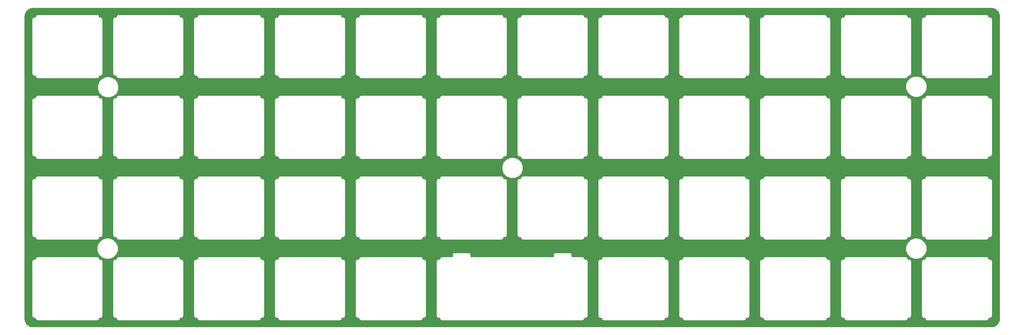
<source format=gbl>
G04 #@! TF.GenerationSoftware,KiCad,Pcbnew,(5.0.0)*
G04 #@! TF.CreationDate,2018-11-27T16:47:10-08:00*
G04 #@! TF.ProjectId,ContraTopPlate,436F6E747261546F70506C6174652E6B,rev?*
G04 #@! TF.SameCoordinates,Original*
G04 #@! TF.FileFunction,Copper,L2,Bot,Signal*
G04 #@! TF.FilePolarity,Positive*
%FSLAX46Y46*%
G04 Gerber Fmt 4.6, Leading zero omitted, Abs format (unit mm)*
G04 Created by KiCad (PCBNEW (5.0.0)) date 11/27/18 16:47:10*
%MOMM*%
%LPD*%
G01*
G04 APERTURE LIST*
G04 #@! TA.AperFunction,Conductor*
%ADD10C,1.524000*%
G04 #@! TD*
G04 #@! TA.AperFunction,Conductor*
%ADD11C,0.254000*%
G04 #@! TD*
G04 APERTURE END LIST*
D10*
G04 #@! TO.N,GND*
G04 #@! TO.C,p1*
X74803000Y-86360000D03*
G04 #@! TD*
D11*
G04 #@! TO.N,GND*
G36*
X264094362Y-67791800D02*
X264247816Y-67797658D01*
X264390254Y-67814352D01*
X264528309Y-67841660D01*
X264665929Y-67880805D01*
X264799956Y-67930203D01*
X264931089Y-67990910D01*
X265056586Y-68060546D01*
X265174217Y-68139527D01*
X265286100Y-68226992D01*
X265390011Y-68324867D01*
X265489563Y-68431865D01*
X265578707Y-68544172D01*
X265657524Y-68662168D01*
X265727456Y-68785765D01*
X265786923Y-68915982D01*
X265837301Y-69051848D01*
X265875959Y-69187456D01*
X265903362Y-69327054D01*
X265920401Y-69471034D01*
X265927000Y-69625866D01*
X265927001Y-141042104D01*
X265920412Y-141195323D01*
X265903361Y-141339508D01*
X265875841Y-141479611D01*
X265837111Y-141616700D01*
X265787266Y-141750905D01*
X265727853Y-141880014D01*
X265656891Y-142005440D01*
X265577902Y-142124860D01*
X265489578Y-142236172D01*
X265391054Y-142342006D01*
X265287193Y-142438826D01*
X265172856Y-142528251D01*
X265055188Y-142608275D01*
X264932960Y-142676059D01*
X264799814Y-142736501D01*
X264664001Y-142787835D01*
X264528858Y-142826117D01*
X264390141Y-142853425D01*
X264247752Y-142870304D01*
X264094680Y-142875974D01*
X38274205Y-142875974D01*
X38119708Y-142870294D01*
X37976992Y-142853380D01*
X37837367Y-142826085D01*
X37703404Y-142787955D01*
X37566750Y-142736309D01*
X37433690Y-142676215D01*
X37312988Y-142608704D01*
X37194588Y-142528360D01*
X37080630Y-142438901D01*
X36975099Y-142340831D01*
X36876848Y-142236243D01*
X36790091Y-142125729D01*
X36710753Y-142006192D01*
X36640517Y-141880616D01*
X36580217Y-141750496D01*
X36530825Y-141617034D01*
X36492082Y-141479866D01*
X36464679Y-141339685D01*
X36447512Y-141194850D01*
X36440706Y-141041710D01*
X36440967Y-127508000D01*
X38039539Y-127508000D01*
X38050470Y-127562953D01*
X38050471Y-140253621D01*
X38039539Y-140308580D01*
X38082846Y-140526300D01*
X38206175Y-140710875D01*
X38390750Y-140834204D01*
X38553516Y-140866580D01*
X38608470Y-140877511D01*
X38663424Y-140866580D01*
X38848414Y-140866580D01*
X38840169Y-140908030D01*
X38883476Y-141125750D01*
X39006805Y-141310325D01*
X39191380Y-141433654D01*
X39354146Y-141466030D01*
X39409100Y-141476961D01*
X39464054Y-141466030D01*
X53353646Y-141466030D01*
X53408600Y-141476961D01*
X53463554Y-141466030D01*
X53626320Y-141433654D01*
X53810895Y-141310325D01*
X53934224Y-141125750D01*
X53977531Y-140908030D01*
X53969286Y-140866580D01*
X54154246Y-140866580D01*
X54209200Y-140877511D01*
X54264154Y-140866580D01*
X54426920Y-140834204D01*
X54611495Y-140710875D01*
X54734824Y-140526300D01*
X54778131Y-140308580D01*
X54767200Y-140253626D01*
X54767200Y-127562953D01*
X54778131Y-127508000D01*
X57089569Y-127508000D01*
X57100500Y-127562953D01*
X57100501Y-140253621D01*
X57089569Y-140308580D01*
X57132876Y-140526300D01*
X57256205Y-140710875D01*
X57440780Y-140834204D01*
X57603546Y-140866580D01*
X57658500Y-140877511D01*
X57713454Y-140866580D01*
X57898414Y-140866580D01*
X57890169Y-140908030D01*
X57933476Y-141125750D01*
X58056805Y-141310325D01*
X58241380Y-141433654D01*
X58404146Y-141466030D01*
X58459100Y-141476961D01*
X58514054Y-141466030D01*
X72403546Y-141466030D01*
X72458500Y-141476961D01*
X72513454Y-141466030D01*
X72676220Y-141433654D01*
X72860795Y-141310325D01*
X72984124Y-141125750D01*
X73027431Y-140908030D01*
X73019186Y-140866580D01*
X73204346Y-140866580D01*
X73259300Y-140877511D01*
X73314254Y-140866580D01*
X73477020Y-140834204D01*
X73661595Y-140710875D01*
X73784924Y-140526300D01*
X73828231Y-140308580D01*
X73817300Y-140253626D01*
X73817300Y-127562953D01*
X73828231Y-127508000D01*
X76139469Y-127508000D01*
X76150400Y-127562953D01*
X76150401Y-140253621D01*
X76139469Y-140308580D01*
X76182776Y-140526300D01*
X76306105Y-140710875D01*
X76490680Y-140834204D01*
X76653446Y-140866580D01*
X76708400Y-140877511D01*
X76763354Y-140866580D01*
X76948514Y-140866580D01*
X76940269Y-140908030D01*
X76983576Y-141125750D01*
X77106905Y-141310325D01*
X77291480Y-141433654D01*
X77454246Y-141466030D01*
X77509200Y-141476961D01*
X77564154Y-141466030D01*
X91453546Y-141466030D01*
X91508500Y-141476961D01*
X91563454Y-141466030D01*
X91726220Y-141433654D01*
X91910795Y-141310325D01*
X92034124Y-141125750D01*
X92077431Y-140908030D01*
X92069186Y-140866580D01*
X92254346Y-140866580D01*
X92309300Y-140877511D01*
X92364254Y-140866580D01*
X92527020Y-140834204D01*
X92711595Y-140710875D01*
X92834924Y-140526300D01*
X92878231Y-140308580D01*
X92867300Y-140253626D01*
X92867300Y-127562953D01*
X92878231Y-127508000D01*
X95189469Y-127508000D01*
X95200400Y-127562953D01*
X95200401Y-140253621D01*
X95189469Y-140308580D01*
X95232776Y-140526300D01*
X95356105Y-140710875D01*
X95540680Y-140834204D01*
X95703446Y-140866580D01*
X95758400Y-140877511D01*
X95813354Y-140866580D01*
X95998514Y-140866580D01*
X95990269Y-140908030D01*
X96033576Y-141125750D01*
X96156905Y-141310325D01*
X96341480Y-141433654D01*
X96504246Y-141466030D01*
X96559200Y-141476961D01*
X96614154Y-141466030D01*
X110503546Y-141466030D01*
X110558500Y-141476961D01*
X110613454Y-141466030D01*
X110776220Y-141433654D01*
X110960795Y-141310325D01*
X111084124Y-141125750D01*
X111127431Y-140908030D01*
X111119186Y-140866580D01*
X111304346Y-140866580D01*
X111359300Y-140877511D01*
X111414254Y-140866580D01*
X111577020Y-140834204D01*
X111761595Y-140710875D01*
X111884924Y-140526300D01*
X111928231Y-140308580D01*
X111917300Y-140253626D01*
X111917300Y-127562953D01*
X111928231Y-127508000D01*
X114239469Y-127508000D01*
X114250400Y-127562953D01*
X114250401Y-140253621D01*
X114239469Y-140308580D01*
X114282776Y-140526300D01*
X114406105Y-140710875D01*
X114590680Y-140834204D01*
X114753446Y-140866580D01*
X114808400Y-140877511D01*
X114863354Y-140866580D01*
X115048514Y-140866580D01*
X115040269Y-140908030D01*
X115083576Y-141125750D01*
X115206905Y-141310325D01*
X115391480Y-141433654D01*
X115554246Y-141466030D01*
X115609200Y-141476961D01*
X115664154Y-141466030D01*
X129553546Y-141466030D01*
X129608500Y-141476961D01*
X129663454Y-141466030D01*
X129826220Y-141433654D01*
X130010795Y-141310325D01*
X130134124Y-141125750D01*
X130177431Y-140908030D01*
X130169186Y-140866580D01*
X130352946Y-140866580D01*
X130407900Y-140877511D01*
X130462854Y-140866580D01*
X130625620Y-140834204D01*
X130810195Y-140710875D01*
X130933524Y-140526300D01*
X130976831Y-140308580D01*
X130965900Y-140253626D01*
X130965900Y-127562953D01*
X130976831Y-127508000D01*
X133289469Y-127508000D01*
X133300400Y-127562953D01*
X133300401Y-140253621D01*
X133289469Y-140308580D01*
X133332776Y-140526300D01*
X133456105Y-140710875D01*
X133640680Y-140834204D01*
X133803446Y-140866580D01*
X133858400Y-140877511D01*
X133913354Y-140866580D01*
X134097114Y-140866580D01*
X134088869Y-140908030D01*
X134132176Y-141125750D01*
X134255505Y-141310325D01*
X134440080Y-141433654D01*
X134602846Y-141466030D01*
X134657800Y-141476961D01*
X134712754Y-141466030D01*
X167653046Y-141466030D01*
X167708000Y-141476961D01*
X167762954Y-141466030D01*
X167925720Y-141433654D01*
X168110295Y-141310325D01*
X168233624Y-141125750D01*
X168276931Y-140908030D01*
X168268686Y-140866580D01*
X168454046Y-140866580D01*
X168509000Y-140877511D01*
X168563954Y-140866580D01*
X168726720Y-140834204D01*
X168911295Y-140710875D01*
X169034624Y-140526300D01*
X169077931Y-140308580D01*
X169067000Y-140253626D01*
X169067000Y-127562953D01*
X169077931Y-127508000D01*
X171389069Y-127508000D01*
X171400000Y-127562953D01*
X171400001Y-140253621D01*
X171389069Y-140308580D01*
X171432376Y-140526300D01*
X171555705Y-140710875D01*
X171740280Y-140834204D01*
X171903046Y-140866580D01*
X171958000Y-140877511D01*
X172012954Y-140866580D01*
X172198314Y-140866580D01*
X172190069Y-140908030D01*
X172233376Y-141125750D01*
X172356705Y-141310325D01*
X172541280Y-141433654D01*
X172704046Y-141466030D01*
X172759000Y-141476961D01*
X172813954Y-141466030D01*
X186703046Y-141466030D01*
X186758000Y-141476961D01*
X186812954Y-141466030D01*
X186975720Y-141433654D01*
X187160295Y-141310325D01*
X187283624Y-141125750D01*
X187326931Y-140908030D01*
X187318686Y-140866580D01*
X187504046Y-140866580D01*
X187559000Y-140877511D01*
X187613954Y-140866580D01*
X187776720Y-140834204D01*
X187961295Y-140710875D01*
X188084624Y-140526300D01*
X188127931Y-140308580D01*
X188117000Y-140253626D01*
X188117000Y-127562953D01*
X188127931Y-127508000D01*
X190439069Y-127508000D01*
X190450000Y-127562953D01*
X190450001Y-140253621D01*
X190439069Y-140308580D01*
X190482376Y-140526300D01*
X190605705Y-140710875D01*
X190790280Y-140834204D01*
X190953046Y-140866580D01*
X191008000Y-140877511D01*
X191062954Y-140866580D01*
X191248314Y-140866580D01*
X191240069Y-140908030D01*
X191283376Y-141125750D01*
X191406705Y-141310325D01*
X191591280Y-141433654D01*
X191754046Y-141466030D01*
X191809000Y-141476961D01*
X191863954Y-141466030D01*
X205753046Y-141466030D01*
X205808000Y-141476961D01*
X205862954Y-141466030D01*
X206025720Y-141433654D01*
X206210295Y-141310325D01*
X206333624Y-141125750D01*
X206376931Y-140908030D01*
X206368686Y-140866580D01*
X206554046Y-140866580D01*
X206609000Y-140877511D01*
X206663954Y-140866580D01*
X206826720Y-140834204D01*
X207011295Y-140710875D01*
X207134624Y-140526300D01*
X207177931Y-140308580D01*
X207167000Y-140253626D01*
X207167000Y-127562953D01*
X207177931Y-127508000D01*
X209489069Y-127508000D01*
X209500000Y-127562953D01*
X209500001Y-140253621D01*
X209489069Y-140308580D01*
X209532376Y-140526300D01*
X209655705Y-140710875D01*
X209840280Y-140834204D01*
X210003046Y-140866580D01*
X210058000Y-140877511D01*
X210112954Y-140866580D01*
X210298314Y-140866580D01*
X210290069Y-140908030D01*
X210333376Y-141125750D01*
X210456705Y-141310325D01*
X210641280Y-141433654D01*
X210804046Y-141466030D01*
X210859000Y-141476961D01*
X210913954Y-141466030D01*
X224803046Y-141466030D01*
X224858000Y-141476961D01*
X224912954Y-141466030D01*
X225075720Y-141433654D01*
X225260295Y-141310325D01*
X225383624Y-141125750D01*
X225426931Y-140908030D01*
X225418686Y-140866580D01*
X225604046Y-140866580D01*
X225659000Y-140877511D01*
X225713954Y-140866580D01*
X225876720Y-140834204D01*
X226061295Y-140710875D01*
X226184624Y-140526300D01*
X226227931Y-140308580D01*
X226217000Y-140253626D01*
X226217000Y-127562953D01*
X226227931Y-127508000D01*
X228539069Y-127508000D01*
X228550000Y-127562953D01*
X228550001Y-140253621D01*
X228539069Y-140308580D01*
X228582376Y-140526300D01*
X228705705Y-140710875D01*
X228890280Y-140834204D01*
X229053046Y-140866580D01*
X229108000Y-140877511D01*
X229162954Y-140866580D01*
X229348314Y-140866580D01*
X229340069Y-140908030D01*
X229383376Y-141125750D01*
X229506705Y-141310325D01*
X229691280Y-141433654D01*
X229854046Y-141466030D01*
X229909000Y-141476961D01*
X229963954Y-141466030D01*
X243853046Y-141466030D01*
X243908000Y-141476961D01*
X243962954Y-141466030D01*
X244125720Y-141433654D01*
X244310295Y-141310325D01*
X244433624Y-141125750D01*
X244476931Y-140908030D01*
X244468686Y-140866580D01*
X244654046Y-140866580D01*
X244709000Y-140877511D01*
X244763954Y-140866580D01*
X244926720Y-140834204D01*
X245111295Y-140710875D01*
X245234624Y-140526300D01*
X245277931Y-140308580D01*
X245267000Y-140253626D01*
X245267000Y-127562953D01*
X245277931Y-127508000D01*
X247589069Y-127508000D01*
X247600000Y-127562953D01*
X247600001Y-140253621D01*
X247589069Y-140308580D01*
X247632376Y-140526300D01*
X247755705Y-140710875D01*
X247940280Y-140834204D01*
X248103046Y-140866580D01*
X248158000Y-140877511D01*
X248212954Y-140866580D01*
X248398314Y-140866580D01*
X248390069Y-140908030D01*
X248433376Y-141125750D01*
X248556705Y-141310325D01*
X248741280Y-141433654D01*
X248904046Y-141466030D01*
X248959000Y-141476961D01*
X249013954Y-141466030D01*
X262903046Y-141466030D01*
X262958000Y-141476961D01*
X263012954Y-141466030D01*
X263175720Y-141433654D01*
X263360295Y-141310325D01*
X263483624Y-141125750D01*
X263526931Y-140908030D01*
X263518686Y-140866580D01*
X263704046Y-140866580D01*
X263759000Y-140877511D01*
X263813954Y-140866580D01*
X263976720Y-140834204D01*
X264161295Y-140710875D01*
X264284624Y-140526300D01*
X264327931Y-140308580D01*
X264317000Y-140253626D01*
X264317000Y-127562953D01*
X264327931Y-127508000D01*
X264284624Y-127290280D01*
X264161295Y-127105705D01*
X263976720Y-126982376D01*
X263881587Y-126963453D01*
X263759000Y-126939069D01*
X263704046Y-126950000D01*
X263518676Y-126950000D01*
X263526931Y-126908500D01*
X263483624Y-126690780D01*
X263360295Y-126506205D01*
X263175720Y-126382876D01*
X263012954Y-126350500D01*
X262958000Y-126339569D01*
X262903046Y-126350500D01*
X249013954Y-126350500D01*
X248959000Y-126339569D01*
X248904046Y-126350500D01*
X248741280Y-126382876D01*
X248556705Y-126506205D01*
X248433376Y-126690780D01*
X248390069Y-126908500D01*
X248398324Y-126950000D01*
X248212954Y-126950000D01*
X248158000Y-126939069D01*
X248035413Y-126963453D01*
X247940280Y-126982376D01*
X247755705Y-127105705D01*
X247632376Y-127290280D01*
X247589069Y-127508000D01*
X245277931Y-127508000D01*
X245234624Y-127290280D01*
X245111295Y-127105705D01*
X244926720Y-126982376D01*
X244831587Y-126963453D01*
X244709000Y-126939069D01*
X244654046Y-126950000D01*
X244468676Y-126950000D01*
X244476931Y-126908500D01*
X244433624Y-126690780D01*
X244310295Y-126506205D01*
X244125720Y-126382876D01*
X243962954Y-126350500D01*
X243908000Y-126339569D01*
X243853046Y-126350500D01*
X229963954Y-126350500D01*
X229909000Y-126339569D01*
X229854046Y-126350500D01*
X229691280Y-126382876D01*
X229506705Y-126506205D01*
X229383376Y-126690780D01*
X229340069Y-126908500D01*
X229348324Y-126950000D01*
X229162954Y-126950000D01*
X229108000Y-126939069D01*
X228985413Y-126963453D01*
X228890280Y-126982376D01*
X228705705Y-127105705D01*
X228582376Y-127290280D01*
X228539069Y-127508000D01*
X226227931Y-127508000D01*
X226184624Y-127290280D01*
X226061295Y-127105705D01*
X225876720Y-126982376D01*
X225781587Y-126963453D01*
X225659000Y-126939069D01*
X225604046Y-126950000D01*
X225418676Y-126950000D01*
X225426931Y-126908500D01*
X225383624Y-126690780D01*
X225260295Y-126506205D01*
X225075720Y-126382876D01*
X224912954Y-126350500D01*
X224858000Y-126339569D01*
X224803046Y-126350500D01*
X210913954Y-126350500D01*
X210859000Y-126339569D01*
X210804046Y-126350500D01*
X210641280Y-126382876D01*
X210456705Y-126506205D01*
X210333376Y-126690780D01*
X210290069Y-126908500D01*
X210298324Y-126950000D01*
X210112954Y-126950000D01*
X210058000Y-126939069D01*
X209935413Y-126963453D01*
X209840280Y-126982376D01*
X209655705Y-127105705D01*
X209532376Y-127290280D01*
X209489069Y-127508000D01*
X207177931Y-127508000D01*
X207134624Y-127290280D01*
X207011295Y-127105705D01*
X206826720Y-126982376D01*
X206731587Y-126963453D01*
X206609000Y-126939069D01*
X206554046Y-126950000D01*
X206368676Y-126950000D01*
X206376931Y-126908500D01*
X206333624Y-126690780D01*
X206210295Y-126506205D01*
X206025720Y-126382876D01*
X205862954Y-126350500D01*
X205808000Y-126339569D01*
X205753046Y-126350500D01*
X191863954Y-126350500D01*
X191809000Y-126339569D01*
X191754046Y-126350500D01*
X191591280Y-126382876D01*
X191406705Y-126506205D01*
X191283376Y-126690780D01*
X191240069Y-126908500D01*
X191248324Y-126950000D01*
X191062954Y-126950000D01*
X191008000Y-126939069D01*
X190885413Y-126963453D01*
X190790280Y-126982376D01*
X190605705Y-127105705D01*
X190482376Y-127290280D01*
X190439069Y-127508000D01*
X188127931Y-127508000D01*
X188084624Y-127290280D01*
X187961295Y-127105705D01*
X187776720Y-126982376D01*
X187681587Y-126963453D01*
X187559000Y-126939069D01*
X187504046Y-126950000D01*
X187318676Y-126950000D01*
X187326931Y-126908500D01*
X187283624Y-126690780D01*
X187160295Y-126506205D01*
X186975720Y-126382876D01*
X186812954Y-126350500D01*
X186758000Y-126339569D01*
X186703046Y-126350500D01*
X172813954Y-126350500D01*
X172759000Y-126339569D01*
X172704046Y-126350500D01*
X172541280Y-126382876D01*
X172356705Y-126506205D01*
X172233376Y-126690780D01*
X172190069Y-126908500D01*
X172198324Y-126950000D01*
X172012954Y-126950000D01*
X171958000Y-126939069D01*
X171835413Y-126963453D01*
X171740280Y-126982376D01*
X171555705Y-127105705D01*
X171432376Y-127290280D01*
X171389069Y-127508000D01*
X169077931Y-127508000D01*
X169034624Y-127290280D01*
X168911295Y-127105705D01*
X168726720Y-126982376D01*
X168631587Y-126963453D01*
X168509000Y-126939069D01*
X168454046Y-126950000D01*
X168268676Y-126950000D01*
X168276931Y-126908500D01*
X168233624Y-126690780D01*
X168110295Y-126506205D01*
X167925720Y-126382876D01*
X167762954Y-126350500D01*
X167708000Y-126339569D01*
X167653046Y-126350500D01*
X165292000Y-126350500D01*
X165292000Y-125993354D01*
X165302931Y-125938400D01*
X165259624Y-125720680D01*
X165136295Y-125536105D01*
X164951720Y-125412776D01*
X164788954Y-125380400D01*
X164734000Y-125369469D01*
X164679046Y-125380400D01*
X161487661Y-125380400D01*
X161432414Y-125369470D01*
X161324417Y-125391067D01*
X161215280Y-125412776D01*
X161215031Y-125412943D01*
X161214739Y-125413001D01*
X161123149Y-125474336D01*
X161030705Y-125536105D01*
X161030538Y-125536354D01*
X161030291Y-125536520D01*
X160969046Y-125628385D01*
X160907376Y-125720680D01*
X160907318Y-125720974D01*
X160907152Y-125721222D01*
X160885741Y-125829446D01*
X160864069Y-125938400D01*
X160875057Y-125993640D01*
X160875425Y-126350500D01*
X141491000Y-126350500D01*
X141491000Y-125993354D01*
X141501931Y-125938400D01*
X141458624Y-125720680D01*
X141335295Y-125536105D01*
X141150720Y-125412776D01*
X140987954Y-125380400D01*
X140933000Y-125369469D01*
X140878046Y-125380400D01*
X137688954Y-125380400D01*
X137634000Y-125369469D01*
X137579046Y-125380400D01*
X137416280Y-125412776D01*
X137231705Y-125536105D01*
X137108376Y-125720680D01*
X137065069Y-125938400D01*
X137076000Y-125993355D01*
X137076000Y-126350500D01*
X134712754Y-126350500D01*
X134657800Y-126339569D01*
X134602846Y-126350500D01*
X134440080Y-126382876D01*
X134255505Y-126506205D01*
X134132176Y-126690780D01*
X134088869Y-126908500D01*
X134097124Y-126950000D01*
X133913354Y-126950000D01*
X133858400Y-126939069D01*
X133735813Y-126963453D01*
X133640680Y-126982376D01*
X133456105Y-127105705D01*
X133332776Y-127290280D01*
X133289469Y-127508000D01*
X130976831Y-127508000D01*
X130933524Y-127290280D01*
X130810195Y-127105705D01*
X130625620Y-126982376D01*
X130530487Y-126963453D01*
X130407900Y-126939069D01*
X130352946Y-126950000D01*
X130169176Y-126950000D01*
X130177431Y-126908500D01*
X130134124Y-126690780D01*
X130010795Y-126506205D01*
X129826220Y-126382876D01*
X129663454Y-126350500D01*
X129608500Y-126339569D01*
X129553546Y-126350500D01*
X115664154Y-126350500D01*
X115609200Y-126339569D01*
X115554246Y-126350500D01*
X115391480Y-126382876D01*
X115206905Y-126506205D01*
X115083576Y-126690780D01*
X115040269Y-126908500D01*
X115048524Y-126950000D01*
X114863354Y-126950000D01*
X114808400Y-126939069D01*
X114685813Y-126963453D01*
X114590680Y-126982376D01*
X114406105Y-127105705D01*
X114282776Y-127290280D01*
X114239469Y-127508000D01*
X111928231Y-127508000D01*
X111884924Y-127290280D01*
X111761595Y-127105705D01*
X111577020Y-126982376D01*
X111481887Y-126963453D01*
X111359300Y-126939069D01*
X111304346Y-126950000D01*
X111119176Y-126950000D01*
X111127431Y-126908500D01*
X111084124Y-126690780D01*
X110960795Y-126506205D01*
X110776220Y-126382876D01*
X110613454Y-126350500D01*
X110558500Y-126339569D01*
X110503546Y-126350500D01*
X96614154Y-126350500D01*
X96559200Y-126339569D01*
X96504246Y-126350500D01*
X96341480Y-126382876D01*
X96156905Y-126506205D01*
X96033576Y-126690780D01*
X95990269Y-126908500D01*
X95998524Y-126950000D01*
X95813354Y-126950000D01*
X95758400Y-126939069D01*
X95635813Y-126963453D01*
X95540680Y-126982376D01*
X95356105Y-127105705D01*
X95232776Y-127290280D01*
X95189469Y-127508000D01*
X92878231Y-127508000D01*
X92834924Y-127290280D01*
X92711595Y-127105705D01*
X92527020Y-126982376D01*
X92431887Y-126963453D01*
X92309300Y-126939069D01*
X92254346Y-126950000D01*
X92069176Y-126950000D01*
X92077431Y-126908500D01*
X92034124Y-126690780D01*
X91910795Y-126506205D01*
X91726220Y-126382876D01*
X91563454Y-126350500D01*
X91508500Y-126339569D01*
X91453546Y-126350500D01*
X77564154Y-126350500D01*
X77509200Y-126339569D01*
X77454246Y-126350500D01*
X77291480Y-126382876D01*
X77106905Y-126506205D01*
X76983576Y-126690780D01*
X76940269Y-126908500D01*
X76948524Y-126950000D01*
X76763354Y-126950000D01*
X76708400Y-126939069D01*
X76585813Y-126963453D01*
X76490680Y-126982376D01*
X76306105Y-127105705D01*
X76182776Y-127290280D01*
X76139469Y-127508000D01*
X73828231Y-127508000D01*
X73784924Y-127290280D01*
X73661595Y-127105705D01*
X73477020Y-126982376D01*
X73381887Y-126963453D01*
X73259300Y-126939069D01*
X73204346Y-126950000D01*
X73019176Y-126950000D01*
X73027431Y-126908500D01*
X72984124Y-126690780D01*
X72860795Y-126506205D01*
X72676220Y-126382876D01*
X72513454Y-126350500D01*
X72458500Y-126339569D01*
X72403546Y-126350500D01*
X58514054Y-126350500D01*
X58459100Y-126339569D01*
X58404146Y-126350500D01*
X58241380Y-126382876D01*
X58056805Y-126506205D01*
X57933476Y-126690780D01*
X57890169Y-126908500D01*
X57898424Y-126950000D01*
X57713454Y-126950000D01*
X57658500Y-126939069D01*
X57535913Y-126963453D01*
X57440780Y-126982376D01*
X57256205Y-127105705D01*
X57132876Y-127290280D01*
X57089569Y-127508000D01*
X54778131Y-127508000D01*
X54734824Y-127290280D01*
X54611495Y-127105705D01*
X54426920Y-126982376D01*
X54331787Y-126963453D01*
X54209200Y-126939069D01*
X54154246Y-126950000D01*
X53969276Y-126950000D01*
X53977531Y-126908500D01*
X53934224Y-126690780D01*
X53810895Y-126506205D01*
X53626320Y-126382876D01*
X53463554Y-126350500D01*
X53408600Y-126339569D01*
X53353646Y-126350500D01*
X39464054Y-126350500D01*
X39409100Y-126339569D01*
X39354146Y-126350500D01*
X39191380Y-126382876D01*
X39006805Y-126506205D01*
X38883476Y-126690780D01*
X38840169Y-126908500D01*
X38848424Y-126950000D01*
X38663424Y-126950000D01*
X38608470Y-126939069D01*
X38485883Y-126963453D01*
X38390750Y-126982376D01*
X38206175Y-127105705D01*
X38082846Y-127290280D01*
X38039539Y-127508000D01*
X36440967Y-127508000D01*
X36441035Y-123961128D01*
X53372000Y-123961128D01*
X53372000Y-124958872D01*
X53753820Y-125880668D01*
X54459332Y-126586180D01*
X55381128Y-126968000D01*
X56378872Y-126968000D01*
X57300668Y-126586180D01*
X58006180Y-125880668D01*
X58388000Y-124958872D01*
X58388000Y-123961128D01*
X243872000Y-123961128D01*
X243872000Y-124958872D01*
X244253820Y-125880668D01*
X244959332Y-126586180D01*
X245881128Y-126968000D01*
X246878872Y-126968000D01*
X247800668Y-126586180D01*
X248506180Y-125880668D01*
X248888000Y-124958872D01*
X248888000Y-123961128D01*
X248506180Y-123039332D01*
X247800668Y-122333820D01*
X246878872Y-121952000D01*
X245881128Y-121952000D01*
X244959332Y-122333820D01*
X244253820Y-123039332D01*
X243872000Y-123961128D01*
X58388000Y-123961128D01*
X58006180Y-123039332D01*
X57300668Y-122333820D01*
X56378872Y-121952000D01*
X55381128Y-121952000D01*
X54459332Y-122333820D01*
X53753820Y-123039332D01*
X53372000Y-123961128D01*
X36441035Y-123961128D01*
X36441334Y-108458000D01*
X38039539Y-108458000D01*
X38050470Y-108512953D01*
X38050471Y-121203641D01*
X38039539Y-121258600D01*
X38082846Y-121476320D01*
X38206175Y-121660895D01*
X38390750Y-121784224D01*
X38553516Y-121816600D01*
X38608470Y-121827531D01*
X38663424Y-121816600D01*
X38848404Y-121816600D01*
X38840169Y-121858000D01*
X38883476Y-122075720D01*
X39006805Y-122260295D01*
X39191380Y-122383624D01*
X39354146Y-122416000D01*
X39409100Y-122426931D01*
X39464054Y-122416000D01*
X53353646Y-122416000D01*
X53408600Y-122426931D01*
X53463554Y-122416000D01*
X53626320Y-122383624D01*
X53810895Y-122260295D01*
X53934224Y-122075720D01*
X53977531Y-121858000D01*
X53969296Y-121816600D01*
X54154246Y-121816600D01*
X54209200Y-121827531D01*
X54264154Y-121816600D01*
X54426920Y-121784224D01*
X54611495Y-121660895D01*
X54734824Y-121476320D01*
X54778131Y-121258600D01*
X54767200Y-121203646D01*
X54767200Y-108512953D01*
X54778131Y-108458000D01*
X57089569Y-108458000D01*
X57100500Y-108512953D01*
X57100501Y-121203641D01*
X57089569Y-121258600D01*
X57132876Y-121476320D01*
X57256205Y-121660895D01*
X57440780Y-121784224D01*
X57603546Y-121816600D01*
X57658500Y-121827531D01*
X57713454Y-121816600D01*
X57898404Y-121816600D01*
X57890169Y-121858000D01*
X57933476Y-122075720D01*
X58056805Y-122260295D01*
X58241380Y-122383624D01*
X58404146Y-122416000D01*
X58459100Y-122426931D01*
X58514054Y-122416000D01*
X72403546Y-122416000D01*
X72458500Y-122426931D01*
X72513454Y-122416000D01*
X72676220Y-122383624D01*
X72860795Y-122260295D01*
X72984124Y-122075720D01*
X73027431Y-121858000D01*
X73019196Y-121816600D01*
X73204346Y-121816600D01*
X73259300Y-121827531D01*
X73314254Y-121816600D01*
X73477020Y-121784224D01*
X73661595Y-121660895D01*
X73784924Y-121476320D01*
X73828231Y-121258600D01*
X73817300Y-121203646D01*
X73817300Y-108512953D01*
X73828231Y-108458000D01*
X76139469Y-108458000D01*
X76150400Y-108512953D01*
X76150401Y-121203641D01*
X76139469Y-121258600D01*
X76182776Y-121476320D01*
X76306105Y-121660895D01*
X76490680Y-121784224D01*
X76653446Y-121816600D01*
X76708400Y-121827531D01*
X76763354Y-121816600D01*
X76948504Y-121816600D01*
X76940269Y-121858000D01*
X76983576Y-122075720D01*
X77106905Y-122260295D01*
X77291480Y-122383624D01*
X77454246Y-122416000D01*
X77509200Y-122426931D01*
X77564154Y-122416000D01*
X91453546Y-122416000D01*
X91508500Y-122426931D01*
X91563454Y-122416000D01*
X91726220Y-122383624D01*
X91910795Y-122260295D01*
X92034124Y-122075720D01*
X92077431Y-121858000D01*
X92069196Y-121816600D01*
X92254346Y-121816600D01*
X92309300Y-121827531D01*
X92364254Y-121816600D01*
X92527020Y-121784224D01*
X92711595Y-121660895D01*
X92834924Y-121476320D01*
X92878231Y-121258600D01*
X92867300Y-121203646D01*
X92867300Y-108512953D01*
X92878231Y-108458000D01*
X95189469Y-108458000D01*
X95200400Y-108512953D01*
X95200401Y-121203641D01*
X95189469Y-121258600D01*
X95232776Y-121476320D01*
X95356105Y-121660895D01*
X95540680Y-121784224D01*
X95703446Y-121816600D01*
X95758400Y-121827531D01*
X95813354Y-121816600D01*
X95998504Y-121816600D01*
X95990269Y-121858000D01*
X96033576Y-122075720D01*
X96156905Y-122260295D01*
X96341480Y-122383624D01*
X96504246Y-122416000D01*
X96559200Y-122426931D01*
X96614154Y-122416000D01*
X110503546Y-122416000D01*
X110558500Y-122426931D01*
X110613454Y-122416000D01*
X110776220Y-122383624D01*
X110960795Y-122260295D01*
X111084124Y-122075720D01*
X111127431Y-121858000D01*
X111119196Y-121816600D01*
X111304346Y-121816600D01*
X111359300Y-121827531D01*
X111414254Y-121816600D01*
X111577020Y-121784224D01*
X111761595Y-121660895D01*
X111884924Y-121476320D01*
X111928231Y-121258600D01*
X111917300Y-121203646D01*
X111917300Y-108512953D01*
X111928231Y-108458000D01*
X114239469Y-108458000D01*
X114250400Y-108512953D01*
X114250401Y-121203641D01*
X114239469Y-121258600D01*
X114282776Y-121476320D01*
X114406105Y-121660895D01*
X114590680Y-121784224D01*
X114753446Y-121816600D01*
X114808400Y-121827531D01*
X114863354Y-121816600D01*
X115048504Y-121816600D01*
X115040269Y-121858000D01*
X115083576Y-122075720D01*
X115206905Y-122260295D01*
X115391480Y-122383624D01*
X115554246Y-122416000D01*
X115609200Y-122426931D01*
X115664154Y-122416000D01*
X129553546Y-122416000D01*
X129608500Y-122426931D01*
X129663454Y-122416000D01*
X129826220Y-122383624D01*
X130010795Y-122260295D01*
X130134124Y-122075720D01*
X130177431Y-121858000D01*
X130169196Y-121816600D01*
X130352946Y-121816600D01*
X130407900Y-121827531D01*
X130462854Y-121816600D01*
X130625620Y-121784224D01*
X130810195Y-121660895D01*
X130933524Y-121476320D01*
X130976831Y-121258600D01*
X130965900Y-121203646D01*
X130965900Y-108512953D01*
X130976831Y-108458000D01*
X133289469Y-108458000D01*
X133300400Y-108512953D01*
X133300401Y-121203641D01*
X133289469Y-121258600D01*
X133332776Y-121476320D01*
X133456105Y-121660895D01*
X133640680Y-121784224D01*
X133803446Y-121816600D01*
X133858400Y-121827531D01*
X133913354Y-121816600D01*
X134097104Y-121816600D01*
X134088869Y-121858000D01*
X134132176Y-122075720D01*
X134255505Y-122260295D01*
X134440080Y-122383624D01*
X134602846Y-122416000D01*
X134657800Y-122426931D01*
X134712754Y-122416000D01*
X148602046Y-122416000D01*
X148657000Y-122426931D01*
X148711954Y-122416000D01*
X148874720Y-122383624D01*
X149059295Y-122260295D01*
X149182624Y-122075720D01*
X149225931Y-121858000D01*
X149217696Y-121816600D01*
X149403046Y-121816600D01*
X149458000Y-121827531D01*
X149512954Y-121816600D01*
X149675720Y-121784224D01*
X149860295Y-121660895D01*
X149983624Y-121476320D01*
X150026931Y-121258600D01*
X150016000Y-121203646D01*
X150016000Y-108512953D01*
X150026931Y-108458000D01*
X152338069Y-108458000D01*
X152349000Y-108512953D01*
X152349001Y-121203641D01*
X152338069Y-121258600D01*
X152381376Y-121476320D01*
X152504705Y-121660895D01*
X152689280Y-121784224D01*
X152852046Y-121816600D01*
X152907000Y-121827531D01*
X152961954Y-121816600D01*
X153147304Y-121816600D01*
X153139069Y-121858000D01*
X153182376Y-122075720D01*
X153305705Y-122260295D01*
X153490280Y-122383624D01*
X153653046Y-122416000D01*
X153708000Y-122426931D01*
X153762954Y-122416000D01*
X167653046Y-122416000D01*
X167708000Y-122426931D01*
X167762954Y-122416000D01*
X167925720Y-122383624D01*
X168110295Y-122260295D01*
X168233624Y-122075720D01*
X168276931Y-121858000D01*
X168268696Y-121816600D01*
X168454046Y-121816600D01*
X168509000Y-121827531D01*
X168563954Y-121816600D01*
X168726720Y-121784224D01*
X168911295Y-121660895D01*
X169034624Y-121476320D01*
X169077931Y-121258600D01*
X169067000Y-121203646D01*
X169067000Y-108512953D01*
X169077931Y-108458000D01*
X171389069Y-108458000D01*
X171400000Y-108512953D01*
X171400001Y-121203641D01*
X171389069Y-121258600D01*
X171432376Y-121476320D01*
X171555705Y-121660895D01*
X171740280Y-121784224D01*
X171903046Y-121816600D01*
X171958000Y-121827531D01*
X172012954Y-121816600D01*
X172198304Y-121816600D01*
X172190069Y-121858000D01*
X172233376Y-122075720D01*
X172356705Y-122260295D01*
X172541280Y-122383624D01*
X172704046Y-122416000D01*
X172759000Y-122426931D01*
X172813954Y-122416000D01*
X186703046Y-122416000D01*
X186758000Y-122426931D01*
X186812954Y-122416000D01*
X186975720Y-122383624D01*
X187160295Y-122260295D01*
X187283624Y-122075720D01*
X187326931Y-121858000D01*
X187318696Y-121816600D01*
X187504046Y-121816600D01*
X187559000Y-121827531D01*
X187613954Y-121816600D01*
X187776720Y-121784224D01*
X187961295Y-121660895D01*
X188084624Y-121476320D01*
X188127931Y-121258600D01*
X188117000Y-121203646D01*
X188117000Y-108512953D01*
X188127931Y-108458000D01*
X190439069Y-108458000D01*
X190450000Y-108512953D01*
X190450001Y-121203641D01*
X190439069Y-121258600D01*
X190482376Y-121476320D01*
X190605705Y-121660895D01*
X190790280Y-121784224D01*
X190953046Y-121816600D01*
X191008000Y-121827531D01*
X191062954Y-121816600D01*
X191248304Y-121816600D01*
X191240069Y-121858000D01*
X191283376Y-122075720D01*
X191406705Y-122260295D01*
X191591280Y-122383624D01*
X191754046Y-122416000D01*
X191809000Y-122426931D01*
X191863954Y-122416000D01*
X205753046Y-122416000D01*
X205808000Y-122426931D01*
X205862954Y-122416000D01*
X206025720Y-122383624D01*
X206210295Y-122260295D01*
X206333624Y-122075720D01*
X206376931Y-121858000D01*
X206368696Y-121816600D01*
X206554046Y-121816600D01*
X206609000Y-121827531D01*
X206663954Y-121816600D01*
X206826720Y-121784224D01*
X207011295Y-121660895D01*
X207134624Y-121476320D01*
X207177931Y-121258600D01*
X207167000Y-121203646D01*
X207167000Y-108512953D01*
X207177931Y-108458000D01*
X209489069Y-108458000D01*
X209500000Y-108512953D01*
X209500001Y-121203641D01*
X209489069Y-121258600D01*
X209532376Y-121476320D01*
X209655705Y-121660895D01*
X209840280Y-121784224D01*
X210003046Y-121816600D01*
X210058000Y-121827531D01*
X210112954Y-121816600D01*
X210298304Y-121816600D01*
X210290069Y-121858000D01*
X210333376Y-122075720D01*
X210456705Y-122260295D01*
X210641280Y-122383624D01*
X210804046Y-122416000D01*
X210859000Y-122426931D01*
X210913954Y-122416000D01*
X224803046Y-122416000D01*
X224858000Y-122426931D01*
X224912954Y-122416000D01*
X225075720Y-122383624D01*
X225260295Y-122260295D01*
X225383624Y-122075720D01*
X225426931Y-121858000D01*
X225418696Y-121816600D01*
X225604046Y-121816600D01*
X225659000Y-121827531D01*
X225713954Y-121816600D01*
X225876720Y-121784224D01*
X226061295Y-121660895D01*
X226184624Y-121476320D01*
X226227931Y-121258600D01*
X226217000Y-121203646D01*
X226217000Y-108512953D01*
X226227931Y-108458000D01*
X228539069Y-108458000D01*
X228550000Y-108512953D01*
X228550001Y-121203641D01*
X228539069Y-121258600D01*
X228582376Y-121476320D01*
X228705705Y-121660895D01*
X228890280Y-121784224D01*
X229053046Y-121816600D01*
X229108000Y-121827531D01*
X229162954Y-121816600D01*
X229348304Y-121816600D01*
X229340069Y-121858000D01*
X229383376Y-122075720D01*
X229506705Y-122260295D01*
X229691280Y-122383624D01*
X229854046Y-122416000D01*
X229909000Y-122426931D01*
X229963954Y-122416000D01*
X243853046Y-122416000D01*
X243908000Y-122426931D01*
X243962954Y-122416000D01*
X244125720Y-122383624D01*
X244310295Y-122260295D01*
X244433624Y-122075720D01*
X244476931Y-121858000D01*
X244468696Y-121816600D01*
X244654046Y-121816600D01*
X244709000Y-121827531D01*
X244763954Y-121816600D01*
X244926720Y-121784224D01*
X245111295Y-121660895D01*
X245234624Y-121476320D01*
X245277931Y-121258600D01*
X245267000Y-121203646D01*
X245267000Y-108512953D01*
X245277931Y-108458000D01*
X247589069Y-108458000D01*
X247600000Y-108512953D01*
X247600001Y-121203641D01*
X247589069Y-121258600D01*
X247632376Y-121476320D01*
X247755705Y-121660895D01*
X247940280Y-121784224D01*
X248103046Y-121816600D01*
X248158000Y-121827531D01*
X248212954Y-121816600D01*
X248398304Y-121816600D01*
X248390069Y-121858000D01*
X248433376Y-122075720D01*
X248556705Y-122260295D01*
X248741280Y-122383624D01*
X248904046Y-122416000D01*
X248959000Y-122426931D01*
X249013954Y-122416000D01*
X262903046Y-122416000D01*
X262958000Y-122426931D01*
X263012954Y-122416000D01*
X263175720Y-122383624D01*
X263360295Y-122260295D01*
X263483624Y-122075720D01*
X263526931Y-121858000D01*
X263518696Y-121816600D01*
X263704046Y-121816600D01*
X263759000Y-121827531D01*
X263813954Y-121816600D01*
X263976720Y-121784224D01*
X264161295Y-121660895D01*
X264284624Y-121476320D01*
X264327931Y-121258600D01*
X264317000Y-121203646D01*
X264317000Y-108512953D01*
X264327931Y-108458000D01*
X264284624Y-108240280D01*
X264161295Y-108055705D01*
X263976720Y-107932376D01*
X263813954Y-107900000D01*
X263759000Y-107889069D01*
X263704046Y-107900000D01*
X263518696Y-107900000D01*
X263526931Y-107858600D01*
X263483624Y-107640880D01*
X263360295Y-107456305D01*
X263175720Y-107332976D01*
X263012954Y-107300600D01*
X262958000Y-107289669D01*
X262903046Y-107300600D01*
X249013954Y-107300600D01*
X248959000Y-107289669D01*
X248904046Y-107300600D01*
X248741280Y-107332976D01*
X248556705Y-107456305D01*
X248433376Y-107640880D01*
X248390069Y-107858600D01*
X248398304Y-107900000D01*
X248212954Y-107900000D01*
X248158000Y-107889069D01*
X248103046Y-107900000D01*
X247940280Y-107932376D01*
X247755705Y-108055705D01*
X247632376Y-108240280D01*
X247589069Y-108458000D01*
X245277931Y-108458000D01*
X245234624Y-108240280D01*
X245111295Y-108055705D01*
X244926720Y-107932376D01*
X244763954Y-107900000D01*
X244709000Y-107889069D01*
X244654046Y-107900000D01*
X244468696Y-107900000D01*
X244476931Y-107858600D01*
X244433624Y-107640880D01*
X244310295Y-107456305D01*
X244125720Y-107332976D01*
X243962954Y-107300600D01*
X243908000Y-107289669D01*
X243853046Y-107300600D01*
X229963954Y-107300600D01*
X229909000Y-107289669D01*
X229854046Y-107300600D01*
X229691280Y-107332976D01*
X229506705Y-107456305D01*
X229383376Y-107640880D01*
X229340069Y-107858600D01*
X229348304Y-107900000D01*
X229162954Y-107900000D01*
X229108000Y-107889069D01*
X229053046Y-107900000D01*
X228890280Y-107932376D01*
X228705705Y-108055705D01*
X228582376Y-108240280D01*
X228539069Y-108458000D01*
X226227931Y-108458000D01*
X226184624Y-108240280D01*
X226061295Y-108055705D01*
X225876720Y-107932376D01*
X225713954Y-107900000D01*
X225659000Y-107889069D01*
X225604046Y-107900000D01*
X225418696Y-107900000D01*
X225426931Y-107858600D01*
X225383624Y-107640880D01*
X225260295Y-107456305D01*
X225075720Y-107332976D01*
X224912954Y-107300600D01*
X224858000Y-107289669D01*
X224803046Y-107300600D01*
X210913954Y-107300600D01*
X210859000Y-107289669D01*
X210804046Y-107300600D01*
X210641280Y-107332976D01*
X210456705Y-107456305D01*
X210333376Y-107640880D01*
X210290069Y-107858600D01*
X210298304Y-107900000D01*
X210112954Y-107900000D01*
X210058000Y-107889069D01*
X210003046Y-107900000D01*
X209840280Y-107932376D01*
X209655705Y-108055705D01*
X209532376Y-108240280D01*
X209489069Y-108458000D01*
X207177931Y-108458000D01*
X207134624Y-108240280D01*
X207011295Y-108055705D01*
X206826720Y-107932376D01*
X206663954Y-107900000D01*
X206609000Y-107889069D01*
X206554046Y-107900000D01*
X206368696Y-107900000D01*
X206376931Y-107858600D01*
X206333624Y-107640880D01*
X206210295Y-107456305D01*
X206025720Y-107332976D01*
X205862954Y-107300600D01*
X205808000Y-107289669D01*
X205753046Y-107300600D01*
X191863954Y-107300600D01*
X191809000Y-107289669D01*
X191754046Y-107300600D01*
X191591280Y-107332976D01*
X191406705Y-107456305D01*
X191283376Y-107640880D01*
X191240069Y-107858600D01*
X191248304Y-107900000D01*
X191062954Y-107900000D01*
X191008000Y-107889069D01*
X190953046Y-107900000D01*
X190790280Y-107932376D01*
X190605705Y-108055705D01*
X190482376Y-108240280D01*
X190439069Y-108458000D01*
X188127931Y-108458000D01*
X188084624Y-108240280D01*
X187961295Y-108055705D01*
X187776720Y-107932376D01*
X187613954Y-107900000D01*
X187559000Y-107889069D01*
X187504046Y-107900000D01*
X187318696Y-107900000D01*
X187326931Y-107858600D01*
X187283624Y-107640880D01*
X187160295Y-107456305D01*
X186975720Y-107332976D01*
X186812954Y-107300600D01*
X186758000Y-107289669D01*
X186703046Y-107300600D01*
X172813954Y-107300600D01*
X172759000Y-107289669D01*
X172704046Y-107300600D01*
X172541280Y-107332976D01*
X172356705Y-107456305D01*
X172233376Y-107640880D01*
X172190069Y-107858600D01*
X172198304Y-107900000D01*
X172012954Y-107900000D01*
X171958000Y-107889069D01*
X171903046Y-107900000D01*
X171740280Y-107932376D01*
X171555705Y-108055705D01*
X171432376Y-108240280D01*
X171389069Y-108458000D01*
X169077931Y-108458000D01*
X169034624Y-108240280D01*
X168911295Y-108055705D01*
X168726720Y-107932376D01*
X168563954Y-107900000D01*
X168509000Y-107889069D01*
X168454046Y-107900000D01*
X168268696Y-107900000D01*
X168276931Y-107858600D01*
X168233624Y-107640880D01*
X168110295Y-107456305D01*
X167925720Y-107332976D01*
X167762954Y-107300600D01*
X167708000Y-107289669D01*
X167653046Y-107300600D01*
X153762954Y-107300600D01*
X153708000Y-107289669D01*
X153653046Y-107300600D01*
X153490280Y-107332976D01*
X153305705Y-107456305D01*
X153182376Y-107640880D01*
X153139069Y-107858600D01*
X153147304Y-107900000D01*
X152961954Y-107900000D01*
X152907000Y-107889069D01*
X152852046Y-107900000D01*
X152689280Y-107932376D01*
X152504705Y-108055705D01*
X152381376Y-108240280D01*
X152338069Y-108458000D01*
X150026931Y-108458000D01*
X149983624Y-108240280D01*
X149860295Y-108055705D01*
X149675720Y-107932376D01*
X149512954Y-107900000D01*
X149458000Y-107889069D01*
X149403046Y-107900000D01*
X149217696Y-107900000D01*
X149225931Y-107858600D01*
X149182624Y-107640880D01*
X149059295Y-107456305D01*
X148874720Y-107332976D01*
X148711954Y-107300600D01*
X148657000Y-107289669D01*
X148602046Y-107300600D01*
X134712754Y-107300600D01*
X134657800Y-107289669D01*
X134602846Y-107300600D01*
X134440080Y-107332976D01*
X134255505Y-107456305D01*
X134132176Y-107640880D01*
X134088869Y-107858600D01*
X134097104Y-107900000D01*
X133913354Y-107900000D01*
X133858400Y-107889069D01*
X133803446Y-107900000D01*
X133640680Y-107932376D01*
X133456105Y-108055705D01*
X133332776Y-108240280D01*
X133289469Y-108458000D01*
X130976831Y-108458000D01*
X130933524Y-108240280D01*
X130810195Y-108055705D01*
X130625620Y-107932376D01*
X130462854Y-107900000D01*
X130407900Y-107889069D01*
X130352946Y-107900000D01*
X130169196Y-107900000D01*
X130177431Y-107858600D01*
X130134124Y-107640880D01*
X130010795Y-107456305D01*
X129826220Y-107332976D01*
X129663454Y-107300600D01*
X129608500Y-107289669D01*
X129553546Y-107300600D01*
X115664154Y-107300600D01*
X115609200Y-107289669D01*
X115554246Y-107300600D01*
X115391480Y-107332976D01*
X115206905Y-107456305D01*
X115083576Y-107640880D01*
X115040269Y-107858600D01*
X115048504Y-107900000D01*
X114863354Y-107900000D01*
X114808400Y-107889069D01*
X114753446Y-107900000D01*
X114590680Y-107932376D01*
X114406105Y-108055705D01*
X114282776Y-108240280D01*
X114239469Y-108458000D01*
X111928231Y-108458000D01*
X111884924Y-108240280D01*
X111761595Y-108055705D01*
X111577020Y-107932376D01*
X111414254Y-107900000D01*
X111359300Y-107889069D01*
X111304346Y-107900000D01*
X111119196Y-107900000D01*
X111127431Y-107858600D01*
X111084124Y-107640880D01*
X110960795Y-107456305D01*
X110776220Y-107332976D01*
X110613454Y-107300600D01*
X110558500Y-107289669D01*
X110503546Y-107300600D01*
X96614154Y-107300600D01*
X96559200Y-107289669D01*
X96504246Y-107300600D01*
X96341480Y-107332976D01*
X96156905Y-107456305D01*
X96033576Y-107640880D01*
X95990269Y-107858600D01*
X95998504Y-107900000D01*
X95813354Y-107900000D01*
X95758400Y-107889069D01*
X95703446Y-107900000D01*
X95540680Y-107932376D01*
X95356105Y-108055705D01*
X95232776Y-108240280D01*
X95189469Y-108458000D01*
X92878231Y-108458000D01*
X92834924Y-108240280D01*
X92711595Y-108055705D01*
X92527020Y-107932376D01*
X92364254Y-107900000D01*
X92309300Y-107889069D01*
X92254346Y-107900000D01*
X92069196Y-107900000D01*
X92077431Y-107858600D01*
X92034124Y-107640880D01*
X91910795Y-107456305D01*
X91726220Y-107332976D01*
X91563454Y-107300600D01*
X91508500Y-107289669D01*
X91453546Y-107300600D01*
X77564154Y-107300600D01*
X77509200Y-107289669D01*
X77454246Y-107300600D01*
X77291480Y-107332976D01*
X77106905Y-107456305D01*
X76983576Y-107640880D01*
X76940269Y-107858600D01*
X76948504Y-107900000D01*
X76763354Y-107900000D01*
X76708400Y-107889069D01*
X76653446Y-107900000D01*
X76490680Y-107932376D01*
X76306105Y-108055705D01*
X76182776Y-108240280D01*
X76139469Y-108458000D01*
X73828231Y-108458000D01*
X73784924Y-108240280D01*
X73661595Y-108055705D01*
X73477020Y-107932376D01*
X73314254Y-107900000D01*
X73259300Y-107889069D01*
X73204346Y-107900000D01*
X73019196Y-107900000D01*
X73027431Y-107858600D01*
X72984124Y-107640880D01*
X72860795Y-107456305D01*
X72676220Y-107332976D01*
X72513454Y-107300600D01*
X72458500Y-107289669D01*
X72403546Y-107300600D01*
X58514054Y-107300600D01*
X58459100Y-107289669D01*
X58404146Y-107300600D01*
X58241380Y-107332976D01*
X58056805Y-107456305D01*
X57933476Y-107640880D01*
X57890169Y-107858600D01*
X57898404Y-107900000D01*
X57713454Y-107900000D01*
X57658500Y-107889069D01*
X57603546Y-107900000D01*
X57440780Y-107932376D01*
X57256205Y-108055705D01*
X57132876Y-108240280D01*
X57089569Y-108458000D01*
X54778131Y-108458000D01*
X54734824Y-108240280D01*
X54611495Y-108055705D01*
X54426920Y-107932376D01*
X54264154Y-107900000D01*
X54209200Y-107889069D01*
X54154246Y-107900000D01*
X53969296Y-107900000D01*
X53977531Y-107858600D01*
X53934224Y-107640880D01*
X53810895Y-107456305D01*
X53626320Y-107332976D01*
X53463554Y-107300600D01*
X53408600Y-107289669D01*
X53353646Y-107300600D01*
X39464054Y-107300600D01*
X39409100Y-107289669D01*
X39354146Y-107300600D01*
X39191380Y-107332976D01*
X39006805Y-107456305D01*
X38883476Y-107640880D01*
X38840169Y-107858600D01*
X38848404Y-107900000D01*
X38663424Y-107900000D01*
X38608470Y-107889069D01*
X38553516Y-107900000D01*
X38390750Y-107932376D01*
X38206175Y-108055705D01*
X38082846Y-108240280D01*
X38039539Y-108458000D01*
X36441334Y-108458000D01*
X36441402Y-104911128D01*
X148749000Y-104911128D01*
X148749000Y-105908872D01*
X149130820Y-106830668D01*
X149836332Y-107536180D01*
X150758128Y-107918000D01*
X151755872Y-107918000D01*
X152677668Y-107536180D01*
X153383180Y-106830668D01*
X153765000Y-105908872D01*
X153765000Y-104911128D01*
X153383180Y-103989332D01*
X152677668Y-103283820D01*
X151755872Y-102902000D01*
X150758128Y-102902000D01*
X149836332Y-103283820D01*
X149130820Y-103989332D01*
X148749000Y-104911128D01*
X36441402Y-104911128D01*
X36441702Y-89408000D01*
X38039539Y-89408000D01*
X38050470Y-89462953D01*
X38050471Y-102153641D01*
X38039539Y-102208600D01*
X38082846Y-102426320D01*
X38206175Y-102610895D01*
X38390750Y-102734224D01*
X38553516Y-102766600D01*
X38608470Y-102777531D01*
X38663424Y-102766600D01*
X38848384Y-102766600D01*
X38840169Y-102807900D01*
X38883476Y-103025620D01*
X39006805Y-103210195D01*
X39191380Y-103333524D01*
X39354146Y-103365900D01*
X39409100Y-103376831D01*
X39464054Y-103365900D01*
X53353646Y-103365900D01*
X53408600Y-103376831D01*
X53463554Y-103365900D01*
X53626320Y-103333524D01*
X53810895Y-103210195D01*
X53934224Y-103025620D01*
X53977531Y-102807900D01*
X53969316Y-102766600D01*
X54154246Y-102766600D01*
X54209200Y-102777531D01*
X54264154Y-102766600D01*
X54426920Y-102734224D01*
X54611495Y-102610895D01*
X54734824Y-102426320D01*
X54778131Y-102208600D01*
X54767200Y-102153646D01*
X54767200Y-89462953D01*
X54778131Y-89408000D01*
X57089569Y-89408000D01*
X57100500Y-89462953D01*
X57100501Y-102153641D01*
X57089569Y-102208600D01*
X57132876Y-102426320D01*
X57256205Y-102610895D01*
X57440780Y-102734224D01*
X57603546Y-102766600D01*
X57658500Y-102777531D01*
X57713454Y-102766600D01*
X57898384Y-102766600D01*
X57890169Y-102807900D01*
X57933476Y-103025620D01*
X58056805Y-103210195D01*
X58241380Y-103333524D01*
X58404146Y-103365900D01*
X58459100Y-103376831D01*
X58514054Y-103365900D01*
X72403546Y-103365900D01*
X72458500Y-103376831D01*
X72513454Y-103365900D01*
X72676220Y-103333524D01*
X72860795Y-103210195D01*
X72984124Y-103025620D01*
X73027431Y-102807900D01*
X73019216Y-102766600D01*
X73204346Y-102766600D01*
X73259300Y-102777531D01*
X73314254Y-102766600D01*
X73477020Y-102734224D01*
X73661595Y-102610895D01*
X73784924Y-102426320D01*
X73828231Y-102208600D01*
X73817300Y-102153646D01*
X73817300Y-89462953D01*
X73828231Y-89408000D01*
X76139469Y-89408000D01*
X76150400Y-89462953D01*
X76150401Y-102153641D01*
X76139469Y-102208600D01*
X76182776Y-102426320D01*
X76306105Y-102610895D01*
X76490680Y-102734224D01*
X76653446Y-102766600D01*
X76708400Y-102777531D01*
X76763354Y-102766600D01*
X76948484Y-102766600D01*
X76940269Y-102807900D01*
X76983576Y-103025620D01*
X77106905Y-103210195D01*
X77291480Y-103333524D01*
X77454246Y-103365900D01*
X77509200Y-103376831D01*
X77564154Y-103365900D01*
X91453546Y-103365900D01*
X91508500Y-103376831D01*
X91563454Y-103365900D01*
X91726220Y-103333524D01*
X91910795Y-103210195D01*
X92034124Y-103025620D01*
X92077431Y-102807900D01*
X92069216Y-102766600D01*
X92254346Y-102766600D01*
X92309300Y-102777531D01*
X92364254Y-102766600D01*
X92527020Y-102734224D01*
X92711595Y-102610895D01*
X92834924Y-102426320D01*
X92878231Y-102208600D01*
X92867300Y-102153646D01*
X92867300Y-89462953D01*
X92878231Y-89408000D01*
X95189469Y-89408000D01*
X95200400Y-89462953D01*
X95200401Y-102153641D01*
X95189469Y-102208600D01*
X95232776Y-102426320D01*
X95356105Y-102610895D01*
X95540680Y-102734224D01*
X95703446Y-102766600D01*
X95758400Y-102777531D01*
X95813354Y-102766600D01*
X95998484Y-102766600D01*
X95990269Y-102807900D01*
X96033576Y-103025620D01*
X96156905Y-103210195D01*
X96341480Y-103333524D01*
X96504246Y-103365900D01*
X96559200Y-103376831D01*
X96614154Y-103365900D01*
X110503546Y-103365900D01*
X110558500Y-103376831D01*
X110613454Y-103365900D01*
X110776220Y-103333524D01*
X110960795Y-103210195D01*
X111084124Y-103025620D01*
X111127431Y-102807900D01*
X111119216Y-102766600D01*
X111304346Y-102766600D01*
X111359300Y-102777531D01*
X111414254Y-102766600D01*
X111577020Y-102734224D01*
X111761595Y-102610895D01*
X111884924Y-102426320D01*
X111928231Y-102208600D01*
X111917300Y-102153646D01*
X111917300Y-89462953D01*
X111928231Y-89408000D01*
X114239469Y-89408000D01*
X114250400Y-89462953D01*
X114250401Y-102153641D01*
X114239469Y-102208600D01*
X114282776Y-102426320D01*
X114406105Y-102610895D01*
X114590680Y-102734224D01*
X114753446Y-102766600D01*
X114808400Y-102777531D01*
X114863354Y-102766600D01*
X115048484Y-102766600D01*
X115040269Y-102807900D01*
X115083576Y-103025620D01*
X115206905Y-103210195D01*
X115391480Y-103333524D01*
X115554246Y-103365900D01*
X115609200Y-103376831D01*
X115664154Y-103365900D01*
X129553546Y-103365900D01*
X129608500Y-103376831D01*
X129663454Y-103365900D01*
X129826220Y-103333524D01*
X130010795Y-103210195D01*
X130134124Y-103025620D01*
X130177431Y-102807900D01*
X130169216Y-102766600D01*
X130352946Y-102766600D01*
X130407900Y-102777531D01*
X130462854Y-102766600D01*
X130625620Y-102734224D01*
X130810195Y-102610895D01*
X130933524Y-102426320D01*
X130976831Y-102208600D01*
X130965900Y-102153646D01*
X130965900Y-89462953D01*
X130976831Y-89408000D01*
X133289469Y-89408000D01*
X133300400Y-89462953D01*
X133300401Y-102153641D01*
X133289469Y-102208600D01*
X133332776Y-102426320D01*
X133456105Y-102610895D01*
X133640680Y-102734224D01*
X133803446Y-102766600D01*
X133858400Y-102777531D01*
X133913354Y-102766600D01*
X134097084Y-102766600D01*
X134088869Y-102807900D01*
X134132176Y-103025620D01*
X134255505Y-103210195D01*
X134440080Y-103333524D01*
X134602846Y-103365900D01*
X134657800Y-103376831D01*
X134712754Y-103365900D01*
X148602046Y-103365900D01*
X148657000Y-103376831D01*
X148711954Y-103365900D01*
X148874720Y-103333524D01*
X149059295Y-103210195D01*
X149182624Y-103025620D01*
X149225931Y-102807900D01*
X149217716Y-102766600D01*
X149403046Y-102766600D01*
X149458000Y-102777531D01*
X149512954Y-102766600D01*
X149675720Y-102734224D01*
X149860295Y-102610895D01*
X149983624Y-102426320D01*
X150026931Y-102208600D01*
X150016000Y-102153646D01*
X150016000Y-89462953D01*
X150026931Y-89408000D01*
X152338069Y-89408000D01*
X152349000Y-89462953D01*
X152349001Y-102153641D01*
X152338069Y-102208600D01*
X152381376Y-102426320D01*
X152504705Y-102610895D01*
X152689280Y-102734224D01*
X152852046Y-102766600D01*
X152907000Y-102777531D01*
X152961954Y-102766600D01*
X153147284Y-102766600D01*
X153139069Y-102807900D01*
X153182376Y-103025620D01*
X153305705Y-103210195D01*
X153490280Y-103333524D01*
X153653046Y-103365900D01*
X153708000Y-103376831D01*
X153762954Y-103365900D01*
X167653046Y-103365900D01*
X167708000Y-103376831D01*
X167762954Y-103365900D01*
X167925720Y-103333524D01*
X168110295Y-103210195D01*
X168233624Y-103025620D01*
X168276931Y-102807900D01*
X168268716Y-102766600D01*
X168454046Y-102766600D01*
X168509000Y-102777531D01*
X168563954Y-102766600D01*
X168726720Y-102734224D01*
X168911295Y-102610895D01*
X169034624Y-102426320D01*
X169077931Y-102208600D01*
X169067000Y-102153646D01*
X169067000Y-89462953D01*
X169077931Y-89408000D01*
X171389069Y-89408000D01*
X171400000Y-89462953D01*
X171400001Y-102153641D01*
X171389069Y-102208600D01*
X171432376Y-102426320D01*
X171555705Y-102610895D01*
X171740280Y-102734224D01*
X171903046Y-102766600D01*
X171958000Y-102777531D01*
X172012954Y-102766600D01*
X172198284Y-102766600D01*
X172190069Y-102807900D01*
X172233376Y-103025620D01*
X172356705Y-103210195D01*
X172541280Y-103333524D01*
X172704046Y-103365900D01*
X172759000Y-103376831D01*
X172813954Y-103365900D01*
X186703046Y-103365900D01*
X186758000Y-103376831D01*
X186812954Y-103365900D01*
X186975720Y-103333524D01*
X187160295Y-103210195D01*
X187283624Y-103025620D01*
X187326931Y-102807900D01*
X187318716Y-102766600D01*
X187504046Y-102766600D01*
X187559000Y-102777531D01*
X187613954Y-102766600D01*
X187776720Y-102734224D01*
X187961295Y-102610895D01*
X188084624Y-102426320D01*
X188127931Y-102208600D01*
X188117000Y-102153646D01*
X188117000Y-89462953D01*
X188127931Y-89408000D01*
X190439069Y-89408000D01*
X190450000Y-89462953D01*
X190450001Y-102153641D01*
X190439069Y-102208600D01*
X190482376Y-102426320D01*
X190605705Y-102610895D01*
X190790280Y-102734224D01*
X190953046Y-102766600D01*
X191008000Y-102777531D01*
X191062954Y-102766600D01*
X191248284Y-102766600D01*
X191240069Y-102807900D01*
X191283376Y-103025620D01*
X191406705Y-103210195D01*
X191591280Y-103333524D01*
X191754046Y-103365900D01*
X191809000Y-103376831D01*
X191863954Y-103365900D01*
X205753046Y-103365900D01*
X205808000Y-103376831D01*
X205862954Y-103365900D01*
X206025720Y-103333524D01*
X206210295Y-103210195D01*
X206333624Y-103025620D01*
X206376931Y-102807900D01*
X206368716Y-102766600D01*
X206554046Y-102766600D01*
X206609000Y-102777531D01*
X206663954Y-102766600D01*
X206826720Y-102734224D01*
X207011295Y-102610895D01*
X207134624Y-102426320D01*
X207177931Y-102208600D01*
X207167000Y-102153646D01*
X207167000Y-89462953D01*
X207177931Y-89408000D01*
X209489069Y-89408000D01*
X209500000Y-89462953D01*
X209500001Y-102153641D01*
X209489069Y-102208600D01*
X209532376Y-102426320D01*
X209655705Y-102610895D01*
X209840280Y-102734224D01*
X210003046Y-102766600D01*
X210058000Y-102777531D01*
X210112954Y-102766600D01*
X210298284Y-102766600D01*
X210290069Y-102807900D01*
X210333376Y-103025620D01*
X210456705Y-103210195D01*
X210641280Y-103333524D01*
X210804046Y-103365900D01*
X210859000Y-103376831D01*
X210913954Y-103365900D01*
X224803046Y-103365900D01*
X224858000Y-103376831D01*
X224912954Y-103365900D01*
X225075720Y-103333524D01*
X225260295Y-103210195D01*
X225383624Y-103025620D01*
X225426931Y-102807900D01*
X225418716Y-102766600D01*
X225604046Y-102766600D01*
X225659000Y-102777531D01*
X225713954Y-102766600D01*
X225876720Y-102734224D01*
X226061295Y-102610895D01*
X226184624Y-102426320D01*
X226227931Y-102208600D01*
X226217000Y-102153646D01*
X226217000Y-89462953D01*
X226227931Y-89408000D01*
X228539069Y-89408000D01*
X228550000Y-89462953D01*
X228550001Y-102153641D01*
X228539069Y-102208600D01*
X228582376Y-102426320D01*
X228705705Y-102610895D01*
X228890280Y-102734224D01*
X229053046Y-102766600D01*
X229108000Y-102777531D01*
X229162954Y-102766600D01*
X229348284Y-102766600D01*
X229340069Y-102807900D01*
X229383376Y-103025620D01*
X229506705Y-103210195D01*
X229691280Y-103333524D01*
X229854046Y-103365900D01*
X229909000Y-103376831D01*
X229963954Y-103365900D01*
X243853046Y-103365900D01*
X243908000Y-103376831D01*
X243962954Y-103365900D01*
X244125720Y-103333524D01*
X244310295Y-103210195D01*
X244433624Y-103025620D01*
X244476931Y-102807900D01*
X244468716Y-102766600D01*
X244654046Y-102766600D01*
X244709000Y-102777531D01*
X244763954Y-102766600D01*
X244926720Y-102734224D01*
X245111295Y-102610895D01*
X245234624Y-102426320D01*
X245277931Y-102208600D01*
X245267000Y-102153646D01*
X245267000Y-89462953D01*
X245277931Y-89408000D01*
X247589069Y-89408000D01*
X247600000Y-89462953D01*
X247600001Y-102153641D01*
X247589069Y-102208600D01*
X247632376Y-102426320D01*
X247755705Y-102610895D01*
X247940280Y-102734224D01*
X248103046Y-102766600D01*
X248158000Y-102777531D01*
X248212954Y-102766600D01*
X248398284Y-102766600D01*
X248390069Y-102807900D01*
X248433376Y-103025620D01*
X248556705Y-103210195D01*
X248741280Y-103333524D01*
X248904046Y-103365900D01*
X248959000Y-103376831D01*
X249013954Y-103365900D01*
X262903046Y-103365900D01*
X262958000Y-103376831D01*
X263012954Y-103365900D01*
X263175720Y-103333524D01*
X263360295Y-103210195D01*
X263483624Y-103025620D01*
X263526931Y-102807900D01*
X263518716Y-102766600D01*
X263704046Y-102766600D01*
X263759000Y-102777531D01*
X263813954Y-102766600D01*
X263976720Y-102734224D01*
X264161295Y-102610895D01*
X264284624Y-102426320D01*
X264327931Y-102208600D01*
X264317000Y-102153646D01*
X264317000Y-89462953D01*
X264327931Y-89408000D01*
X264284624Y-89190280D01*
X264161295Y-89005705D01*
X263976720Y-88882376D01*
X263813954Y-88850000D01*
X263759000Y-88839069D01*
X263704046Y-88850000D01*
X263518696Y-88850000D01*
X263526931Y-88808600D01*
X263483624Y-88590880D01*
X263360295Y-88406305D01*
X263175720Y-88282976D01*
X263012954Y-88250600D01*
X262958000Y-88239669D01*
X262903046Y-88250600D01*
X249013954Y-88250600D01*
X248959000Y-88239669D01*
X248904046Y-88250600D01*
X248741280Y-88282976D01*
X248556705Y-88406305D01*
X248433376Y-88590880D01*
X248390069Y-88808600D01*
X248398304Y-88850000D01*
X248212954Y-88850000D01*
X248158000Y-88839069D01*
X248103046Y-88850000D01*
X247940280Y-88882376D01*
X247755705Y-89005705D01*
X247632376Y-89190280D01*
X247589069Y-89408000D01*
X245277931Y-89408000D01*
X245234624Y-89190280D01*
X245111295Y-89005705D01*
X244926720Y-88882376D01*
X244763954Y-88850000D01*
X244709000Y-88839069D01*
X244654046Y-88850000D01*
X244468696Y-88850000D01*
X244476931Y-88808600D01*
X244433624Y-88590880D01*
X244310295Y-88406305D01*
X244125720Y-88282976D01*
X243962954Y-88250600D01*
X243908000Y-88239669D01*
X243853046Y-88250600D01*
X229963954Y-88250600D01*
X229909000Y-88239669D01*
X229854046Y-88250600D01*
X229691280Y-88282976D01*
X229506705Y-88406305D01*
X229383376Y-88590880D01*
X229340069Y-88808600D01*
X229348304Y-88850000D01*
X229162954Y-88850000D01*
X229108000Y-88839069D01*
X229053046Y-88850000D01*
X228890280Y-88882376D01*
X228705705Y-89005705D01*
X228582376Y-89190280D01*
X228539069Y-89408000D01*
X226227931Y-89408000D01*
X226184624Y-89190280D01*
X226061295Y-89005705D01*
X225876720Y-88882376D01*
X225713954Y-88850000D01*
X225659000Y-88839069D01*
X225604046Y-88850000D01*
X225418696Y-88850000D01*
X225426931Y-88808600D01*
X225383624Y-88590880D01*
X225260295Y-88406305D01*
X225075720Y-88282976D01*
X224912954Y-88250600D01*
X224858000Y-88239669D01*
X224803046Y-88250600D01*
X210913954Y-88250600D01*
X210859000Y-88239669D01*
X210804046Y-88250600D01*
X210641280Y-88282976D01*
X210456705Y-88406305D01*
X210333376Y-88590880D01*
X210290069Y-88808600D01*
X210298304Y-88850000D01*
X210112954Y-88850000D01*
X210058000Y-88839069D01*
X210003046Y-88850000D01*
X209840280Y-88882376D01*
X209655705Y-89005705D01*
X209532376Y-89190280D01*
X209489069Y-89408000D01*
X207177931Y-89408000D01*
X207134624Y-89190280D01*
X207011295Y-89005705D01*
X206826720Y-88882376D01*
X206663954Y-88850000D01*
X206609000Y-88839069D01*
X206554046Y-88850000D01*
X206368696Y-88850000D01*
X206376931Y-88808600D01*
X206333624Y-88590880D01*
X206210295Y-88406305D01*
X206025720Y-88282976D01*
X205862954Y-88250600D01*
X205808000Y-88239669D01*
X205753046Y-88250600D01*
X191863954Y-88250600D01*
X191809000Y-88239669D01*
X191754046Y-88250600D01*
X191591280Y-88282976D01*
X191406705Y-88406305D01*
X191283376Y-88590880D01*
X191240069Y-88808600D01*
X191248304Y-88850000D01*
X191062954Y-88850000D01*
X191008000Y-88839069D01*
X190953046Y-88850000D01*
X190790280Y-88882376D01*
X190605705Y-89005705D01*
X190482376Y-89190280D01*
X190439069Y-89408000D01*
X188127931Y-89408000D01*
X188084624Y-89190280D01*
X187961295Y-89005705D01*
X187776720Y-88882376D01*
X187613954Y-88850000D01*
X187559000Y-88839069D01*
X187504046Y-88850000D01*
X187318696Y-88850000D01*
X187326931Y-88808600D01*
X187283624Y-88590880D01*
X187160295Y-88406305D01*
X186975720Y-88282976D01*
X186812954Y-88250600D01*
X186758000Y-88239669D01*
X186703046Y-88250600D01*
X172813954Y-88250600D01*
X172759000Y-88239669D01*
X172704046Y-88250600D01*
X172541280Y-88282976D01*
X172356705Y-88406305D01*
X172233376Y-88590880D01*
X172190069Y-88808600D01*
X172198304Y-88850000D01*
X172012954Y-88850000D01*
X171958000Y-88839069D01*
X171903046Y-88850000D01*
X171740280Y-88882376D01*
X171555705Y-89005705D01*
X171432376Y-89190280D01*
X171389069Y-89408000D01*
X169077931Y-89408000D01*
X169034624Y-89190280D01*
X168911295Y-89005705D01*
X168726720Y-88882376D01*
X168563954Y-88850000D01*
X168509000Y-88839069D01*
X168454046Y-88850000D01*
X168268696Y-88850000D01*
X168276931Y-88808600D01*
X168233624Y-88590880D01*
X168110295Y-88406305D01*
X167925720Y-88282976D01*
X167762954Y-88250600D01*
X167708000Y-88239669D01*
X167653046Y-88250600D01*
X153762954Y-88250600D01*
X153708000Y-88239669D01*
X153653046Y-88250600D01*
X153490280Y-88282976D01*
X153305705Y-88406305D01*
X153182376Y-88590880D01*
X153139069Y-88808600D01*
X153147304Y-88850000D01*
X152961954Y-88850000D01*
X152907000Y-88839069D01*
X152852046Y-88850000D01*
X152689280Y-88882376D01*
X152504705Y-89005705D01*
X152381376Y-89190280D01*
X152338069Y-89408000D01*
X150026931Y-89408000D01*
X149983624Y-89190280D01*
X149860295Y-89005705D01*
X149675720Y-88882376D01*
X149512954Y-88850000D01*
X149458000Y-88839069D01*
X149403046Y-88850000D01*
X149217696Y-88850000D01*
X149225931Y-88808600D01*
X149182624Y-88590880D01*
X149059295Y-88406305D01*
X148874720Y-88282976D01*
X148711954Y-88250600D01*
X148657000Y-88239669D01*
X148602046Y-88250600D01*
X134712754Y-88250600D01*
X134657800Y-88239669D01*
X134602846Y-88250600D01*
X134440080Y-88282976D01*
X134255505Y-88406305D01*
X134132176Y-88590880D01*
X134088869Y-88808600D01*
X134097104Y-88850000D01*
X133913354Y-88850000D01*
X133858400Y-88839069D01*
X133803446Y-88850000D01*
X133640680Y-88882376D01*
X133456105Y-89005705D01*
X133332776Y-89190280D01*
X133289469Y-89408000D01*
X130976831Y-89408000D01*
X130933524Y-89190280D01*
X130810195Y-89005705D01*
X130625620Y-88882376D01*
X130462854Y-88850000D01*
X130407900Y-88839069D01*
X130352946Y-88850000D01*
X130169196Y-88850000D01*
X130177431Y-88808600D01*
X130134124Y-88590880D01*
X130010795Y-88406305D01*
X129826220Y-88282976D01*
X129663454Y-88250600D01*
X129608500Y-88239669D01*
X129553546Y-88250600D01*
X115664154Y-88250600D01*
X115609200Y-88239669D01*
X115554246Y-88250600D01*
X115391480Y-88282976D01*
X115206905Y-88406305D01*
X115083576Y-88590880D01*
X115040269Y-88808600D01*
X115048504Y-88850000D01*
X114863354Y-88850000D01*
X114808400Y-88839069D01*
X114753446Y-88850000D01*
X114590680Y-88882376D01*
X114406105Y-89005705D01*
X114282776Y-89190280D01*
X114239469Y-89408000D01*
X111928231Y-89408000D01*
X111884924Y-89190280D01*
X111761595Y-89005705D01*
X111577020Y-88882376D01*
X111414254Y-88850000D01*
X111359300Y-88839069D01*
X111304346Y-88850000D01*
X111119196Y-88850000D01*
X111127431Y-88808600D01*
X111084124Y-88590880D01*
X110960795Y-88406305D01*
X110776220Y-88282976D01*
X110613454Y-88250600D01*
X110558500Y-88239669D01*
X110503546Y-88250600D01*
X96614154Y-88250600D01*
X96559200Y-88239669D01*
X96504246Y-88250600D01*
X96341480Y-88282976D01*
X96156905Y-88406305D01*
X96033576Y-88590880D01*
X95990269Y-88808600D01*
X95998504Y-88850000D01*
X95813354Y-88850000D01*
X95758400Y-88839069D01*
X95703446Y-88850000D01*
X95540680Y-88882376D01*
X95356105Y-89005705D01*
X95232776Y-89190280D01*
X95189469Y-89408000D01*
X92878231Y-89408000D01*
X92834924Y-89190280D01*
X92711595Y-89005705D01*
X92527020Y-88882376D01*
X92364254Y-88850000D01*
X92309300Y-88839069D01*
X92254346Y-88850000D01*
X92069196Y-88850000D01*
X92077431Y-88808600D01*
X92034124Y-88590880D01*
X91910795Y-88406305D01*
X91726220Y-88282976D01*
X91563454Y-88250600D01*
X91508500Y-88239669D01*
X91453546Y-88250600D01*
X77564154Y-88250600D01*
X77509200Y-88239669D01*
X77454246Y-88250600D01*
X77291480Y-88282976D01*
X77106905Y-88406305D01*
X76983576Y-88590880D01*
X76940269Y-88808600D01*
X76948504Y-88850000D01*
X76763354Y-88850000D01*
X76708400Y-88839069D01*
X76653446Y-88850000D01*
X76490680Y-88882376D01*
X76306105Y-89005705D01*
X76182776Y-89190280D01*
X76139469Y-89408000D01*
X73828231Y-89408000D01*
X73784924Y-89190280D01*
X73661595Y-89005705D01*
X73477020Y-88882376D01*
X73314254Y-88850000D01*
X73259300Y-88839069D01*
X73204346Y-88850000D01*
X73019196Y-88850000D01*
X73027431Y-88808600D01*
X72984124Y-88590880D01*
X72860795Y-88406305D01*
X72676220Y-88282976D01*
X72513454Y-88250600D01*
X72458500Y-88239669D01*
X72403546Y-88250600D01*
X58514054Y-88250600D01*
X58459100Y-88239669D01*
X58404146Y-88250600D01*
X58241380Y-88282976D01*
X58056805Y-88406305D01*
X57933476Y-88590880D01*
X57890169Y-88808600D01*
X57898404Y-88850000D01*
X57713454Y-88850000D01*
X57658500Y-88839069D01*
X57603546Y-88850000D01*
X57440780Y-88882376D01*
X57256205Y-89005705D01*
X57132876Y-89190280D01*
X57089569Y-89408000D01*
X54778131Y-89408000D01*
X54734824Y-89190280D01*
X54611495Y-89005705D01*
X54426920Y-88882376D01*
X54264154Y-88850000D01*
X54209200Y-88839069D01*
X54154246Y-88850000D01*
X53969296Y-88850000D01*
X53977531Y-88808600D01*
X53934224Y-88590880D01*
X53810895Y-88406305D01*
X53626320Y-88282976D01*
X53463554Y-88250600D01*
X53408600Y-88239669D01*
X53353646Y-88250600D01*
X39464054Y-88250600D01*
X39409100Y-88239669D01*
X39354146Y-88250600D01*
X39191380Y-88282976D01*
X39006805Y-88406305D01*
X38883476Y-88590880D01*
X38840169Y-88808600D01*
X38848404Y-88850000D01*
X38663424Y-88850000D01*
X38608470Y-88839069D01*
X38553516Y-88850000D01*
X38390750Y-88882376D01*
X38206175Y-89005705D01*
X38082846Y-89190280D01*
X38039539Y-89408000D01*
X36441702Y-89408000D01*
X36441770Y-85861128D01*
X53499000Y-85861128D01*
X53499000Y-86858872D01*
X53880820Y-87780668D01*
X54586332Y-88486180D01*
X55508128Y-88868000D01*
X56505872Y-88868000D01*
X57427668Y-88486180D01*
X58133180Y-87780668D01*
X58515000Y-86858872D01*
X58515000Y-85861128D01*
X58462395Y-85734128D01*
X243872000Y-85734128D01*
X243872000Y-86731872D01*
X244253820Y-87653668D01*
X244959332Y-88359180D01*
X245881128Y-88741000D01*
X246878872Y-88741000D01*
X247800668Y-88359180D01*
X248506180Y-87653668D01*
X248888000Y-86731872D01*
X248888000Y-85734128D01*
X248506180Y-84812332D01*
X247800668Y-84106820D01*
X246878872Y-83725000D01*
X245881128Y-83725000D01*
X244959332Y-84106820D01*
X244253820Y-84812332D01*
X243872000Y-85734128D01*
X58462395Y-85734128D01*
X58133180Y-84939332D01*
X57427668Y-84233820D01*
X56505872Y-83852000D01*
X55508128Y-83852000D01*
X54586332Y-84233820D01*
X53880820Y-84939332D01*
X53499000Y-85861128D01*
X36441770Y-85861128D01*
X36442070Y-70358000D01*
X38039539Y-70358000D01*
X38050470Y-70412953D01*
X38050471Y-83103641D01*
X38039539Y-83158600D01*
X38082846Y-83376320D01*
X38206175Y-83560895D01*
X38390750Y-83684224D01*
X38553516Y-83716600D01*
X38608470Y-83727531D01*
X38663424Y-83716600D01*
X38848384Y-83716600D01*
X38840169Y-83757900D01*
X38883476Y-83975620D01*
X39006805Y-84160195D01*
X39191380Y-84283524D01*
X39354146Y-84315900D01*
X39409100Y-84326831D01*
X39464054Y-84315900D01*
X53353646Y-84315900D01*
X53408600Y-84326831D01*
X53463554Y-84315900D01*
X53626320Y-84283524D01*
X53810895Y-84160195D01*
X53934224Y-83975620D01*
X53977531Y-83757900D01*
X53969316Y-83716600D01*
X54154246Y-83716600D01*
X54209200Y-83727531D01*
X54264154Y-83716600D01*
X54426920Y-83684224D01*
X54611495Y-83560895D01*
X54734824Y-83376320D01*
X54778131Y-83158600D01*
X54767200Y-83103646D01*
X54767200Y-70412953D01*
X54778131Y-70358000D01*
X57089569Y-70358000D01*
X57100500Y-70412953D01*
X57100501Y-83103641D01*
X57089569Y-83158600D01*
X57132876Y-83376320D01*
X57256205Y-83560895D01*
X57440780Y-83684224D01*
X57603546Y-83716600D01*
X57658500Y-83727531D01*
X57713454Y-83716600D01*
X57898384Y-83716600D01*
X57890169Y-83757900D01*
X57933476Y-83975620D01*
X58056805Y-84160195D01*
X58241380Y-84283524D01*
X58404146Y-84315900D01*
X58459100Y-84326831D01*
X58514054Y-84315900D01*
X72403546Y-84315900D01*
X72458500Y-84326831D01*
X72513454Y-84315900D01*
X72676220Y-84283524D01*
X72860795Y-84160195D01*
X72984124Y-83975620D01*
X73027431Y-83757900D01*
X73019216Y-83716600D01*
X73204346Y-83716600D01*
X73259300Y-83727531D01*
X73314254Y-83716600D01*
X73477020Y-83684224D01*
X73661595Y-83560895D01*
X73784924Y-83376320D01*
X73828231Y-83158600D01*
X73817300Y-83103646D01*
X73817300Y-70412953D01*
X73828231Y-70358000D01*
X76139469Y-70358000D01*
X76150400Y-70412953D01*
X76150401Y-83103641D01*
X76139469Y-83158600D01*
X76182776Y-83376320D01*
X76306105Y-83560895D01*
X76490680Y-83684224D01*
X76653446Y-83716600D01*
X76708400Y-83727531D01*
X76763354Y-83716600D01*
X76948484Y-83716600D01*
X76940269Y-83757900D01*
X76983576Y-83975620D01*
X77106905Y-84160195D01*
X77291480Y-84283524D01*
X77454246Y-84315900D01*
X77509200Y-84326831D01*
X77564154Y-84315900D01*
X91453546Y-84315900D01*
X91508500Y-84326831D01*
X91563454Y-84315900D01*
X91726220Y-84283524D01*
X91910795Y-84160195D01*
X92034124Y-83975620D01*
X92077431Y-83757900D01*
X92069216Y-83716600D01*
X92254346Y-83716600D01*
X92309300Y-83727531D01*
X92364254Y-83716600D01*
X92527020Y-83684224D01*
X92711595Y-83560895D01*
X92834924Y-83376320D01*
X92878231Y-83158600D01*
X92867300Y-83103646D01*
X92867300Y-70412953D01*
X92878231Y-70358000D01*
X95189469Y-70358000D01*
X95200400Y-70412953D01*
X95200401Y-83103641D01*
X95189469Y-83158600D01*
X95232776Y-83376320D01*
X95356105Y-83560895D01*
X95540680Y-83684224D01*
X95703446Y-83716600D01*
X95758400Y-83727531D01*
X95813354Y-83716600D01*
X95998484Y-83716600D01*
X95990269Y-83757900D01*
X96033576Y-83975620D01*
X96156905Y-84160195D01*
X96341480Y-84283524D01*
X96504246Y-84315900D01*
X96559200Y-84326831D01*
X96614154Y-84315900D01*
X110503546Y-84315900D01*
X110558500Y-84326831D01*
X110613454Y-84315900D01*
X110776220Y-84283524D01*
X110960795Y-84160195D01*
X111084124Y-83975620D01*
X111127431Y-83757900D01*
X111119216Y-83716600D01*
X111304346Y-83716600D01*
X111359300Y-83727531D01*
X111414254Y-83716600D01*
X111577020Y-83684224D01*
X111761595Y-83560895D01*
X111884924Y-83376320D01*
X111928231Y-83158600D01*
X111917300Y-83103646D01*
X111917300Y-70412953D01*
X111928231Y-70358000D01*
X114239469Y-70358000D01*
X114250400Y-70412953D01*
X114250401Y-83103641D01*
X114239469Y-83158600D01*
X114282776Y-83376320D01*
X114406105Y-83560895D01*
X114590680Y-83684224D01*
X114753446Y-83716600D01*
X114808400Y-83727531D01*
X114863354Y-83716600D01*
X115048484Y-83716600D01*
X115040269Y-83757900D01*
X115083576Y-83975620D01*
X115206905Y-84160195D01*
X115391480Y-84283524D01*
X115554246Y-84315900D01*
X115609200Y-84326831D01*
X115664154Y-84315900D01*
X129553546Y-84315900D01*
X129608500Y-84326831D01*
X129663454Y-84315900D01*
X129826220Y-84283524D01*
X130010795Y-84160195D01*
X130134124Y-83975620D01*
X130177431Y-83757900D01*
X130169216Y-83716600D01*
X130352946Y-83716600D01*
X130407900Y-83727531D01*
X130462854Y-83716600D01*
X130625620Y-83684224D01*
X130810195Y-83560895D01*
X130933524Y-83376320D01*
X130976831Y-83158600D01*
X130965900Y-83103646D01*
X130965900Y-70412953D01*
X130976831Y-70358000D01*
X133289469Y-70358000D01*
X133300400Y-70412953D01*
X133300401Y-83103641D01*
X133289469Y-83158600D01*
X133332776Y-83376320D01*
X133456105Y-83560895D01*
X133640680Y-83684224D01*
X133803446Y-83716600D01*
X133858400Y-83727531D01*
X133913354Y-83716600D01*
X134097084Y-83716600D01*
X134088869Y-83757900D01*
X134132176Y-83975620D01*
X134255505Y-84160195D01*
X134440080Y-84283524D01*
X134602846Y-84315900D01*
X134657800Y-84326831D01*
X134712754Y-84315900D01*
X148602046Y-84315900D01*
X148657000Y-84326831D01*
X148711954Y-84315900D01*
X148874720Y-84283524D01*
X149059295Y-84160195D01*
X149182624Y-83975620D01*
X149225931Y-83757900D01*
X149217716Y-83716600D01*
X149403046Y-83716600D01*
X149458000Y-83727531D01*
X149512954Y-83716600D01*
X149675720Y-83684224D01*
X149860295Y-83560895D01*
X149983624Y-83376320D01*
X150026931Y-83158600D01*
X150016000Y-83103646D01*
X150016000Y-70412953D01*
X150026931Y-70358000D01*
X152338069Y-70358000D01*
X152349000Y-70412953D01*
X152349001Y-83103641D01*
X152338069Y-83158600D01*
X152381376Y-83376320D01*
X152504705Y-83560895D01*
X152689280Y-83684224D01*
X152852046Y-83716600D01*
X152907000Y-83727531D01*
X152961954Y-83716600D01*
X153147284Y-83716600D01*
X153139069Y-83757900D01*
X153182376Y-83975620D01*
X153305705Y-84160195D01*
X153490280Y-84283524D01*
X153653046Y-84315900D01*
X153708000Y-84326831D01*
X153762954Y-84315900D01*
X167653046Y-84315900D01*
X167708000Y-84326831D01*
X167762954Y-84315900D01*
X167925720Y-84283524D01*
X168110295Y-84160195D01*
X168233624Y-83975620D01*
X168276931Y-83757900D01*
X168268716Y-83716600D01*
X168454046Y-83716600D01*
X168509000Y-83727531D01*
X168563954Y-83716600D01*
X168726720Y-83684224D01*
X168911295Y-83560895D01*
X169034624Y-83376320D01*
X169077931Y-83158600D01*
X169067000Y-83103646D01*
X169067000Y-70412953D01*
X169077931Y-70358000D01*
X171389069Y-70358000D01*
X171400000Y-70412953D01*
X171400001Y-83103641D01*
X171389069Y-83158600D01*
X171432376Y-83376320D01*
X171555705Y-83560895D01*
X171740280Y-83684224D01*
X171903046Y-83716600D01*
X171958000Y-83727531D01*
X172012954Y-83716600D01*
X172198284Y-83716600D01*
X172190069Y-83757900D01*
X172233376Y-83975620D01*
X172356705Y-84160195D01*
X172541280Y-84283524D01*
X172704046Y-84315900D01*
X172759000Y-84326831D01*
X172813954Y-84315900D01*
X186703046Y-84315900D01*
X186758000Y-84326831D01*
X186812954Y-84315900D01*
X186975720Y-84283524D01*
X187160295Y-84160195D01*
X187283624Y-83975620D01*
X187326931Y-83757900D01*
X187318716Y-83716600D01*
X187504046Y-83716600D01*
X187559000Y-83727531D01*
X187613954Y-83716600D01*
X187776720Y-83684224D01*
X187961295Y-83560895D01*
X188084624Y-83376320D01*
X188127931Y-83158600D01*
X188117000Y-83103646D01*
X188117000Y-70412953D01*
X188127931Y-70358000D01*
X190439069Y-70358000D01*
X190450000Y-70412953D01*
X190450001Y-83103641D01*
X190439069Y-83158600D01*
X190482376Y-83376320D01*
X190605705Y-83560895D01*
X190790280Y-83684224D01*
X190953046Y-83716600D01*
X191008000Y-83727531D01*
X191062954Y-83716600D01*
X191248284Y-83716600D01*
X191240069Y-83757900D01*
X191283376Y-83975620D01*
X191406705Y-84160195D01*
X191591280Y-84283524D01*
X191754046Y-84315900D01*
X191809000Y-84326831D01*
X191863954Y-84315900D01*
X205753046Y-84315900D01*
X205808000Y-84326831D01*
X205862954Y-84315900D01*
X206025720Y-84283524D01*
X206210295Y-84160195D01*
X206333624Y-83975620D01*
X206376931Y-83757900D01*
X206368716Y-83716600D01*
X206554046Y-83716600D01*
X206609000Y-83727531D01*
X206663954Y-83716600D01*
X206826720Y-83684224D01*
X207011295Y-83560895D01*
X207134624Y-83376320D01*
X207177931Y-83158600D01*
X207167000Y-83103646D01*
X207167000Y-70412953D01*
X207177931Y-70358000D01*
X209489069Y-70358000D01*
X209500000Y-70412953D01*
X209500001Y-83103641D01*
X209489069Y-83158600D01*
X209532376Y-83376320D01*
X209655705Y-83560895D01*
X209840280Y-83684224D01*
X210003046Y-83716600D01*
X210058000Y-83727531D01*
X210112954Y-83716600D01*
X210298284Y-83716600D01*
X210290069Y-83757900D01*
X210333376Y-83975620D01*
X210456705Y-84160195D01*
X210641280Y-84283524D01*
X210804046Y-84315900D01*
X210859000Y-84326831D01*
X210913954Y-84315900D01*
X224803046Y-84315900D01*
X224858000Y-84326831D01*
X224912954Y-84315900D01*
X225075720Y-84283524D01*
X225260295Y-84160195D01*
X225383624Y-83975620D01*
X225426931Y-83757900D01*
X225418716Y-83716600D01*
X225604046Y-83716600D01*
X225659000Y-83727531D01*
X225713954Y-83716600D01*
X225876720Y-83684224D01*
X226061295Y-83560895D01*
X226184624Y-83376320D01*
X226227931Y-83158600D01*
X226217000Y-83103646D01*
X226217000Y-70412953D01*
X226227931Y-70358000D01*
X228539069Y-70358000D01*
X228550000Y-70412953D01*
X228550001Y-83103641D01*
X228539069Y-83158600D01*
X228582376Y-83376320D01*
X228705705Y-83560895D01*
X228890280Y-83684224D01*
X229053046Y-83716600D01*
X229108000Y-83727531D01*
X229162954Y-83716600D01*
X229348284Y-83716600D01*
X229340069Y-83757900D01*
X229383376Y-83975620D01*
X229506705Y-84160195D01*
X229691280Y-84283524D01*
X229854046Y-84315900D01*
X229909000Y-84326831D01*
X229963954Y-84315900D01*
X243853046Y-84315900D01*
X243908000Y-84326831D01*
X243962954Y-84315900D01*
X244125720Y-84283524D01*
X244310295Y-84160195D01*
X244433624Y-83975620D01*
X244476931Y-83757900D01*
X244468716Y-83716600D01*
X244654046Y-83716600D01*
X244709000Y-83727531D01*
X244763954Y-83716600D01*
X244926720Y-83684224D01*
X245111295Y-83560895D01*
X245234624Y-83376320D01*
X245277931Y-83158600D01*
X245267000Y-83103646D01*
X245267000Y-70412953D01*
X245277931Y-70358000D01*
X247589069Y-70358000D01*
X247600000Y-70412953D01*
X247600001Y-83103641D01*
X247589069Y-83158600D01*
X247632376Y-83376320D01*
X247755705Y-83560895D01*
X247940280Y-83684224D01*
X248103046Y-83716600D01*
X248158000Y-83727531D01*
X248212954Y-83716600D01*
X248398284Y-83716600D01*
X248390069Y-83757900D01*
X248433376Y-83975620D01*
X248556705Y-84160195D01*
X248741280Y-84283524D01*
X248904046Y-84315900D01*
X248959000Y-84326831D01*
X249013954Y-84315900D01*
X262903046Y-84315900D01*
X262958000Y-84326831D01*
X263012954Y-84315900D01*
X263175720Y-84283524D01*
X263360295Y-84160195D01*
X263483624Y-83975620D01*
X263526931Y-83757900D01*
X263518716Y-83716600D01*
X263704046Y-83716600D01*
X263759000Y-83727531D01*
X263813954Y-83716600D01*
X263976720Y-83684224D01*
X264161295Y-83560895D01*
X264284624Y-83376320D01*
X264327931Y-83158600D01*
X264317000Y-83103646D01*
X264317000Y-70412953D01*
X264327931Y-70358000D01*
X264284624Y-70140280D01*
X264161295Y-69955705D01*
X263976720Y-69832376D01*
X263813954Y-69800000D01*
X263759000Y-69789069D01*
X263704046Y-69800000D01*
X263518696Y-69800000D01*
X263526931Y-69758600D01*
X263483624Y-69540880D01*
X263360295Y-69356305D01*
X263175720Y-69232976D01*
X263012954Y-69200600D01*
X262958000Y-69189669D01*
X262903046Y-69200600D01*
X249013954Y-69200600D01*
X248959000Y-69189669D01*
X248904046Y-69200600D01*
X248741280Y-69232976D01*
X248556705Y-69356305D01*
X248433376Y-69540880D01*
X248390069Y-69758600D01*
X248398304Y-69800000D01*
X248212954Y-69800000D01*
X248158000Y-69789069D01*
X248103046Y-69800000D01*
X247940280Y-69832376D01*
X247755705Y-69955705D01*
X247632376Y-70140280D01*
X247589069Y-70358000D01*
X245277931Y-70358000D01*
X245234624Y-70140280D01*
X245111295Y-69955705D01*
X244926720Y-69832376D01*
X244763954Y-69800000D01*
X244709000Y-69789069D01*
X244654046Y-69800000D01*
X244468696Y-69800000D01*
X244476931Y-69758600D01*
X244433624Y-69540880D01*
X244310295Y-69356305D01*
X244125720Y-69232976D01*
X243962954Y-69200600D01*
X243908000Y-69189669D01*
X243853046Y-69200600D01*
X229963954Y-69200600D01*
X229909000Y-69189669D01*
X229854046Y-69200600D01*
X229691280Y-69232976D01*
X229506705Y-69356305D01*
X229383376Y-69540880D01*
X229340069Y-69758600D01*
X229348304Y-69800000D01*
X229162954Y-69800000D01*
X229108000Y-69789069D01*
X229053046Y-69800000D01*
X228890280Y-69832376D01*
X228705705Y-69955705D01*
X228582376Y-70140280D01*
X228539069Y-70358000D01*
X226227931Y-70358000D01*
X226184624Y-70140280D01*
X226061295Y-69955705D01*
X225876720Y-69832376D01*
X225713954Y-69800000D01*
X225659000Y-69789069D01*
X225604046Y-69800000D01*
X225418696Y-69800000D01*
X225426931Y-69758600D01*
X225383624Y-69540880D01*
X225260295Y-69356305D01*
X225075720Y-69232976D01*
X224912954Y-69200600D01*
X224858000Y-69189669D01*
X224803046Y-69200600D01*
X210913954Y-69200600D01*
X210859000Y-69189669D01*
X210804046Y-69200600D01*
X210641280Y-69232976D01*
X210456705Y-69356305D01*
X210333376Y-69540880D01*
X210290069Y-69758600D01*
X210298304Y-69800000D01*
X210112954Y-69800000D01*
X210058000Y-69789069D01*
X210003046Y-69800000D01*
X209840280Y-69832376D01*
X209655705Y-69955705D01*
X209532376Y-70140280D01*
X209489069Y-70358000D01*
X207177931Y-70358000D01*
X207134624Y-70140280D01*
X207011295Y-69955705D01*
X206826720Y-69832376D01*
X206663954Y-69800000D01*
X206609000Y-69789069D01*
X206554046Y-69800000D01*
X206368696Y-69800000D01*
X206376931Y-69758600D01*
X206333624Y-69540880D01*
X206210295Y-69356305D01*
X206025720Y-69232976D01*
X205862954Y-69200600D01*
X205808000Y-69189669D01*
X205753046Y-69200600D01*
X191863954Y-69200600D01*
X191809000Y-69189669D01*
X191754046Y-69200600D01*
X191591280Y-69232976D01*
X191406705Y-69356305D01*
X191283376Y-69540880D01*
X191240069Y-69758600D01*
X191248304Y-69800000D01*
X191062954Y-69800000D01*
X191008000Y-69789069D01*
X190953046Y-69800000D01*
X190790280Y-69832376D01*
X190605705Y-69955705D01*
X190482376Y-70140280D01*
X190439069Y-70358000D01*
X188127931Y-70358000D01*
X188084624Y-70140280D01*
X187961295Y-69955705D01*
X187776720Y-69832376D01*
X187613954Y-69800000D01*
X187559000Y-69789069D01*
X187504046Y-69800000D01*
X187318696Y-69800000D01*
X187326931Y-69758600D01*
X187283624Y-69540880D01*
X187160295Y-69356305D01*
X186975720Y-69232976D01*
X186812954Y-69200600D01*
X186758000Y-69189669D01*
X186703046Y-69200600D01*
X172813954Y-69200600D01*
X172759000Y-69189669D01*
X172704046Y-69200600D01*
X172541280Y-69232976D01*
X172356705Y-69356305D01*
X172233376Y-69540880D01*
X172190069Y-69758600D01*
X172198304Y-69800000D01*
X172012954Y-69800000D01*
X171958000Y-69789069D01*
X171903046Y-69800000D01*
X171740280Y-69832376D01*
X171555705Y-69955705D01*
X171432376Y-70140280D01*
X171389069Y-70358000D01*
X169077931Y-70358000D01*
X169034624Y-70140280D01*
X168911295Y-69955705D01*
X168726720Y-69832376D01*
X168563954Y-69800000D01*
X168509000Y-69789069D01*
X168454046Y-69800000D01*
X168268696Y-69800000D01*
X168276931Y-69758600D01*
X168233624Y-69540880D01*
X168110295Y-69356305D01*
X167925720Y-69232976D01*
X167762954Y-69200600D01*
X167708000Y-69189669D01*
X167653046Y-69200600D01*
X153762954Y-69200600D01*
X153708000Y-69189669D01*
X153653046Y-69200600D01*
X153490280Y-69232976D01*
X153305705Y-69356305D01*
X153182376Y-69540880D01*
X153139069Y-69758600D01*
X153147304Y-69800000D01*
X152961954Y-69800000D01*
X152907000Y-69789069D01*
X152852046Y-69800000D01*
X152689280Y-69832376D01*
X152504705Y-69955705D01*
X152381376Y-70140280D01*
X152338069Y-70358000D01*
X150026931Y-70358000D01*
X149983624Y-70140280D01*
X149860295Y-69955705D01*
X149675720Y-69832376D01*
X149512954Y-69800000D01*
X149458000Y-69789069D01*
X149403046Y-69800000D01*
X149217696Y-69800000D01*
X149225931Y-69758600D01*
X149182624Y-69540880D01*
X149059295Y-69356305D01*
X148874720Y-69232976D01*
X148711954Y-69200600D01*
X148657000Y-69189669D01*
X148602046Y-69200600D01*
X134712754Y-69200600D01*
X134657800Y-69189669D01*
X134602846Y-69200600D01*
X134440080Y-69232976D01*
X134255505Y-69356305D01*
X134132176Y-69540880D01*
X134088869Y-69758600D01*
X134097104Y-69800000D01*
X133913354Y-69800000D01*
X133858400Y-69789069D01*
X133803446Y-69800000D01*
X133640680Y-69832376D01*
X133456105Y-69955705D01*
X133332776Y-70140280D01*
X133289469Y-70358000D01*
X130976831Y-70358000D01*
X130933524Y-70140280D01*
X130810195Y-69955705D01*
X130625620Y-69832376D01*
X130462854Y-69800000D01*
X130407900Y-69789069D01*
X130352946Y-69800000D01*
X130169196Y-69800000D01*
X130177431Y-69758600D01*
X130134124Y-69540880D01*
X130010795Y-69356305D01*
X129826220Y-69232976D01*
X129663454Y-69200600D01*
X129608500Y-69189669D01*
X129553546Y-69200600D01*
X115664154Y-69200600D01*
X115609200Y-69189669D01*
X115554246Y-69200600D01*
X115391480Y-69232976D01*
X115206905Y-69356305D01*
X115083576Y-69540880D01*
X115040269Y-69758600D01*
X115048504Y-69800000D01*
X114863354Y-69800000D01*
X114808400Y-69789069D01*
X114753446Y-69800000D01*
X114590680Y-69832376D01*
X114406105Y-69955705D01*
X114282776Y-70140280D01*
X114239469Y-70358000D01*
X111928231Y-70358000D01*
X111884924Y-70140280D01*
X111761595Y-69955705D01*
X111577020Y-69832376D01*
X111414254Y-69800000D01*
X111359300Y-69789069D01*
X111304346Y-69800000D01*
X111119196Y-69800000D01*
X111127431Y-69758600D01*
X111084124Y-69540880D01*
X110960795Y-69356305D01*
X110776220Y-69232976D01*
X110613454Y-69200600D01*
X110558500Y-69189669D01*
X110503546Y-69200600D01*
X96614154Y-69200600D01*
X96559200Y-69189669D01*
X96504246Y-69200600D01*
X96341480Y-69232976D01*
X96156905Y-69356305D01*
X96033576Y-69540880D01*
X95990269Y-69758600D01*
X95998504Y-69800000D01*
X95813354Y-69800000D01*
X95758400Y-69789069D01*
X95703446Y-69800000D01*
X95540680Y-69832376D01*
X95356105Y-69955705D01*
X95232776Y-70140280D01*
X95189469Y-70358000D01*
X92878231Y-70358000D01*
X92834924Y-70140280D01*
X92711595Y-69955705D01*
X92527020Y-69832376D01*
X92364254Y-69800000D01*
X92309300Y-69789069D01*
X92254346Y-69800000D01*
X92069196Y-69800000D01*
X92077431Y-69758600D01*
X92034124Y-69540880D01*
X91910795Y-69356305D01*
X91726220Y-69232976D01*
X91563454Y-69200600D01*
X91508500Y-69189669D01*
X91453546Y-69200600D01*
X77564154Y-69200600D01*
X77509200Y-69189669D01*
X77454246Y-69200600D01*
X77291480Y-69232976D01*
X77106905Y-69356305D01*
X76983576Y-69540880D01*
X76940269Y-69758600D01*
X76948504Y-69800000D01*
X76763354Y-69800000D01*
X76708400Y-69789069D01*
X76653446Y-69800000D01*
X76490680Y-69832376D01*
X76306105Y-69955705D01*
X76182776Y-70140280D01*
X76139469Y-70358000D01*
X73828231Y-70358000D01*
X73784924Y-70140280D01*
X73661595Y-69955705D01*
X73477020Y-69832376D01*
X73314254Y-69800000D01*
X73259300Y-69789069D01*
X73204346Y-69800000D01*
X73019196Y-69800000D01*
X73027431Y-69758600D01*
X72984124Y-69540880D01*
X72860795Y-69356305D01*
X72676220Y-69232976D01*
X72513454Y-69200600D01*
X72458500Y-69189669D01*
X72403546Y-69200600D01*
X58514054Y-69200600D01*
X58459100Y-69189669D01*
X58404146Y-69200600D01*
X58241380Y-69232976D01*
X58056805Y-69356305D01*
X57933476Y-69540880D01*
X57890169Y-69758600D01*
X57898404Y-69800000D01*
X57713454Y-69800000D01*
X57658500Y-69789069D01*
X57603546Y-69800000D01*
X57440780Y-69832376D01*
X57256205Y-69955705D01*
X57132876Y-70140280D01*
X57089569Y-70358000D01*
X54778131Y-70358000D01*
X54734824Y-70140280D01*
X54611495Y-69955705D01*
X54426920Y-69832376D01*
X54264154Y-69800000D01*
X54209200Y-69789069D01*
X54154246Y-69800000D01*
X53969296Y-69800000D01*
X53977531Y-69758600D01*
X53934224Y-69540880D01*
X53810895Y-69356305D01*
X53626320Y-69232976D01*
X53463554Y-69200600D01*
X53408600Y-69189669D01*
X53353646Y-69200600D01*
X39464054Y-69200600D01*
X39409100Y-69189669D01*
X39354146Y-69200600D01*
X39191380Y-69232976D01*
X39006805Y-69356305D01*
X38883476Y-69540880D01*
X38840169Y-69758600D01*
X38848404Y-69800000D01*
X38663424Y-69800000D01*
X38608470Y-69789069D01*
X38553516Y-69800000D01*
X38390750Y-69832376D01*
X38206175Y-69955705D01*
X38082846Y-70140280D01*
X38039539Y-70358000D01*
X36442070Y-70358000D01*
X36442085Y-69624231D01*
X36447766Y-69469464D01*
X36464678Y-69326875D01*
X36491966Y-69187191D01*
X36530635Y-69051516D01*
X36580562Y-68916386D01*
X36640909Y-68785164D01*
X36710128Y-68661413D01*
X36789283Y-68543315D01*
X36876858Y-68431798D01*
X36976148Y-68326044D01*
X37081721Y-68226915D01*
X37193222Y-68139425D01*
X37311596Y-68060120D01*
X37435563Y-67990746D01*
X37566593Y-67930396D01*
X37701480Y-67880686D01*
X37837908Y-67841694D01*
X37976882Y-67814396D01*
X38121129Y-67797494D01*
X38276015Y-67790799D01*
X264094362Y-67791800D01*
X264094362Y-67791800D01*
G37*
X264094362Y-67791800D02*
X264247816Y-67797658D01*
X264390254Y-67814352D01*
X264528309Y-67841660D01*
X264665929Y-67880805D01*
X264799956Y-67930203D01*
X264931089Y-67990910D01*
X265056586Y-68060546D01*
X265174217Y-68139527D01*
X265286100Y-68226992D01*
X265390011Y-68324867D01*
X265489563Y-68431865D01*
X265578707Y-68544172D01*
X265657524Y-68662168D01*
X265727456Y-68785765D01*
X265786923Y-68915982D01*
X265837301Y-69051848D01*
X265875959Y-69187456D01*
X265903362Y-69327054D01*
X265920401Y-69471034D01*
X265927000Y-69625866D01*
X265927001Y-141042104D01*
X265920412Y-141195323D01*
X265903361Y-141339508D01*
X265875841Y-141479611D01*
X265837111Y-141616700D01*
X265787266Y-141750905D01*
X265727853Y-141880014D01*
X265656891Y-142005440D01*
X265577902Y-142124860D01*
X265489578Y-142236172D01*
X265391054Y-142342006D01*
X265287193Y-142438826D01*
X265172856Y-142528251D01*
X265055188Y-142608275D01*
X264932960Y-142676059D01*
X264799814Y-142736501D01*
X264664001Y-142787835D01*
X264528858Y-142826117D01*
X264390141Y-142853425D01*
X264247752Y-142870304D01*
X264094680Y-142875974D01*
X38274205Y-142875974D01*
X38119708Y-142870294D01*
X37976992Y-142853380D01*
X37837367Y-142826085D01*
X37703404Y-142787955D01*
X37566750Y-142736309D01*
X37433690Y-142676215D01*
X37312988Y-142608704D01*
X37194588Y-142528360D01*
X37080630Y-142438901D01*
X36975099Y-142340831D01*
X36876848Y-142236243D01*
X36790091Y-142125729D01*
X36710753Y-142006192D01*
X36640517Y-141880616D01*
X36580217Y-141750496D01*
X36530825Y-141617034D01*
X36492082Y-141479866D01*
X36464679Y-141339685D01*
X36447512Y-141194850D01*
X36440706Y-141041710D01*
X36440967Y-127508000D01*
X38039539Y-127508000D01*
X38050470Y-127562953D01*
X38050471Y-140253621D01*
X38039539Y-140308580D01*
X38082846Y-140526300D01*
X38206175Y-140710875D01*
X38390750Y-140834204D01*
X38553516Y-140866580D01*
X38608470Y-140877511D01*
X38663424Y-140866580D01*
X38848414Y-140866580D01*
X38840169Y-140908030D01*
X38883476Y-141125750D01*
X39006805Y-141310325D01*
X39191380Y-141433654D01*
X39354146Y-141466030D01*
X39409100Y-141476961D01*
X39464054Y-141466030D01*
X53353646Y-141466030D01*
X53408600Y-141476961D01*
X53463554Y-141466030D01*
X53626320Y-141433654D01*
X53810895Y-141310325D01*
X53934224Y-141125750D01*
X53977531Y-140908030D01*
X53969286Y-140866580D01*
X54154246Y-140866580D01*
X54209200Y-140877511D01*
X54264154Y-140866580D01*
X54426920Y-140834204D01*
X54611495Y-140710875D01*
X54734824Y-140526300D01*
X54778131Y-140308580D01*
X54767200Y-140253626D01*
X54767200Y-127562953D01*
X54778131Y-127508000D01*
X57089569Y-127508000D01*
X57100500Y-127562953D01*
X57100501Y-140253621D01*
X57089569Y-140308580D01*
X57132876Y-140526300D01*
X57256205Y-140710875D01*
X57440780Y-140834204D01*
X57603546Y-140866580D01*
X57658500Y-140877511D01*
X57713454Y-140866580D01*
X57898414Y-140866580D01*
X57890169Y-140908030D01*
X57933476Y-141125750D01*
X58056805Y-141310325D01*
X58241380Y-141433654D01*
X58404146Y-141466030D01*
X58459100Y-141476961D01*
X58514054Y-141466030D01*
X72403546Y-141466030D01*
X72458500Y-141476961D01*
X72513454Y-141466030D01*
X72676220Y-141433654D01*
X72860795Y-141310325D01*
X72984124Y-141125750D01*
X73027431Y-140908030D01*
X73019186Y-140866580D01*
X73204346Y-140866580D01*
X73259300Y-140877511D01*
X73314254Y-140866580D01*
X73477020Y-140834204D01*
X73661595Y-140710875D01*
X73784924Y-140526300D01*
X73828231Y-140308580D01*
X73817300Y-140253626D01*
X73817300Y-127562953D01*
X73828231Y-127508000D01*
X76139469Y-127508000D01*
X76150400Y-127562953D01*
X76150401Y-140253621D01*
X76139469Y-140308580D01*
X76182776Y-140526300D01*
X76306105Y-140710875D01*
X76490680Y-140834204D01*
X76653446Y-140866580D01*
X76708400Y-140877511D01*
X76763354Y-140866580D01*
X76948514Y-140866580D01*
X76940269Y-140908030D01*
X76983576Y-141125750D01*
X77106905Y-141310325D01*
X77291480Y-141433654D01*
X77454246Y-141466030D01*
X77509200Y-141476961D01*
X77564154Y-141466030D01*
X91453546Y-141466030D01*
X91508500Y-141476961D01*
X91563454Y-141466030D01*
X91726220Y-141433654D01*
X91910795Y-141310325D01*
X92034124Y-141125750D01*
X92077431Y-140908030D01*
X92069186Y-140866580D01*
X92254346Y-140866580D01*
X92309300Y-140877511D01*
X92364254Y-140866580D01*
X92527020Y-140834204D01*
X92711595Y-140710875D01*
X92834924Y-140526300D01*
X92878231Y-140308580D01*
X92867300Y-140253626D01*
X92867300Y-127562953D01*
X92878231Y-127508000D01*
X95189469Y-127508000D01*
X95200400Y-127562953D01*
X95200401Y-140253621D01*
X95189469Y-140308580D01*
X95232776Y-140526300D01*
X95356105Y-140710875D01*
X95540680Y-140834204D01*
X95703446Y-140866580D01*
X95758400Y-140877511D01*
X95813354Y-140866580D01*
X95998514Y-140866580D01*
X95990269Y-140908030D01*
X96033576Y-141125750D01*
X96156905Y-141310325D01*
X96341480Y-141433654D01*
X96504246Y-141466030D01*
X96559200Y-141476961D01*
X96614154Y-141466030D01*
X110503546Y-141466030D01*
X110558500Y-141476961D01*
X110613454Y-141466030D01*
X110776220Y-141433654D01*
X110960795Y-141310325D01*
X111084124Y-141125750D01*
X111127431Y-140908030D01*
X111119186Y-140866580D01*
X111304346Y-140866580D01*
X111359300Y-140877511D01*
X111414254Y-140866580D01*
X111577020Y-140834204D01*
X111761595Y-140710875D01*
X111884924Y-140526300D01*
X111928231Y-140308580D01*
X111917300Y-140253626D01*
X111917300Y-127562953D01*
X111928231Y-127508000D01*
X114239469Y-127508000D01*
X114250400Y-127562953D01*
X114250401Y-140253621D01*
X114239469Y-140308580D01*
X114282776Y-140526300D01*
X114406105Y-140710875D01*
X114590680Y-140834204D01*
X114753446Y-140866580D01*
X114808400Y-140877511D01*
X114863354Y-140866580D01*
X115048514Y-140866580D01*
X115040269Y-140908030D01*
X115083576Y-141125750D01*
X115206905Y-141310325D01*
X115391480Y-141433654D01*
X115554246Y-141466030D01*
X115609200Y-141476961D01*
X115664154Y-141466030D01*
X129553546Y-141466030D01*
X129608500Y-141476961D01*
X129663454Y-141466030D01*
X129826220Y-141433654D01*
X130010795Y-141310325D01*
X130134124Y-141125750D01*
X130177431Y-140908030D01*
X130169186Y-140866580D01*
X130352946Y-140866580D01*
X130407900Y-140877511D01*
X130462854Y-140866580D01*
X130625620Y-140834204D01*
X130810195Y-140710875D01*
X130933524Y-140526300D01*
X130976831Y-140308580D01*
X130965900Y-140253626D01*
X130965900Y-127562953D01*
X130976831Y-127508000D01*
X133289469Y-127508000D01*
X133300400Y-127562953D01*
X133300401Y-140253621D01*
X133289469Y-140308580D01*
X133332776Y-140526300D01*
X133456105Y-140710875D01*
X133640680Y-140834204D01*
X133803446Y-140866580D01*
X133858400Y-140877511D01*
X133913354Y-140866580D01*
X134097114Y-140866580D01*
X134088869Y-140908030D01*
X134132176Y-141125750D01*
X134255505Y-141310325D01*
X134440080Y-141433654D01*
X134602846Y-141466030D01*
X134657800Y-141476961D01*
X134712754Y-141466030D01*
X167653046Y-141466030D01*
X167708000Y-141476961D01*
X167762954Y-141466030D01*
X167925720Y-141433654D01*
X168110295Y-141310325D01*
X168233624Y-141125750D01*
X168276931Y-140908030D01*
X168268686Y-140866580D01*
X168454046Y-140866580D01*
X168509000Y-140877511D01*
X168563954Y-140866580D01*
X168726720Y-140834204D01*
X168911295Y-140710875D01*
X169034624Y-140526300D01*
X169077931Y-140308580D01*
X169067000Y-140253626D01*
X169067000Y-127562953D01*
X169077931Y-127508000D01*
X171389069Y-127508000D01*
X171400000Y-127562953D01*
X171400001Y-140253621D01*
X171389069Y-140308580D01*
X171432376Y-140526300D01*
X171555705Y-140710875D01*
X171740280Y-140834204D01*
X171903046Y-140866580D01*
X171958000Y-140877511D01*
X172012954Y-140866580D01*
X172198314Y-140866580D01*
X172190069Y-140908030D01*
X172233376Y-141125750D01*
X172356705Y-141310325D01*
X172541280Y-141433654D01*
X172704046Y-141466030D01*
X172759000Y-141476961D01*
X172813954Y-141466030D01*
X186703046Y-141466030D01*
X186758000Y-141476961D01*
X186812954Y-141466030D01*
X186975720Y-141433654D01*
X187160295Y-141310325D01*
X187283624Y-141125750D01*
X187326931Y-140908030D01*
X187318686Y-140866580D01*
X187504046Y-140866580D01*
X187559000Y-140877511D01*
X187613954Y-140866580D01*
X187776720Y-140834204D01*
X187961295Y-140710875D01*
X188084624Y-140526300D01*
X188127931Y-140308580D01*
X188117000Y-140253626D01*
X188117000Y-127562953D01*
X188127931Y-127508000D01*
X190439069Y-127508000D01*
X190450000Y-127562953D01*
X190450001Y-140253621D01*
X190439069Y-140308580D01*
X190482376Y-140526300D01*
X190605705Y-140710875D01*
X190790280Y-140834204D01*
X190953046Y-140866580D01*
X191008000Y-140877511D01*
X191062954Y-140866580D01*
X191248314Y-140866580D01*
X191240069Y-140908030D01*
X191283376Y-141125750D01*
X191406705Y-141310325D01*
X191591280Y-141433654D01*
X191754046Y-141466030D01*
X191809000Y-141476961D01*
X191863954Y-141466030D01*
X205753046Y-141466030D01*
X205808000Y-141476961D01*
X205862954Y-141466030D01*
X206025720Y-141433654D01*
X206210295Y-141310325D01*
X206333624Y-141125750D01*
X206376931Y-140908030D01*
X206368686Y-140866580D01*
X206554046Y-140866580D01*
X206609000Y-140877511D01*
X206663954Y-140866580D01*
X206826720Y-140834204D01*
X207011295Y-140710875D01*
X207134624Y-140526300D01*
X207177931Y-140308580D01*
X207167000Y-140253626D01*
X207167000Y-127562953D01*
X207177931Y-127508000D01*
X209489069Y-127508000D01*
X209500000Y-127562953D01*
X209500001Y-140253621D01*
X209489069Y-140308580D01*
X209532376Y-140526300D01*
X209655705Y-140710875D01*
X209840280Y-140834204D01*
X210003046Y-140866580D01*
X210058000Y-140877511D01*
X210112954Y-140866580D01*
X210298314Y-140866580D01*
X210290069Y-140908030D01*
X210333376Y-141125750D01*
X210456705Y-141310325D01*
X210641280Y-141433654D01*
X210804046Y-141466030D01*
X210859000Y-141476961D01*
X210913954Y-141466030D01*
X224803046Y-141466030D01*
X224858000Y-141476961D01*
X224912954Y-141466030D01*
X225075720Y-141433654D01*
X225260295Y-141310325D01*
X225383624Y-141125750D01*
X225426931Y-140908030D01*
X225418686Y-140866580D01*
X225604046Y-140866580D01*
X225659000Y-140877511D01*
X225713954Y-140866580D01*
X225876720Y-140834204D01*
X226061295Y-140710875D01*
X226184624Y-140526300D01*
X226227931Y-140308580D01*
X226217000Y-140253626D01*
X226217000Y-127562953D01*
X226227931Y-127508000D01*
X228539069Y-127508000D01*
X228550000Y-127562953D01*
X228550001Y-140253621D01*
X228539069Y-140308580D01*
X228582376Y-140526300D01*
X228705705Y-140710875D01*
X228890280Y-140834204D01*
X229053046Y-140866580D01*
X229108000Y-140877511D01*
X229162954Y-140866580D01*
X229348314Y-140866580D01*
X229340069Y-140908030D01*
X229383376Y-141125750D01*
X229506705Y-141310325D01*
X229691280Y-141433654D01*
X229854046Y-141466030D01*
X229909000Y-141476961D01*
X229963954Y-141466030D01*
X243853046Y-141466030D01*
X243908000Y-141476961D01*
X243962954Y-141466030D01*
X244125720Y-141433654D01*
X244310295Y-141310325D01*
X244433624Y-141125750D01*
X244476931Y-140908030D01*
X244468686Y-140866580D01*
X244654046Y-140866580D01*
X244709000Y-140877511D01*
X244763954Y-140866580D01*
X244926720Y-140834204D01*
X245111295Y-140710875D01*
X245234624Y-140526300D01*
X245277931Y-140308580D01*
X245267000Y-140253626D01*
X245267000Y-127562953D01*
X245277931Y-127508000D01*
X247589069Y-127508000D01*
X247600000Y-127562953D01*
X247600001Y-140253621D01*
X247589069Y-140308580D01*
X247632376Y-140526300D01*
X247755705Y-140710875D01*
X247940280Y-140834204D01*
X248103046Y-140866580D01*
X248158000Y-140877511D01*
X248212954Y-140866580D01*
X248398314Y-140866580D01*
X248390069Y-140908030D01*
X248433376Y-141125750D01*
X248556705Y-141310325D01*
X248741280Y-141433654D01*
X248904046Y-141466030D01*
X248959000Y-141476961D01*
X249013954Y-141466030D01*
X262903046Y-141466030D01*
X262958000Y-141476961D01*
X263012954Y-141466030D01*
X263175720Y-141433654D01*
X263360295Y-141310325D01*
X263483624Y-141125750D01*
X263526931Y-140908030D01*
X263518686Y-140866580D01*
X263704046Y-140866580D01*
X263759000Y-140877511D01*
X263813954Y-140866580D01*
X263976720Y-140834204D01*
X264161295Y-140710875D01*
X264284624Y-140526300D01*
X264327931Y-140308580D01*
X264317000Y-140253626D01*
X264317000Y-127562953D01*
X264327931Y-127508000D01*
X264284624Y-127290280D01*
X264161295Y-127105705D01*
X263976720Y-126982376D01*
X263881587Y-126963453D01*
X263759000Y-126939069D01*
X263704046Y-126950000D01*
X263518676Y-126950000D01*
X263526931Y-126908500D01*
X263483624Y-126690780D01*
X263360295Y-126506205D01*
X263175720Y-126382876D01*
X263012954Y-126350500D01*
X262958000Y-126339569D01*
X262903046Y-126350500D01*
X249013954Y-126350500D01*
X248959000Y-126339569D01*
X248904046Y-126350500D01*
X248741280Y-126382876D01*
X248556705Y-126506205D01*
X248433376Y-126690780D01*
X248390069Y-126908500D01*
X248398324Y-126950000D01*
X248212954Y-126950000D01*
X248158000Y-126939069D01*
X248035413Y-126963453D01*
X247940280Y-126982376D01*
X247755705Y-127105705D01*
X247632376Y-127290280D01*
X247589069Y-127508000D01*
X245277931Y-127508000D01*
X245234624Y-127290280D01*
X245111295Y-127105705D01*
X244926720Y-126982376D01*
X244831587Y-126963453D01*
X244709000Y-126939069D01*
X244654046Y-126950000D01*
X244468676Y-126950000D01*
X244476931Y-126908500D01*
X244433624Y-126690780D01*
X244310295Y-126506205D01*
X244125720Y-126382876D01*
X243962954Y-126350500D01*
X243908000Y-126339569D01*
X243853046Y-126350500D01*
X229963954Y-126350500D01*
X229909000Y-126339569D01*
X229854046Y-126350500D01*
X229691280Y-126382876D01*
X229506705Y-126506205D01*
X229383376Y-126690780D01*
X229340069Y-126908500D01*
X229348324Y-126950000D01*
X229162954Y-126950000D01*
X229108000Y-126939069D01*
X228985413Y-126963453D01*
X228890280Y-126982376D01*
X228705705Y-127105705D01*
X228582376Y-127290280D01*
X228539069Y-127508000D01*
X226227931Y-127508000D01*
X226184624Y-127290280D01*
X226061295Y-127105705D01*
X225876720Y-126982376D01*
X225781587Y-126963453D01*
X225659000Y-126939069D01*
X225604046Y-126950000D01*
X225418676Y-126950000D01*
X225426931Y-126908500D01*
X225383624Y-126690780D01*
X225260295Y-126506205D01*
X225075720Y-126382876D01*
X224912954Y-126350500D01*
X224858000Y-126339569D01*
X224803046Y-126350500D01*
X210913954Y-126350500D01*
X210859000Y-126339569D01*
X210804046Y-126350500D01*
X210641280Y-126382876D01*
X210456705Y-126506205D01*
X210333376Y-126690780D01*
X210290069Y-126908500D01*
X210298324Y-126950000D01*
X210112954Y-126950000D01*
X210058000Y-126939069D01*
X209935413Y-126963453D01*
X209840280Y-126982376D01*
X209655705Y-127105705D01*
X209532376Y-127290280D01*
X209489069Y-127508000D01*
X207177931Y-127508000D01*
X207134624Y-127290280D01*
X207011295Y-127105705D01*
X206826720Y-126982376D01*
X206731587Y-126963453D01*
X206609000Y-126939069D01*
X206554046Y-126950000D01*
X206368676Y-126950000D01*
X206376931Y-126908500D01*
X206333624Y-126690780D01*
X206210295Y-126506205D01*
X206025720Y-126382876D01*
X205862954Y-126350500D01*
X205808000Y-126339569D01*
X205753046Y-126350500D01*
X191863954Y-126350500D01*
X191809000Y-126339569D01*
X191754046Y-126350500D01*
X191591280Y-126382876D01*
X191406705Y-126506205D01*
X191283376Y-126690780D01*
X191240069Y-126908500D01*
X191248324Y-126950000D01*
X191062954Y-126950000D01*
X191008000Y-126939069D01*
X190885413Y-126963453D01*
X190790280Y-126982376D01*
X190605705Y-127105705D01*
X190482376Y-127290280D01*
X190439069Y-127508000D01*
X188127931Y-127508000D01*
X188084624Y-127290280D01*
X187961295Y-127105705D01*
X187776720Y-126982376D01*
X187681587Y-126963453D01*
X187559000Y-126939069D01*
X187504046Y-126950000D01*
X187318676Y-126950000D01*
X187326931Y-126908500D01*
X187283624Y-126690780D01*
X187160295Y-126506205D01*
X186975720Y-126382876D01*
X186812954Y-126350500D01*
X186758000Y-126339569D01*
X186703046Y-126350500D01*
X172813954Y-126350500D01*
X172759000Y-126339569D01*
X172704046Y-126350500D01*
X172541280Y-126382876D01*
X172356705Y-126506205D01*
X172233376Y-126690780D01*
X172190069Y-126908500D01*
X172198324Y-126950000D01*
X172012954Y-126950000D01*
X171958000Y-126939069D01*
X171835413Y-126963453D01*
X171740280Y-126982376D01*
X171555705Y-127105705D01*
X171432376Y-127290280D01*
X171389069Y-127508000D01*
X169077931Y-127508000D01*
X169034624Y-127290280D01*
X168911295Y-127105705D01*
X168726720Y-126982376D01*
X168631587Y-126963453D01*
X168509000Y-126939069D01*
X168454046Y-126950000D01*
X168268676Y-126950000D01*
X168276931Y-126908500D01*
X168233624Y-126690780D01*
X168110295Y-126506205D01*
X167925720Y-126382876D01*
X167762954Y-126350500D01*
X167708000Y-126339569D01*
X167653046Y-126350500D01*
X165292000Y-126350500D01*
X165292000Y-125993354D01*
X165302931Y-125938400D01*
X165259624Y-125720680D01*
X165136295Y-125536105D01*
X164951720Y-125412776D01*
X164788954Y-125380400D01*
X164734000Y-125369469D01*
X164679046Y-125380400D01*
X161487661Y-125380400D01*
X161432414Y-125369470D01*
X161324417Y-125391067D01*
X161215280Y-125412776D01*
X161215031Y-125412943D01*
X161214739Y-125413001D01*
X161123149Y-125474336D01*
X161030705Y-125536105D01*
X161030538Y-125536354D01*
X161030291Y-125536520D01*
X160969046Y-125628385D01*
X160907376Y-125720680D01*
X160907318Y-125720974D01*
X160907152Y-125721222D01*
X160885741Y-125829446D01*
X160864069Y-125938400D01*
X160875057Y-125993640D01*
X160875425Y-126350500D01*
X141491000Y-126350500D01*
X141491000Y-125993354D01*
X141501931Y-125938400D01*
X141458624Y-125720680D01*
X141335295Y-125536105D01*
X141150720Y-125412776D01*
X140987954Y-125380400D01*
X140933000Y-125369469D01*
X140878046Y-125380400D01*
X137688954Y-125380400D01*
X137634000Y-125369469D01*
X137579046Y-125380400D01*
X137416280Y-125412776D01*
X137231705Y-125536105D01*
X137108376Y-125720680D01*
X137065069Y-125938400D01*
X137076000Y-125993355D01*
X137076000Y-126350500D01*
X134712754Y-126350500D01*
X134657800Y-126339569D01*
X134602846Y-126350500D01*
X134440080Y-126382876D01*
X134255505Y-126506205D01*
X134132176Y-126690780D01*
X134088869Y-126908500D01*
X134097124Y-126950000D01*
X133913354Y-126950000D01*
X133858400Y-126939069D01*
X133735813Y-126963453D01*
X133640680Y-126982376D01*
X133456105Y-127105705D01*
X133332776Y-127290280D01*
X133289469Y-127508000D01*
X130976831Y-127508000D01*
X130933524Y-127290280D01*
X130810195Y-127105705D01*
X130625620Y-126982376D01*
X130530487Y-126963453D01*
X130407900Y-126939069D01*
X130352946Y-126950000D01*
X130169176Y-126950000D01*
X130177431Y-126908500D01*
X130134124Y-126690780D01*
X130010795Y-126506205D01*
X129826220Y-126382876D01*
X129663454Y-126350500D01*
X129608500Y-126339569D01*
X129553546Y-126350500D01*
X115664154Y-126350500D01*
X115609200Y-126339569D01*
X115554246Y-126350500D01*
X115391480Y-126382876D01*
X115206905Y-126506205D01*
X115083576Y-126690780D01*
X115040269Y-126908500D01*
X115048524Y-126950000D01*
X114863354Y-126950000D01*
X114808400Y-126939069D01*
X114685813Y-126963453D01*
X114590680Y-126982376D01*
X114406105Y-127105705D01*
X114282776Y-127290280D01*
X114239469Y-127508000D01*
X111928231Y-127508000D01*
X111884924Y-127290280D01*
X111761595Y-127105705D01*
X111577020Y-126982376D01*
X111481887Y-126963453D01*
X111359300Y-126939069D01*
X111304346Y-126950000D01*
X111119176Y-126950000D01*
X111127431Y-126908500D01*
X111084124Y-126690780D01*
X110960795Y-126506205D01*
X110776220Y-126382876D01*
X110613454Y-126350500D01*
X110558500Y-126339569D01*
X110503546Y-126350500D01*
X96614154Y-126350500D01*
X96559200Y-126339569D01*
X96504246Y-126350500D01*
X96341480Y-126382876D01*
X96156905Y-126506205D01*
X96033576Y-126690780D01*
X95990269Y-126908500D01*
X95998524Y-126950000D01*
X95813354Y-126950000D01*
X95758400Y-126939069D01*
X95635813Y-126963453D01*
X95540680Y-126982376D01*
X95356105Y-127105705D01*
X95232776Y-127290280D01*
X95189469Y-127508000D01*
X92878231Y-127508000D01*
X92834924Y-127290280D01*
X92711595Y-127105705D01*
X92527020Y-126982376D01*
X92431887Y-126963453D01*
X92309300Y-126939069D01*
X92254346Y-126950000D01*
X92069176Y-126950000D01*
X92077431Y-126908500D01*
X92034124Y-126690780D01*
X91910795Y-126506205D01*
X91726220Y-126382876D01*
X91563454Y-126350500D01*
X91508500Y-126339569D01*
X91453546Y-126350500D01*
X77564154Y-126350500D01*
X77509200Y-126339569D01*
X77454246Y-126350500D01*
X77291480Y-126382876D01*
X77106905Y-126506205D01*
X76983576Y-126690780D01*
X76940269Y-126908500D01*
X76948524Y-126950000D01*
X76763354Y-126950000D01*
X76708400Y-126939069D01*
X76585813Y-126963453D01*
X76490680Y-126982376D01*
X76306105Y-127105705D01*
X76182776Y-127290280D01*
X76139469Y-127508000D01*
X73828231Y-127508000D01*
X73784924Y-127290280D01*
X73661595Y-127105705D01*
X73477020Y-126982376D01*
X73381887Y-126963453D01*
X73259300Y-126939069D01*
X73204346Y-126950000D01*
X73019176Y-126950000D01*
X73027431Y-126908500D01*
X72984124Y-126690780D01*
X72860795Y-126506205D01*
X72676220Y-126382876D01*
X72513454Y-126350500D01*
X72458500Y-126339569D01*
X72403546Y-126350500D01*
X58514054Y-126350500D01*
X58459100Y-126339569D01*
X58404146Y-126350500D01*
X58241380Y-126382876D01*
X58056805Y-126506205D01*
X57933476Y-126690780D01*
X57890169Y-126908500D01*
X57898424Y-126950000D01*
X57713454Y-126950000D01*
X57658500Y-126939069D01*
X57535913Y-126963453D01*
X57440780Y-126982376D01*
X57256205Y-127105705D01*
X57132876Y-127290280D01*
X57089569Y-127508000D01*
X54778131Y-127508000D01*
X54734824Y-127290280D01*
X54611495Y-127105705D01*
X54426920Y-126982376D01*
X54331787Y-126963453D01*
X54209200Y-126939069D01*
X54154246Y-126950000D01*
X53969276Y-126950000D01*
X53977531Y-126908500D01*
X53934224Y-126690780D01*
X53810895Y-126506205D01*
X53626320Y-126382876D01*
X53463554Y-126350500D01*
X53408600Y-126339569D01*
X53353646Y-126350500D01*
X39464054Y-126350500D01*
X39409100Y-126339569D01*
X39354146Y-126350500D01*
X39191380Y-126382876D01*
X39006805Y-126506205D01*
X38883476Y-126690780D01*
X38840169Y-126908500D01*
X38848424Y-126950000D01*
X38663424Y-126950000D01*
X38608470Y-126939069D01*
X38485883Y-126963453D01*
X38390750Y-126982376D01*
X38206175Y-127105705D01*
X38082846Y-127290280D01*
X38039539Y-127508000D01*
X36440967Y-127508000D01*
X36441035Y-123961128D01*
X53372000Y-123961128D01*
X53372000Y-124958872D01*
X53753820Y-125880668D01*
X54459332Y-126586180D01*
X55381128Y-126968000D01*
X56378872Y-126968000D01*
X57300668Y-126586180D01*
X58006180Y-125880668D01*
X58388000Y-124958872D01*
X58388000Y-123961128D01*
X243872000Y-123961128D01*
X243872000Y-124958872D01*
X244253820Y-125880668D01*
X244959332Y-126586180D01*
X245881128Y-126968000D01*
X246878872Y-126968000D01*
X247800668Y-126586180D01*
X248506180Y-125880668D01*
X248888000Y-124958872D01*
X248888000Y-123961128D01*
X248506180Y-123039332D01*
X247800668Y-122333820D01*
X246878872Y-121952000D01*
X245881128Y-121952000D01*
X244959332Y-122333820D01*
X244253820Y-123039332D01*
X243872000Y-123961128D01*
X58388000Y-123961128D01*
X58006180Y-123039332D01*
X57300668Y-122333820D01*
X56378872Y-121952000D01*
X55381128Y-121952000D01*
X54459332Y-122333820D01*
X53753820Y-123039332D01*
X53372000Y-123961128D01*
X36441035Y-123961128D01*
X36441334Y-108458000D01*
X38039539Y-108458000D01*
X38050470Y-108512953D01*
X38050471Y-121203641D01*
X38039539Y-121258600D01*
X38082846Y-121476320D01*
X38206175Y-121660895D01*
X38390750Y-121784224D01*
X38553516Y-121816600D01*
X38608470Y-121827531D01*
X38663424Y-121816600D01*
X38848404Y-121816600D01*
X38840169Y-121858000D01*
X38883476Y-122075720D01*
X39006805Y-122260295D01*
X39191380Y-122383624D01*
X39354146Y-122416000D01*
X39409100Y-122426931D01*
X39464054Y-122416000D01*
X53353646Y-122416000D01*
X53408600Y-122426931D01*
X53463554Y-122416000D01*
X53626320Y-122383624D01*
X53810895Y-122260295D01*
X53934224Y-122075720D01*
X53977531Y-121858000D01*
X53969296Y-121816600D01*
X54154246Y-121816600D01*
X54209200Y-121827531D01*
X54264154Y-121816600D01*
X54426920Y-121784224D01*
X54611495Y-121660895D01*
X54734824Y-121476320D01*
X54778131Y-121258600D01*
X54767200Y-121203646D01*
X54767200Y-108512953D01*
X54778131Y-108458000D01*
X57089569Y-108458000D01*
X57100500Y-108512953D01*
X57100501Y-121203641D01*
X57089569Y-121258600D01*
X57132876Y-121476320D01*
X57256205Y-121660895D01*
X57440780Y-121784224D01*
X57603546Y-121816600D01*
X57658500Y-121827531D01*
X57713454Y-121816600D01*
X57898404Y-121816600D01*
X57890169Y-121858000D01*
X57933476Y-122075720D01*
X58056805Y-122260295D01*
X58241380Y-122383624D01*
X58404146Y-122416000D01*
X58459100Y-122426931D01*
X58514054Y-122416000D01*
X72403546Y-122416000D01*
X72458500Y-122426931D01*
X72513454Y-122416000D01*
X72676220Y-122383624D01*
X72860795Y-122260295D01*
X72984124Y-122075720D01*
X73027431Y-121858000D01*
X73019196Y-121816600D01*
X73204346Y-121816600D01*
X73259300Y-121827531D01*
X73314254Y-121816600D01*
X73477020Y-121784224D01*
X73661595Y-121660895D01*
X73784924Y-121476320D01*
X73828231Y-121258600D01*
X73817300Y-121203646D01*
X73817300Y-108512953D01*
X73828231Y-108458000D01*
X76139469Y-108458000D01*
X76150400Y-108512953D01*
X76150401Y-121203641D01*
X76139469Y-121258600D01*
X76182776Y-121476320D01*
X76306105Y-121660895D01*
X76490680Y-121784224D01*
X76653446Y-121816600D01*
X76708400Y-121827531D01*
X76763354Y-121816600D01*
X76948504Y-121816600D01*
X76940269Y-121858000D01*
X76983576Y-122075720D01*
X77106905Y-122260295D01*
X77291480Y-122383624D01*
X77454246Y-122416000D01*
X77509200Y-122426931D01*
X77564154Y-122416000D01*
X91453546Y-122416000D01*
X91508500Y-122426931D01*
X91563454Y-122416000D01*
X91726220Y-122383624D01*
X91910795Y-122260295D01*
X92034124Y-122075720D01*
X92077431Y-121858000D01*
X92069196Y-121816600D01*
X92254346Y-121816600D01*
X92309300Y-121827531D01*
X92364254Y-121816600D01*
X92527020Y-121784224D01*
X92711595Y-121660895D01*
X92834924Y-121476320D01*
X92878231Y-121258600D01*
X92867300Y-121203646D01*
X92867300Y-108512953D01*
X92878231Y-108458000D01*
X95189469Y-108458000D01*
X95200400Y-108512953D01*
X95200401Y-121203641D01*
X95189469Y-121258600D01*
X95232776Y-121476320D01*
X95356105Y-121660895D01*
X95540680Y-121784224D01*
X95703446Y-121816600D01*
X95758400Y-121827531D01*
X95813354Y-121816600D01*
X95998504Y-121816600D01*
X95990269Y-121858000D01*
X96033576Y-122075720D01*
X96156905Y-122260295D01*
X96341480Y-122383624D01*
X96504246Y-122416000D01*
X96559200Y-122426931D01*
X96614154Y-122416000D01*
X110503546Y-122416000D01*
X110558500Y-122426931D01*
X110613454Y-122416000D01*
X110776220Y-122383624D01*
X110960795Y-122260295D01*
X111084124Y-122075720D01*
X111127431Y-121858000D01*
X111119196Y-121816600D01*
X111304346Y-121816600D01*
X111359300Y-121827531D01*
X111414254Y-121816600D01*
X111577020Y-121784224D01*
X111761595Y-121660895D01*
X111884924Y-121476320D01*
X111928231Y-121258600D01*
X111917300Y-121203646D01*
X111917300Y-108512953D01*
X111928231Y-108458000D01*
X114239469Y-108458000D01*
X114250400Y-108512953D01*
X114250401Y-121203641D01*
X114239469Y-121258600D01*
X114282776Y-121476320D01*
X114406105Y-121660895D01*
X114590680Y-121784224D01*
X114753446Y-121816600D01*
X114808400Y-121827531D01*
X114863354Y-121816600D01*
X115048504Y-121816600D01*
X115040269Y-121858000D01*
X115083576Y-122075720D01*
X115206905Y-122260295D01*
X115391480Y-122383624D01*
X115554246Y-122416000D01*
X115609200Y-122426931D01*
X115664154Y-122416000D01*
X129553546Y-122416000D01*
X129608500Y-122426931D01*
X129663454Y-122416000D01*
X129826220Y-122383624D01*
X130010795Y-122260295D01*
X130134124Y-122075720D01*
X130177431Y-121858000D01*
X130169196Y-121816600D01*
X130352946Y-121816600D01*
X130407900Y-121827531D01*
X130462854Y-121816600D01*
X130625620Y-121784224D01*
X130810195Y-121660895D01*
X130933524Y-121476320D01*
X130976831Y-121258600D01*
X130965900Y-121203646D01*
X130965900Y-108512953D01*
X130976831Y-108458000D01*
X133289469Y-108458000D01*
X133300400Y-108512953D01*
X133300401Y-121203641D01*
X133289469Y-121258600D01*
X133332776Y-121476320D01*
X133456105Y-121660895D01*
X133640680Y-121784224D01*
X133803446Y-121816600D01*
X133858400Y-121827531D01*
X133913354Y-121816600D01*
X134097104Y-121816600D01*
X134088869Y-121858000D01*
X134132176Y-122075720D01*
X134255505Y-122260295D01*
X134440080Y-122383624D01*
X134602846Y-122416000D01*
X134657800Y-122426931D01*
X134712754Y-122416000D01*
X148602046Y-122416000D01*
X148657000Y-122426931D01*
X148711954Y-122416000D01*
X148874720Y-122383624D01*
X149059295Y-122260295D01*
X149182624Y-122075720D01*
X149225931Y-121858000D01*
X149217696Y-121816600D01*
X149403046Y-121816600D01*
X149458000Y-121827531D01*
X149512954Y-121816600D01*
X149675720Y-121784224D01*
X149860295Y-121660895D01*
X149983624Y-121476320D01*
X150026931Y-121258600D01*
X150016000Y-121203646D01*
X150016000Y-108512953D01*
X150026931Y-108458000D01*
X152338069Y-108458000D01*
X152349000Y-108512953D01*
X152349001Y-121203641D01*
X152338069Y-121258600D01*
X152381376Y-121476320D01*
X152504705Y-121660895D01*
X152689280Y-121784224D01*
X152852046Y-121816600D01*
X152907000Y-121827531D01*
X152961954Y-121816600D01*
X153147304Y-121816600D01*
X153139069Y-121858000D01*
X153182376Y-122075720D01*
X153305705Y-122260295D01*
X153490280Y-122383624D01*
X153653046Y-122416000D01*
X153708000Y-122426931D01*
X153762954Y-122416000D01*
X167653046Y-122416000D01*
X167708000Y-122426931D01*
X167762954Y-122416000D01*
X167925720Y-122383624D01*
X168110295Y-122260295D01*
X168233624Y-122075720D01*
X168276931Y-121858000D01*
X168268696Y-121816600D01*
X168454046Y-121816600D01*
X168509000Y-121827531D01*
X168563954Y-121816600D01*
X168726720Y-121784224D01*
X168911295Y-121660895D01*
X169034624Y-121476320D01*
X169077931Y-121258600D01*
X169067000Y-121203646D01*
X169067000Y-108512953D01*
X169077931Y-108458000D01*
X171389069Y-108458000D01*
X171400000Y-108512953D01*
X171400001Y-121203641D01*
X171389069Y-121258600D01*
X171432376Y-121476320D01*
X171555705Y-121660895D01*
X171740280Y-121784224D01*
X171903046Y-121816600D01*
X171958000Y-121827531D01*
X172012954Y-121816600D01*
X172198304Y-121816600D01*
X172190069Y-121858000D01*
X172233376Y-122075720D01*
X172356705Y-122260295D01*
X172541280Y-122383624D01*
X172704046Y-122416000D01*
X172759000Y-122426931D01*
X172813954Y-122416000D01*
X186703046Y-122416000D01*
X186758000Y-122426931D01*
X186812954Y-122416000D01*
X186975720Y-122383624D01*
X187160295Y-122260295D01*
X187283624Y-122075720D01*
X187326931Y-121858000D01*
X187318696Y-121816600D01*
X187504046Y-121816600D01*
X187559000Y-121827531D01*
X187613954Y-121816600D01*
X187776720Y-121784224D01*
X187961295Y-121660895D01*
X188084624Y-121476320D01*
X188127931Y-121258600D01*
X188117000Y-121203646D01*
X188117000Y-108512953D01*
X188127931Y-108458000D01*
X190439069Y-108458000D01*
X190450000Y-108512953D01*
X190450001Y-121203641D01*
X190439069Y-121258600D01*
X190482376Y-121476320D01*
X190605705Y-121660895D01*
X190790280Y-121784224D01*
X190953046Y-121816600D01*
X191008000Y-121827531D01*
X191062954Y-121816600D01*
X191248304Y-121816600D01*
X191240069Y-121858000D01*
X191283376Y-122075720D01*
X191406705Y-122260295D01*
X191591280Y-122383624D01*
X191754046Y-122416000D01*
X191809000Y-122426931D01*
X191863954Y-122416000D01*
X205753046Y-122416000D01*
X205808000Y-122426931D01*
X205862954Y-122416000D01*
X206025720Y-122383624D01*
X206210295Y-122260295D01*
X206333624Y-122075720D01*
X206376931Y-121858000D01*
X206368696Y-121816600D01*
X206554046Y-121816600D01*
X206609000Y-121827531D01*
X206663954Y-121816600D01*
X206826720Y-121784224D01*
X207011295Y-121660895D01*
X207134624Y-121476320D01*
X207177931Y-121258600D01*
X207167000Y-121203646D01*
X207167000Y-108512953D01*
X207177931Y-108458000D01*
X209489069Y-108458000D01*
X209500000Y-108512953D01*
X209500001Y-121203641D01*
X209489069Y-121258600D01*
X209532376Y-121476320D01*
X209655705Y-121660895D01*
X209840280Y-121784224D01*
X210003046Y-121816600D01*
X210058000Y-121827531D01*
X210112954Y-121816600D01*
X210298304Y-121816600D01*
X210290069Y-121858000D01*
X210333376Y-122075720D01*
X210456705Y-122260295D01*
X210641280Y-122383624D01*
X210804046Y-122416000D01*
X210859000Y-122426931D01*
X210913954Y-122416000D01*
X224803046Y-122416000D01*
X224858000Y-122426931D01*
X224912954Y-122416000D01*
X225075720Y-122383624D01*
X225260295Y-122260295D01*
X225383624Y-122075720D01*
X225426931Y-121858000D01*
X225418696Y-121816600D01*
X225604046Y-121816600D01*
X225659000Y-121827531D01*
X225713954Y-121816600D01*
X225876720Y-121784224D01*
X226061295Y-121660895D01*
X226184624Y-121476320D01*
X226227931Y-121258600D01*
X226217000Y-121203646D01*
X226217000Y-108512953D01*
X226227931Y-108458000D01*
X228539069Y-108458000D01*
X228550000Y-108512953D01*
X228550001Y-121203641D01*
X228539069Y-121258600D01*
X228582376Y-121476320D01*
X228705705Y-121660895D01*
X228890280Y-121784224D01*
X229053046Y-121816600D01*
X229108000Y-121827531D01*
X229162954Y-121816600D01*
X229348304Y-121816600D01*
X229340069Y-121858000D01*
X229383376Y-122075720D01*
X229506705Y-122260295D01*
X229691280Y-122383624D01*
X229854046Y-122416000D01*
X229909000Y-122426931D01*
X229963954Y-122416000D01*
X243853046Y-122416000D01*
X243908000Y-122426931D01*
X243962954Y-122416000D01*
X244125720Y-122383624D01*
X244310295Y-122260295D01*
X244433624Y-122075720D01*
X244476931Y-121858000D01*
X244468696Y-121816600D01*
X244654046Y-121816600D01*
X244709000Y-121827531D01*
X244763954Y-121816600D01*
X244926720Y-121784224D01*
X245111295Y-121660895D01*
X245234624Y-121476320D01*
X245277931Y-121258600D01*
X245267000Y-121203646D01*
X245267000Y-108512953D01*
X245277931Y-108458000D01*
X247589069Y-108458000D01*
X247600000Y-108512953D01*
X247600001Y-121203641D01*
X247589069Y-121258600D01*
X247632376Y-121476320D01*
X247755705Y-121660895D01*
X247940280Y-121784224D01*
X248103046Y-121816600D01*
X248158000Y-121827531D01*
X248212954Y-121816600D01*
X248398304Y-121816600D01*
X248390069Y-121858000D01*
X248433376Y-122075720D01*
X248556705Y-122260295D01*
X248741280Y-122383624D01*
X248904046Y-122416000D01*
X248959000Y-122426931D01*
X249013954Y-122416000D01*
X262903046Y-122416000D01*
X262958000Y-122426931D01*
X263012954Y-122416000D01*
X263175720Y-122383624D01*
X263360295Y-122260295D01*
X263483624Y-122075720D01*
X263526931Y-121858000D01*
X263518696Y-121816600D01*
X263704046Y-121816600D01*
X263759000Y-121827531D01*
X263813954Y-121816600D01*
X263976720Y-121784224D01*
X264161295Y-121660895D01*
X264284624Y-121476320D01*
X264327931Y-121258600D01*
X264317000Y-121203646D01*
X264317000Y-108512953D01*
X264327931Y-108458000D01*
X264284624Y-108240280D01*
X264161295Y-108055705D01*
X263976720Y-107932376D01*
X263813954Y-107900000D01*
X263759000Y-107889069D01*
X263704046Y-107900000D01*
X263518696Y-107900000D01*
X263526931Y-107858600D01*
X263483624Y-107640880D01*
X263360295Y-107456305D01*
X263175720Y-107332976D01*
X263012954Y-107300600D01*
X262958000Y-107289669D01*
X262903046Y-107300600D01*
X249013954Y-107300600D01*
X248959000Y-107289669D01*
X248904046Y-107300600D01*
X248741280Y-107332976D01*
X248556705Y-107456305D01*
X248433376Y-107640880D01*
X248390069Y-107858600D01*
X248398304Y-107900000D01*
X248212954Y-107900000D01*
X248158000Y-107889069D01*
X248103046Y-107900000D01*
X247940280Y-107932376D01*
X247755705Y-108055705D01*
X247632376Y-108240280D01*
X247589069Y-108458000D01*
X245277931Y-108458000D01*
X245234624Y-108240280D01*
X245111295Y-108055705D01*
X244926720Y-107932376D01*
X244763954Y-107900000D01*
X244709000Y-107889069D01*
X244654046Y-107900000D01*
X244468696Y-107900000D01*
X244476931Y-107858600D01*
X244433624Y-107640880D01*
X244310295Y-107456305D01*
X244125720Y-107332976D01*
X243962954Y-107300600D01*
X243908000Y-107289669D01*
X243853046Y-107300600D01*
X229963954Y-107300600D01*
X229909000Y-107289669D01*
X229854046Y-107300600D01*
X229691280Y-107332976D01*
X229506705Y-107456305D01*
X229383376Y-107640880D01*
X229340069Y-107858600D01*
X229348304Y-107900000D01*
X229162954Y-107900000D01*
X229108000Y-107889069D01*
X229053046Y-107900000D01*
X228890280Y-107932376D01*
X228705705Y-108055705D01*
X228582376Y-108240280D01*
X228539069Y-108458000D01*
X226227931Y-108458000D01*
X226184624Y-108240280D01*
X226061295Y-108055705D01*
X225876720Y-107932376D01*
X225713954Y-107900000D01*
X225659000Y-107889069D01*
X225604046Y-107900000D01*
X225418696Y-107900000D01*
X225426931Y-107858600D01*
X225383624Y-107640880D01*
X225260295Y-107456305D01*
X225075720Y-107332976D01*
X224912954Y-107300600D01*
X224858000Y-107289669D01*
X224803046Y-107300600D01*
X210913954Y-107300600D01*
X210859000Y-107289669D01*
X210804046Y-107300600D01*
X210641280Y-107332976D01*
X210456705Y-107456305D01*
X210333376Y-107640880D01*
X210290069Y-107858600D01*
X210298304Y-107900000D01*
X210112954Y-107900000D01*
X210058000Y-107889069D01*
X210003046Y-107900000D01*
X209840280Y-107932376D01*
X209655705Y-108055705D01*
X209532376Y-108240280D01*
X209489069Y-108458000D01*
X207177931Y-108458000D01*
X207134624Y-108240280D01*
X207011295Y-108055705D01*
X206826720Y-107932376D01*
X206663954Y-107900000D01*
X206609000Y-107889069D01*
X206554046Y-107900000D01*
X206368696Y-107900000D01*
X206376931Y-107858600D01*
X206333624Y-107640880D01*
X206210295Y-107456305D01*
X206025720Y-107332976D01*
X205862954Y-107300600D01*
X205808000Y-107289669D01*
X205753046Y-107300600D01*
X191863954Y-107300600D01*
X191809000Y-107289669D01*
X191754046Y-107300600D01*
X191591280Y-107332976D01*
X191406705Y-107456305D01*
X191283376Y-107640880D01*
X191240069Y-107858600D01*
X191248304Y-107900000D01*
X191062954Y-107900000D01*
X191008000Y-107889069D01*
X190953046Y-107900000D01*
X190790280Y-107932376D01*
X190605705Y-108055705D01*
X190482376Y-108240280D01*
X190439069Y-108458000D01*
X188127931Y-108458000D01*
X188084624Y-108240280D01*
X187961295Y-108055705D01*
X187776720Y-107932376D01*
X187613954Y-107900000D01*
X187559000Y-107889069D01*
X187504046Y-107900000D01*
X187318696Y-107900000D01*
X187326931Y-107858600D01*
X187283624Y-107640880D01*
X187160295Y-107456305D01*
X186975720Y-107332976D01*
X186812954Y-107300600D01*
X186758000Y-107289669D01*
X186703046Y-107300600D01*
X172813954Y-107300600D01*
X172759000Y-107289669D01*
X172704046Y-107300600D01*
X172541280Y-107332976D01*
X172356705Y-107456305D01*
X172233376Y-107640880D01*
X172190069Y-107858600D01*
X172198304Y-107900000D01*
X172012954Y-107900000D01*
X171958000Y-107889069D01*
X171903046Y-107900000D01*
X171740280Y-107932376D01*
X171555705Y-108055705D01*
X171432376Y-108240280D01*
X171389069Y-108458000D01*
X169077931Y-108458000D01*
X169034624Y-108240280D01*
X168911295Y-108055705D01*
X168726720Y-107932376D01*
X168563954Y-107900000D01*
X168509000Y-107889069D01*
X168454046Y-107900000D01*
X168268696Y-107900000D01*
X168276931Y-107858600D01*
X168233624Y-107640880D01*
X168110295Y-107456305D01*
X167925720Y-107332976D01*
X167762954Y-107300600D01*
X167708000Y-107289669D01*
X167653046Y-107300600D01*
X153762954Y-107300600D01*
X153708000Y-107289669D01*
X153653046Y-107300600D01*
X153490280Y-107332976D01*
X153305705Y-107456305D01*
X153182376Y-107640880D01*
X153139069Y-107858600D01*
X153147304Y-107900000D01*
X152961954Y-107900000D01*
X152907000Y-107889069D01*
X152852046Y-107900000D01*
X152689280Y-107932376D01*
X152504705Y-108055705D01*
X152381376Y-108240280D01*
X152338069Y-108458000D01*
X150026931Y-108458000D01*
X149983624Y-108240280D01*
X149860295Y-108055705D01*
X149675720Y-107932376D01*
X149512954Y-107900000D01*
X149458000Y-107889069D01*
X149403046Y-107900000D01*
X149217696Y-107900000D01*
X149225931Y-107858600D01*
X149182624Y-107640880D01*
X149059295Y-107456305D01*
X148874720Y-107332976D01*
X148711954Y-107300600D01*
X148657000Y-107289669D01*
X148602046Y-107300600D01*
X134712754Y-107300600D01*
X134657800Y-107289669D01*
X134602846Y-107300600D01*
X134440080Y-107332976D01*
X134255505Y-107456305D01*
X134132176Y-107640880D01*
X134088869Y-107858600D01*
X134097104Y-107900000D01*
X133913354Y-107900000D01*
X133858400Y-107889069D01*
X133803446Y-107900000D01*
X133640680Y-107932376D01*
X133456105Y-108055705D01*
X133332776Y-108240280D01*
X133289469Y-108458000D01*
X130976831Y-108458000D01*
X130933524Y-108240280D01*
X130810195Y-108055705D01*
X130625620Y-107932376D01*
X130462854Y-107900000D01*
X130407900Y-107889069D01*
X130352946Y-107900000D01*
X130169196Y-107900000D01*
X130177431Y-107858600D01*
X130134124Y-107640880D01*
X130010795Y-107456305D01*
X129826220Y-107332976D01*
X129663454Y-107300600D01*
X129608500Y-107289669D01*
X129553546Y-107300600D01*
X115664154Y-107300600D01*
X115609200Y-107289669D01*
X115554246Y-107300600D01*
X115391480Y-107332976D01*
X115206905Y-107456305D01*
X115083576Y-107640880D01*
X115040269Y-107858600D01*
X115048504Y-107900000D01*
X114863354Y-107900000D01*
X114808400Y-107889069D01*
X114753446Y-107900000D01*
X114590680Y-107932376D01*
X114406105Y-108055705D01*
X114282776Y-108240280D01*
X114239469Y-108458000D01*
X111928231Y-108458000D01*
X111884924Y-108240280D01*
X111761595Y-108055705D01*
X111577020Y-107932376D01*
X111414254Y-107900000D01*
X111359300Y-107889069D01*
X111304346Y-107900000D01*
X111119196Y-107900000D01*
X111127431Y-107858600D01*
X111084124Y-107640880D01*
X110960795Y-107456305D01*
X110776220Y-107332976D01*
X110613454Y-107300600D01*
X110558500Y-107289669D01*
X110503546Y-107300600D01*
X96614154Y-107300600D01*
X96559200Y-107289669D01*
X96504246Y-107300600D01*
X96341480Y-107332976D01*
X96156905Y-107456305D01*
X96033576Y-107640880D01*
X95990269Y-107858600D01*
X95998504Y-107900000D01*
X95813354Y-107900000D01*
X95758400Y-107889069D01*
X95703446Y-107900000D01*
X95540680Y-107932376D01*
X95356105Y-108055705D01*
X95232776Y-108240280D01*
X95189469Y-108458000D01*
X92878231Y-108458000D01*
X92834924Y-108240280D01*
X92711595Y-108055705D01*
X92527020Y-107932376D01*
X92364254Y-107900000D01*
X92309300Y-107889069D01*
X92254346Y-107900000D01*
X92069196Y-107900000D01*
X92077431Y-107858600D01*
X92034124Y-107640880D01*
X91910795Y-107456305D01*
X91726220Y-107332976D01*
X91563454Y-107300600D01*
X91508500Y-107289669D01*
X91453546Y-107300600D01*
X77564154Y-107300600D01*
X77509200Y-107289669D01*
X77454246Y-107300600D01*
X77291480Y-107332976D01*
X77106905Y-107456305D01*
X76983576Y-107640880D01*
X76940269Y-107858600D01*
X76948504Y-107900000D01*
X76763354Y-107900000D01*
X76708400Y-107889069D01*
X76653446Y-107900000D01*
X76490680Y-107932376D01*
X76306105Y-108055705D01*
X76182776Y-108240280D01*
X76139469Y-108458000D01*
X73828231Y-108458000D01*
X73784924Y-108240280D01*
X73661595Y-108055705D01*
X73477020Y-107932376D01*
X73314254Y-107900000D01*
X73259300Y-107889069D01*
X73204346Y-107900000D01*
X73019196Y-107900000D01*
X73027431Y-107858600D01*
X72984124Y-107640880D01*
X72860795Y-107456305D01*
X72676220Y-107332976D01*
X72513454Y-107300600D01*
X72458500Y-107289669D01*
X72403546Y-107300600D01*
X58514054Y-107300600D01*
X58459100Y-107289669D01*
X58404146Y-107300600D01*
X58241380Y-107332976D01*
X58056805Y-107456305D01*
X57933476Y-107640880D01*
X57890169Y-107858600D01*
X57898404Y-107900000D01*
X57713454Y-107900000D01*
X57658500Y-107889069D01*
X57603546Y-107900000D01*
X57440780Y-107932376D01*
X57256205Y-108055705D01*
X57132876Y-108240280D01*
X57089569Y-108458000D01*
X54778131Y-108458000D01*
X54734824Y-108240280D01*
X54611495Y-108055705D01*
X54426920Y-107932376D01*
X54264154Y-107900000D01*
X54209200Y-107889069D01*
X54154246Y-107900000D01*
X53969296Y-107900000D01*
X53977531Y-107858600D01*
X53934224Y-107640880D01*
X53810895Y-107456305D01*
X53626320Y-107332976D01*
X53463554Y-107300600D01*
X53408600Y-107289669D01*
X53353646Y-107300600D01*
X39464054Y-107300600D01*
X39409100Y-107289669D01*
X39354146Y-107300600D01*
X39191380Y-107332976D01*
X39006805Y-107456305D01*
X38883476Y-107640880D01*
X38840169Y-107858600D01*
X38848404Y-107900000D01*
X38663424Y-107900000D01*
X38608470Y-107889069D01*
X38553516Y-107900000D01*
X38390750Y-107932376D01*
X38206175Y-108055705D01*
X38082846Y-108240280D01*
X38039539Y-108458000D01*
X36441334Y-108458000D01*
X36441402Y-104911128D01*
X148749000Y-104911128D01*
X148749000Y-105908872D01*
X149130820Y-106830668D01*
X149836332Y-107536180D01*
X150758128Y-107918000D01*
X151755872Y-107918000D01*
X152677668Y-107536180D01*
X153383180Y-106830668D01*
X153765000Y-105908872D01*
X153765000Y-104911128D01*
X153383180Y-103989332D01*
X152677668Y-103283820D01*
X151755872Y-102902000D01*
X150758128Y-102902000D01*
X149836332Y-103283820D01*
X149130820Y-103989332D01*
X148749000Y-104911128D01*
X36441402Y-104911128D01*
X36441702Y-89408000D01*
X38039539Y-89408000D01*
X38050470Y-89462953D01*
X38050471Y-102153641D01*
X38039539Y-102208600D01*
X38082846Y-102426320D01*
X38206175Y-102610895D01*
X38390750Y-102734224D01*
X38553516Y-102766600D01*
X38608470Y-102777531D01*
X38663424Y-102766600D01*
X38848384Y-102766600D01*
X38840169Y-102807900D01*
X38883476Y-103025620D01*
X39006805Y-103210195D01*
X39191380Y-103333524D01*
X39354146Y-103365900D01*
X39409100Y-103376831D01*
X39464054Y-103365900D01*
X53353646Y-103365900D01*
X53408600Y-103376831D01*
X53463554Y-103365900D01*
X53626320Y-103333524D01*
X53810895Y-103210195D01*
X53934224Y-103025620D01*
X53977531Y-102807900D01*
X53969316Y-102766600D01*
X54154246Y-102766600D01*
X54209200Y-102777531D01*
X54264154Y-102766600D01*
X54426920Y-102734224D01*
X54611495Y-102610895D01*
X54734824Y-102426320D01*
X54778131Y-102208600D01*
X54767200Y-102153646D01*
X54767200Y-89462953D01*
X54778131Y-89408000D01*
X57089569Y-89408000D01*
X57100500Y-89462953D01*
X57100501Y-102153641D01*
X57089569Y-102208600D01*
X57132876Y-102426320D01*
X57256205Y-102610895D01*
X57440780Y-102734224D01*
X57603546Y-102766600D01*
X57658500Y-102777531D01*
X57713454Y-102766600D01*
X57898384Y-102766600D01*
X57890169Y-102807900D01*
X57933476Y-103025620D01*
X58056805Y-103210195D01*
X58241380Y-103333524D01*
X58404146Y-103365900D01*
X58459100Y-103376831D01*
X58514054Y-103365900D01*
X72403546Y-103365900D01*
X72458500Y-103376831D01*
X72513454Y-103365900D01*
X72676220Y-103333524D01*
X72860795Y-103210195D01*
X72984124Y-103025620D01*
X73027431Y-102807900D01*
X73019216Y-102766600D01*
X73204346Y-102766600D01*
X73259300Y-102777531D01*
X73314254Y-102766600D01*
X73477020Y-102734224D01*
X73661595Y-102610895D01*
X73784924Y-102426320D01*
X73828231Y-102208600D01*
X73817300Y-102153646D01*
X73817300Y-89462953D01*
X73828231Y-89408000D01*
X76139469Y-89408000D01*
X76150400Y-89462953D01*
X76150401Y-102153641D01*
X76139469Y-102208600D01*
X76182776Y-102426320D01*
X76306105Y-102610895D01*
X76490680Y-102734224D01*
X76653446Y-102766600D01*
X76708400Y-102777531D01*
X76763354Y-102766600D01*
X76948484Y-102766600D01*
X76940269Y-102807900D01*
X76983576Y-103025620D01*
X77106905Y-103210195D01*
X77291480Y-103333524D01*
X77454246Y-103365900D01*
X77509200Y-103376831D01*
X77564154Y-103365900D01*
X91453546Y-103365900D01*
X91508500Y-103376831D01*
X91563454Y-103365900D01*
X91726220Y-103333524D01*
X91910795Y-103210195D01*
X92034124Y-103025620D01*
X92077431Y-102807900D01*
X92069216Y-102766600D01*
X92254346Y-102766600D01*
X92309300Y-102777531D01*
X92364254Y-102766600D01*
X92527020Y-102734224D01*
X92711595Y-102610895D01*
X92834924Y-102426320D01*
X92878231Y-102208600D01*
X92867300Y-102153646D01*
X92867300Y-89462953D01*
X92878231Y-89408000D01*
X95189469Y-89408000D01*
X95200400Y-89462953D01*
X95200401Y-102153641D01*
X95189469Y-102208600D01*
X95232776Y-102426320D01*
X95356105Y-102610895D01*
X95540680Y-102734224D01*
X95703446Y-102766600D01*
X95758400Y-102777531D01*
X95813354Y-102766600D01*
X95998484Y-102766600D01*
X95990269Y-102807900D01*
X96033576Y-103025620D01*
X96156905Y-103210195D01*
X96341480Y-103333524D01*
X96504246Y-103365900D01*
X96559200Y-103376831D01*
X96614154Y-103365900D01*
X110503546Y-103365900D01*
X110558500Y-103376831D01*
X110613454Y-103365900D01*
X110776220Y-103333524D01*
X110960795Y-103210195D01*
X111084124Y-103025620D01*
X111127431Y-102807900D01*
X111119216Y-102766600D01*
X111304346Y-102766600D01*
X111359300Y-102777531D01*
X111414254Y-102766600D01*
X111577020Y-102734224D01*
X111761595Y-102610895D01*
X111884924Y-102426320D01*
X111928231Y-102208600D01*
X111917300Y-102153646D01*
X111917300Y-89462953D01*
X111928231Y-89408000D01*
X114239469Y-89408000D01*
X114250400Y-89462953D01*
X114250401Y-102153641D01*
X114239469Y-102208600D01*
X114282776Y-102426320D01*
X114406105Y-102610895D01*
X114590680Y-102734224D01*
X114753446Y-102766600D01*
X114808400Y-102777531D01*
X114863354Y-102766600D01*
X115048484Y-102766600D01*
X115040269Y-102807900D01*
X115083576Y-103025620D01*
X115206905Y-103210195D01*
X115391480Y-103333524D01*
X115554246Y-103365900D01*
X115609200Y-103376831D01*
X115664154Y-103365900D01*
X129553546Y-103365900D01*
X129608500Y-103376831D01*
X129663454Y-103365900D01*
X129826220Y-103333524D01*
X130010795Y-103210195D01*
X130134124Y-103025620D01*
X130177431Y-102807900D01*
X130169216Y-102766600D01*
X130352946Y-102766600D01*
X130407900Y-102777531D01*
X130462854Y-102766600D01*
X130625620Y-102734224D01*
X130810195Y-102610895D01*
X130933524Y-102426320D01*
X130976831Y-102208600D01*
X130965900Y-102153646D01*
X130965900Y-89462953D01*
X130976831Y-89408000D01*
X133289469Y-89408000D01*
X133300400Y-89462953D01*
X133300401Y-102153641D01*
X133289469Y-102208600D01*
X133332776Y-102426320D01*
X133456105Y-102610895D01*
X133640680Y-102734224D01*
X133803446Y-102766600D01*
X133858400Y-102777531D01*
X133913354Y-102766600D01*
X134097084Y-102766600D01*
X134088869Y-102807900D01*
X134132176Y-103025620D01*
X134255505Y-103210195D01*
X134440080Y-103333524D01*
X134602846Y-103365900D01*
X134657800Y-103376831D01*
X134712754Y-103365900D01*
X148602046Y-103365900D01*
X148657000Y-103376831D01*
X148711954Y-103365900D01*
X148874720Y-103333524D01*
X149059295Y-103210195D01*
X149182624Y-103025620D01*
X149225931Y-102807900D01*
X149217716Y-102766600D01*
X149403046Y-102766600D01*
X149458000Y-102777531D01*
X149512954Y-102766600D01*
X149675720Y-102734224D01*
X149860295Y-102610895D01*
X149983624Y-102426320D01*
X150026931Y-102208600D01*
X150016000Y-102153646D01*
X150016000Y-89462953D01*
X150026931Y-89408000D01*
X152338069Y-89408000D01*
X152349000Y-89462953D01*
X152349001Y-102153641D01*
X152338069Y-102208600D01*
X152381376Y-102426320D01*
X152504705Y-102610895D01*
X152689280Y-102734224D01*
X152852046Y-102766600D01*
X152907000Y-102777531D01*
X152961954Y-102766600D01*
X153147284Y-102766600D01*
X153139069Y-102807900D01*
X153182376Y-103025620D01*
X153305705Y-103210195D01*
X153490280Y-103333524D01*
X153653046Y-103365900D01*
X153708000Y-103376831D01*
X153762954Y-103365900D01*
X167653046Y-103365900D01*
X167708000Y-103376831D01*
X167762954Y-103365900D01*
X167925720Y-103333524D01*
X168110295Y-103210195D01*
X168233624Y-103025620D01*
X168276931Y-102807900D01*
X168268716Y-102766600D01*
X168454046Y-102766600D01*
X168509000Y-102777531D01*
X168563954Y-102766600D01*
X168726720Y-102734224D01*
X168911295Y-102610895D01*
X169034624Y-102426320D01*
X169077931Y-102208600D01*
X169067000Y-102153646D01*
X169067000Y-89462953D01*
X169077931Y-89408000D01*
X171389069Y-89408000D01*
X171400000Y-89462953D01*
X171400001Y-102153641D01*
X171389069Y-102208600D01*
X171432376Y-102426320D01*
X171555705Y-102610895D01*
X171740280Y-102734224D01*
X171903046Y-102766600D01*
X171958000Y-102777531D01*
X172012954Y-102766600D01*
X172198284Y-102766600D01*
X172190069Y-102807900D01*
X172233376Y-103025620D01*
X172356705Y-103210195D01*
X172541280Y-103333524D01*
X172704046Y-103365900D01*
X172759000Y-103376831D01*
X172813954Y-103365900D01*
X186703046Y-103365900D01*
X186758000Y-103376831D01*
X186812954Y-103365900D01*
X186975720Y-103333524D01*
X187160295Y-103210195D01*
X187283624Y-103025620D01*
X187326931Y-102807900D01*
X187318716Y-102766600D01*
X187504046Y-102766600D01*
X187559000Y-102777531D01*
X187613954Y-102766600D01*
X187776720Y-102734224D01*
X187961295Y-102610895D01*
X188084624Y-102426320D01*
X188127931Y-102208600D01*
X188117000Y-102153646D01*
X188117000Y-89462953D01*
X188127931Y-89408000D01*
X190439069Y-89408000D01*
X190450000Y-89462953D01*
X190450001Y-102153641D01*
X190439069Y-102208600D01*
X190482376Y-102426320D01*
X190605705Y-102610895D01*
X190790280Y-102734224D01*
X190953046Y-102766600D01*
X191008000Y-102777531D01*
X191062954Y-102766600D01*
X191248284Y-102766600D01*
X191240069Y-102807900D01*
X191283376Y-103025620D01*
X191406705Y-103210195D01*
X191591280Y-103333524D01*
X191754046Y-103365900D01*
X191809000Y-103376831D01*
X191863954Y-103365900D01*
X205753046Y-103365900D01*
X205808000Y-103376831D01*
X205862954Y-103365900D01*
X206025720Y-103333524D01*
X206210295Y-103210195D01*
X206333624Y-103025620D01*
X206376931Y-102807900D01*
X206368716Y-102766600D01*
X206554046Y-102766600D01*
X206609000Y-102777531D01*
X206663954Y-102766600D01*
X206826720Y-102734224D01*
X207011295Y-102610895D01*
X207134624Y-102426320D01*
X207177931Y-102208600D01*
X207167000Y-102153646D01*
X207167000Y-89462953D01*
X207177931Y-89408000D01*
X209489069Y-89408000D01*
X209500000Y-89462953D01*
X209500001Y-102153641D01*
X209489069Y-102208600D01*
X209532376Y-102426320D01*
X209655705Y-102610895D01*
X209840280Y-102734224D01*
X210003046Y-102766600D01*
X210058000Y-102777531D01*
X210112954Y-102766600D01*
X210298284Y-102766600D01*
X210290069Y-102807900D01*
X210333376Y-103025620D01*
X210456705Y-103210195D01*
X210641280Y-103333524D01*
X210804046Y-103365900D01*
X210859000Y-103376831D01*
X210913954Y-103365900D01*
X224803046Y-103365900D01*
X224858000Y-103376831D01*
X224912954Y-103365900D01*
X225075720Y-103333524D01*
X225260295Y-103210195D01*
X225383624Y-103025620D01*
X225426931Y-102807900D01*
X225418716Y-102766600D01*
X225604046Y-102766600D01*
X225659000Y-102777531D01*
X225713954Y-102766600D01*
X225876720Y-102734224D01*
X226061295Y-102610895D01*
X226184624Y-102426320D01*
X226227931Y-102208600D01*
X226217000Y-102153646D01*
X226217000Y-89462953D01*
X226227931Y-89408000D01*
X228539069Y-89408000D01*
X228550000Y-89462953D01*
X228550001Y-102153641D01*
X228539069Y-102208600D01*
X228582376Y-102426320D01*
X228705705Y-102610895D01*
X228890280Y-102734224D01*
X229053046Y-102766600D01*
X229108000Y-102777531D01*
X229162954Y-102766600D01*
X229348284Y-102766600D01*
X229340069Y-102807900D01*
X229383376Y-103025620D01*
X229506705Y-103210195D01*
X229691280Y-103333524D01*
X229854046Y-103365900D01*
X229909000Y-103376831D01*
X229963954Y-103365900D01*
X243853046Y-103365900D01*
X243908000Y-103376831D01*
X243962954Y-103365900D01*
X244125720Y-103333524D01*
X244310295Y-103210195D01*
X244433624Y-103025620D01*
X244476931Y-102807900D01*
X244468716Y-102766600D01*
X244654046Y-102766600D01*
X244709000Y-102777531D01*
X244763954Y-102766600D01*
X244926720Y-102734224D01*
X245111295Y-102610895D01*
X245234624Y-102426320D01*
X245277931Y-102208600D01*
X245267000Y-102153646D01*
X245267000Y-89462953D01*
X245277931Y-89408000D01*
X247589069Y-89408000D01*
X247600000Y-89462953D01*
X247600001Y-102153641D01*
X247589069Y-102208600D01*
X247632376Y-102426320D01*
X247755705Y-102610895D01*
X247940280Y-102734224D01*
X248103046Y-102766600D01*
X248158000Y-102777531D01*
X248212954Y-102766600D01*
X248398284Y-102766600D01*
X248390069Y-102807900D01*
X248433376Y-103025620D01*
X248556705Y-103210195D01*
X248741280Y-103333524D01*
X248904046Y-103365900D01*
X248959000Y-103376831D01*
X249013954Y-103365900D01*
X262903046Y-103365900D01*
X262958000Y-103376831D01*
X263012954Y-103365900D01*
X263175720Y-103333524D01*
X263360295Y-103210195D01*
X263483624Y-103025620D01*
X263526931Y-102807900D01*
X263518716Y-102766600D01*
X263704046Y-102766600D01*
X263759000Y-102777531D01*
X263813954Y-102766600D01*
X263976720Y-102734224D01*
X264161295Y-102610895D01*
X264284624Y-102426320D01*
X264327931Y-102208600D01*
X264317000Y-102153646D01*
X264317000Y-89462953D01*
X264327931Y-89408000D01*
X264284624Y-89190280D01*
X264161295Y-89005705D01*
X263976720Y-88882376D01*
X263813954Y-88850000D01*
X263759000Y-88839069D01*
X263704046Y-88850000D01*
X263518696Y-88850000D01*
X263526931Y-88808600D01*
X263483624Y-88590880D01*
X263360295Y-88406305D01*
X263175720Y-88282976D01*
X263012954Y-88250600D01*
X262958000Y-88239669D01*
X262903046Y-88250600D01*
X249013954Y-88250600D01*
X248959000Y-88239669D01*
X248904046Y-88250600D01*
X248741280Y-88282976D01*
X248556705Y-88406305D01*
X248433376Y-88590880D01*
X248390069Y-88808600D01*
X248398304Y-88850000D01*
X248212954Y-88850000D01*
X248158000Y-88839069D01*
X248103046Y-88850000D01*
X247940280Y-88882376D01*
X247755705Y-89005705D01*
X247632376Y-89190280D01*
X247589069Y-89408000D01*
X245277931Y-89408000D01*
X245234624Y-89190280D01*
X245111295Y-89005705D01*
X244926720Y-88882376D01*
X244763954Y-88850000D01*
X244709000Y-88839069D01*
X244654046Y-88850000D01*
X244468696Y-88850000D01*
X244476931Y-88808600D01*
X244433624Y-88590880D01*
X244310295Y-88406305D01*
X244125720Y-88282976D01*
X243962954Y-88250600D01*
X243908000Y-88239669D01*
X243853046Y-88250600D01*
X229963954Y-88250600D01*
X229909000Y-88239669D01*
X229854046Y-88250600D01*
X229691280Y-88282976D01*
X229506705Y-88406305D01*
X229383376Y-88590880D01*
X229340069Y-88808600D01*
X229348304Y-88850000D01*
X229162954Y-88850000D01*
X229108000Y-88839069D01*
X229053046Y-88850000D01*
X228890280Y-88882376D01*
X228705705Y-89005705D01*
X228582376Y-89190280D01*
X228539069Y-89408000D01*
X226227931Y-89408000D01*
X226184624Y-89190280D01*
X226061295Y-89005705D01*
X225876720Y-88882376D01*
X225713954Y-88850000D01*
X225659000Y-88839069D01*
X225604046Y-88850000D01*
X225418696Y-88850000D01*
X225426931Y-88808600D01*
X225383624Y-88590880D01*
X225260295Y-88406305D01*
X225075720Y-88282976D01*
X224912954Y-88250600D01*
X224858000Y-88239669D01*
X224803046Y-88250600D01*
X210913954Y-88250600D01*
X210859000Y-88239669D01*
X210804046Y-88250600D01*
X210641280Y-88282976D01*
X210456705Y-88406305D01*
X210333376Y-88590880D01*
X210290069Y-88808600D01*
X210298304Y-88850000D01*
X210112954Y-88850000D01*
X210058000Y-88839069D01*
X210003046Y-88850000D01*
X209840280Y-88882376D01*
X209655705Y-89005705D01*
X209532376Y-89190280D01*
X209489069Y-89408000D01*
X207177931Y-89408000D01*
X207134624Y-89190280D01*
X207011295Y-89005705D01*
X206826720Y-88882376D01*
X206663954Y-88850000D01*
X206609000Y-88839069D01*
X206554046Y-88850000D01*
X206368696Y-88850000D01*
X206376931Y-88808600D01*
X206333624Y-88590880D01*
X206210295Y-88406305D01*
X206025720Y-88282976D01*
X205862954Y-88250600D01*
X205808000Y-88239669D01*
X205753046Y-88250600D01*
X191863954Y-88250600D01*
X191809000Y-88239669D01*
X191754046Y-88250600D01*
X191591280Y-88282976D01*
X191406705Y-88406305D01*
X191283376Y-88590880D01*
X191240069Y-88808600D01*
X191248304Y-88850000D01*
X191062954Y-88850000D01*
X191008000Y-88839069D01*
X190953046Y-88850000D01*
X190790280Y-88882376D01*
X190605705Y-89005705D01*
X190482376Y-89190280D01*
X190439069Y-89408000D01*
X188127931Y-89408000D01*
X188084624Y-89190280D01*
X187961295Y-89005705D01*
X187776720Y-88882376D01*
X187613954Y-88850000D01*
X187559000Y-88839069D01*
X187504046Y-88850000D01*
X187318696Y-88850000D01*
X187326931Y-88808600D01*
X187283624Y-88590880D01*
X187160295Y-88406305D01*
X186975720Y-88282976D01*
X186812954Y-88250600D01*
X186758000Y-88239669D01*
X186703046Y-88250600D01*
X172813954Y-88250600D01*
X172759000Y-88239669D01*
X172704046Y-88250600D01*
X172541280Y-88282976D01*
X172356705Y-88406305D01*
X172233376Y-88590880D01*
X172190069Y-88808600D01*
X172198304Y-88850000D01*
X172012954Y-88850000D01*
X171958000Y-88839069D01*
X171903046Y-88850000D01*
X171740280Y-88882376D01*
X171555705Y-89005705D01*
X171432376Y-89190280D01*
X171389069Y-89408000D01*
X169077931Y-89408000D01*
X169034624Y-89190280D01*
X168911295Y-89005705D01*
X168726720Y-88882376D01*
X168563954Y-88850000D01*
X168509000Y-88839069D01*
X168454046Y-88850000D01*
X168268696Y-88850000D01*
X168276931Y-88808600D01*
X168233624Y-88590880D01*
X168110295Y-88406305D01*
X167925720Y-88282976D01*
X167762954Y-88250600D01*
X167708000Y-88239669D01*
X167653046Y-88250600D01*
X153762954Y-88250600D01*
X153708000Y-88239669D01*
X153653046Y-88250600D01*
X153490280Y-88282976D01*
X153305705Y-88406305D01*
X153182376Y-88590880D01*
X153139069Y-88808600D01*
X153147304Y-88850000D01*
X152961954Y-88850000D01*
X152907000Y-88839069D01*
X152852046Y-88850000D01*
X152689280Y-88882376D01*
X152504705Y-89005705D01*
X152381376Y-89190280D01*
X152338069Y-89408000D01*
X150026931Y-89408000D01*
X149983624Y-89190280D01*
X149860295Y-89005705D01*
X149675720Y-88882376D01*
X149512954Y-88850000D01*
X149458000Y-88839069D01*
X149403046Y-88850000D01*
X149217696Y-88850000D01*
X149225931Y-88808600D01*
X149182624Y-88590880D01*
X149059295Y-88406305D01*
X148874720Y-88282976D01*
X148711954Y-88250600D01*
X148657000Y-88239669D01*
X148602046Y-88250600D01*
X134712754Y-88250600D01*
X134657800Y-88239669D01*
X134602846Y-88250600D01*
X134440080Y-88282976D01*
X134255505Y-88406305D01*
X134132176Y-88590880D01*
X134088869Y-88808600D01*
X134097104Y-88850000D01*
X133913354Y-88850000D01*
X133858400Y-88839069D01*
X133803446Y-88850000D01*
X133640680Y-88882376D01*
X133456105Y-89005705D01*
X133332776Y-89190280D01*
X133289469Y-89408000D01*
X130976831Y-89408000D01*
X130933524Y-89190280D01*
X130810195Y-89005705D01*
X130625620Y-88882376D01*
X130462854Y-88850000D01*
X130407900Y-88839069D01*
X130352946Y-88850000D01*
X130169196Y-88850000D01*
X130177431Y-88808600D01*
X130134124Y-88590880D01*
X130010795Y-88406305D01*
X129826220Y-88282976D01*
X129663454Y-88250600D01*
X129608500Y-88239669D01*
X129553546Y-88250600D01*
X115664154Y-88250600D01*
X115609200Y-88239669D01*
X115554246Y-88250600D01*
X115391480Y-88282976D01*
X115206905Y-88406305D01*
X115083576Y-88590880D01*
X115040269Y-88808600D01*
X115048504Y-88850000D01*
X114863354Y-88850000D01*
X114808400Y-88839069D01*
X114753446Y-88850000D01*
X114590680Y-88882376D01*
X114406105Y-89005705D01*
X114282776Y-89190280D01*
X114239469Y-89408000D01*
X111928231Y-89408000D01*
X111884924Y-89190280D01*
X111761595Y-89005705D01*
X111577020Y-88882376D01*
X111414254Y-88850000D01*
X111359300Y-88839069D01*
X111304346Y-88850000D01*
X111119196Y-88850000D01*
X111127431Y-88808600D01*
X111084124Y-88590880D01*
X110960795Y-88406305D01*
X110776220Y-88282976D01*
X110613454Y-88250600D01*
X110558500Y-88239669D01*
X110503546Y-88250600D01*
X96614154Y-88250600D01*
X96559200Y-88239669D01*
X96504246Y-88250600D01*
X96341480Y-88282976D01*
X96156905Y-88406305D01*
X96033576Y-88590880D01*
X95990269Y-88808600D01*
X95998504Y-88850000D01*
X95813354Y-88850000D01*
X95758400Y-88839069D01*
X95703446Y-88850000D01*
X95540680Y-88882376D01*
X95356105Y-89005705D01*
X95232776Y-89190280D01*
X95189469Y-89408000D01*
X92878231Y-89408000D01*
X92834924Y-89190280D01*
X92711595Y-89005705D01*
X92527020Y-88882376D01*
X92364254Y-88850000D01*
X92309300Y-88839069D01*
X92254346Y-88850000D01*
X92069196Y-88850000D01*
X92077431Y-88808600D01*
X92034124Y-88590880D01*
X91910795Y-88406305D01*
X91726220Y-88282976D01*
X91563454Y-88250600D01*
X91508500Y-88239669D01*
X91453546Y-88250600D01*
X77564154Y-88250600D01*
X77509200Y-88239669D01*
X77454246Y-88250600D01*
X77291480Y-88282976D01*
X77106905Y-88406305D01*
X76983576Y-88590880D01*
X76940269Y-88808600D01*
X76948504Y-88850000D01*
X76763354Y-88850000D01*
X76708400Y-88839069D01*
X76653446Y-88850000D01*
X76490680Y-88882376D01*
X76306105Y-89005705D01*
X76182776Y-89190280D01*
X76139469Y-89408000D01*
X73828231Y-89408000D01*
X73784924Y-89190280D01*
X73661595Y-89005705D01*
X73477020Y-88882376D01*
X73314254Y-88850000D01*
X73259300Y-88839069D01*
X73204346Y-88850000D01*
X73019196Y-88850000D01*
X73027431Y-88808600D01*
X72984124Y-88590880D01*
X72860795Y-88406305D01*
X72676220Y-88282976D01*
X72513454Y-88250600D01*
X72458500Y-88239669D01*
X72403546Y-88250600D01*
X58514054Y-88250600D01*
X58459100Y-88239669D01*
X58404146Y-88250600D01*
X58241380Y-88282976D01*
X58056805Y-88406305D01*
X57933476Y-88590880D01*
X57890169Y-88808600D01*
X57898404Y-88850000D01*
X57713454Y-88850000D01*
X57658500Y-88839069D01*
X57603546Y-88850000D01*
X57440780Y-88882376D01*
X57256205Y-89005705D01*
X57132876Y-89190280D01*
X57089569Y-89408000D01*
X54778131Y-89408000D01*
X54734824Y-89190280D01*
X54611495Y-89005705D01*
X54426920Y-88882376D01*
X54264154Y-88850000D01*
X54209200Y-88839069D01*
X54154246Y-88850000D01*
X53969296Y-88850000D01*
X53977531Y-88808600D01*
X53934224Y-88590880D01*
X53810895Y-88406305D01*
X53626320Y-88282976D01*
X53463554Y-88250600D01*
X53408600Y-88239669D01*
X53353646Y-88250600D01*
X39464054Y-88250600D01*
X39409100Y-88239669D01*
X39354146Y-88250600D01*
X39191380Y-88282976D01*
X39006805Y-88406305D01*
X38883476Y-88590880D01*
X38840169Y-88808600D01*
X38848404Y-88850000D01*
X38663424Y-88850000D01*
X38608470Y-88839069D01*
X38553516Y-88850000D01*
X38390750Y-88882376D01*
X38206175Y-89005705D01*
X38082846Y-89190280D01*
X38039539Y-89408000D01*
X36441702Y-89408000D01*
X36441770Y-85861128D01*
X53499000Y-85861128D01*
X53499000Y-86858872D01*
X53880820Y-87780668D01*
X54586332Y-88486180D01*
X55508128Y-88868000D01*
X56505872Y-88868000D01*
X57427668Y-88486180D01*
X58133180Y-87780668D01*
X58515000Y-86858872D01*
X58515000Y-85861128D01*
X58462395Y-85734128D01*
X243872000Y-85734128D01*
X243872000Y-86731872D01*
X244253820Y-87653668D01*
X244959332Y-88359180D01*
X245881128Y-88741000D01*
X246878872Y-88741000D01*
X247800668Y-88359180D01*
X248506180Y-87653668D01*
X248888000Y-86731872D01*
X248888000Y-85734128D01*
X248506180Y-84812332D01*
X247800668Y-84106820D01*
X246878872Y-83725000D01*
X245881128Y-83725000D01*
X244959332Y-84106820D01*
X244253820Y-84812332D01*
X243872000Y-85734128D01*
X58462395Y-85734128D01*
X58133180Y-84939332D01*
X57427668Y-84233820D01*
X56505872Y-83852000D01*
X55508128Y-83852000D01*
X54586332Y-84233820D01*
X53880820Y-84939332D01*
X53499000Y-85861128D01*
X36441770Y-85861128D01*
X36442070Y-70358000D01*
X38039539Y-70358000D01*
X38050470Y-70412953D01*
X38050471Y-83103641D01*
X38039539Y-83158600D01*
X38082846Y-83376320D01*
X38206175Y-83560895D01*
X38390750Y-83684224D01*
X38553516Y-83716600D01*
X38608470Y-83727531D01*
X38663424Y-83716600D01*
X38848384Y-83716600D01*
X38840169Y-83757900D01*
X38883476Y-83975620D01*
X39006805Y-84160195D01*
X39191380Y-84283524D01*
X39354146Y-84315900D01*
X39409100Y-84326831D01*
X39464054Y-84315900D01*
X53353646Y-84315900D01*
X53408600Y-84326831D01*
X53463554Y-84315900D01*
X53626320Y-84283524D01*
X53810895Y-84160195D01*
X53934224Y-83975620D01*
X53977531Y-83757900D01*
X53969316Y-83716600D01*
X54154246Y-83716600D01*
X54209200Y-83727531D01*
X54264154Y-83716600D01*
X54426920Y-83684224D01*
X54611495Y-83560895D01*
X54734824Y-83376320D01*
X54778131Y-83158600D01*
X54767200Y-83103646D01*
X54767200Y-70412953D01*
X54778131Y-70358000D01*
X57089569Y-70358000D01*
X57100500Y-70412953D01*
X57100501Y-83103641D01*
X57089569Y-83158600D01*
X57132876Y-83376320D01*
X57256205Y-83560895D01*
X57440780Y-83684224D01*
X57603546Y-83716600D01*
X57658500Y-83727531D01*
X57713454Y-83716600D01*
X57898384Y-83716600D01*
X57890169Y-83757900D01*
X57933476Y-83975620D01*
X58056805Y-84160195D01*
X58241380Y-84283524D01*
X58404146Y-84315900D01*
X58459100Y-84326831D01*
X58514054Y-84315900D01*
X72403546Y-84315900D01*
X72458500Y-84326831D01*
X72513454Y-84315900D01*
X72676220Y-84283524D01*
X72860795Y-84160195D01*
X72984124Y-83975620D01*
X73027431Y-83757900D01*
X73019216Y-83716600D01*
X73204346Y-83716600D01*
X73259300Y-83727531D01*
X73314254Y-83716600D01*
X73477020Y-83684224D01*
X73661595Y-83560895D01*
X73784924Y-83376320D01*
X73828231Y-83158600D01*
X73817300Y-83103646D01*
X73817300Y-70412953D01*
X73828231Y-70358000D01*
X76139469Y-70358000D01*
X76150400Y-70412953D01*
X76150401Y-83103641D01*
X76139469Y-83158600D01*
X76182776Y-83376320D01*
X76306105Y-83560895D01*
X76490680Y-83684224D01*
X76653446Y-83716600D01*
X76708400Y-83727531D01*
X76763354Y-83716600D01*
X76948484Y-83716600D01*
X76940269Y-83757900D01*
X76983576Y-83975620D01*
X77106905Y-84160195D01*
X77291480Y-84283524D01*
X77454246Y-84315900D01*
X77509200Y-84326831D01*
X77564154Y-84315900D01*
X91453546Y-84315900D01*
X91508500Y-84326831D01*
X91563454Y-84315900D01*
X91726220Y-84283524D01*
X91910795Y-84160195D01*
X92034124Y-83975620D01*
X92077431Y-83757900D01*
X92069216Y-83716600D01*
X92254346Y-83716600D01*
X92309300Y-83727531D01*
X92364254Y-83716600D01*
X92527020Y-83684224D01*
X92711595Y-83560895D01*
X92834924Y-83376320D01*
X92878231Y-83158600D01*
X92867300Y-83103646D01*
X92867300Y-70412953D01*
X92878231Y-70358000D01*
X95189469Y-70358000D01*
X95200400Y-70412953D01*
X95200401Y-83103641D01*
X95189469Y-83158600D01*
X95232776Y-83376320D01*
X95356105Y-83560895D01*
X95540680Y-83684224D01*
X95703446Y-83716600D01*
X95758400Y-83727531D01*
X95813354Y-83716600D01*
X95998484Y-83716600D01*
X95990269Y-83757900D01*
X96033576Y-83975620D01*
X96156905Y-84160195D01*
X96341480Y-84283524D01*
X96504246Y-84315900D01*
X96559200Y-84326831D01*
X96614154Y-84315900D01*
X110503546Y-84315900D01*
X110558500Y-84326831D01*
X110613454Y-84315900D01*
X110776220Y-84283524D01*
X110960795Y-84160195D01*
X111084124Y-83975620D01*
X111127431Y-83757900D01*
X111119216Y-83716600D01*
X111304346Y-83716600D01*
X111359300Y-83727531D01*
X111414254Y-83716600D01*
X111577020Y-83684224D01*
X111761595Y-83560895D01*
X111884924Y-83376320D01*
X111928231Y-83158600D01*
X111917300Y-83103646D01*
X111917300Y-70412953D01*
X111928231Y-70358000D01*
X114239469Y-70358000D01*
X114250400Y-70412953D01*
X114250401Y-83103641D01*
X114239469Y-83158600D01*
X114282776Y-83376320D01*
X114406105Y-83560895D01*
X114590680Y-83684224D01*
X114753446Y-83716600D01*
X114808400Y-83727531D01*
X114863354Y-83716600D01*
X115048484Y-83716600D01*
X115040269Y-83757900D01*
X115083576Y-83975620D01*
X115206905Y-84160195D01*
X115391480Y-84283524D01*
X115554246Y-84315900D01*
X115609200Y-84326831D01*
X115664154Y-84315900D01*
X129553546Y-84315900D01*
X129608500Y-84326831D01*
X129663454Y-84315900D01*
X129826220Y-84283524D01*
X130010795Y-84160195D01*
X130134124Y-83975620D01*
X130177431Y-83757900D01*
X130169216Y-83716600D01*
X130352946Y-83716600D01*
X130407900Y-83727531D01*
X130462854Y-83716600D01*
X130625620Y-83684224D01*
X130810195Y-83560895D01*
X130933524Y-83376320D01*
X130976831Y-83158600D01*
X130965900Y-83103646D01*
X130965900Y-70412953D01*
X130976831Y-70358000D01*
X133289469Y-70358000D01*
X133300400Y-70412953D01*
X133300401Y-83103641D01*
X133289469Y-83158600D01*
X133332776Y-83376320D01*
X133456105Y-83560895D01*
X133640680Y-83684224D01*
X133803446Y-83716600D01*
X133858400Y-83727531D01*
X133913354Y-83716600D01*
X134097084Y-83716600D01*
X134088869Y-83757900D01*
X134132176Y-83975620D01*
X134255505Y-84160195D01*
X134440080Y-84283524D01*
X134602846Y-84315900D01*
X134657800Y-84326831D01*
X134712754Y-84315900D01*
X148602046Y-84315900D01*
X148657000Y-84326831D01*
X148711954Y-84315900D01*
X148874720Y-84283524D01*
X149059295Y-84160195D01*
X149182624Y-83975620D01*
X149225931Y-83757900D01*
X149217716Y-83716600D01*
X149403046Y-83716600D01*
X149458000Y-83727531D01*
X149512954Y-83716600D01*
X149675720Y-83684224D01*
X149860295Y-83560895D01*
X149983624Y-83376320D01*
X150026931Y-83158600D01*
X150016000Y-83103646D01*
X150016000Y-70412953D01*
X150026931Y-70358000D01*
X152338069Y-70358000D01*
X152349000Y-70412953D01*
X152349001Y-83103641D01*
X152338069Y-83158600D01*
X152381376Y-83376320D01*
X152504705Y-83560895D01*
X152689280Y-83684224D01*
X152852046Y-83716600D01*
X152907000Y-83727531D01*
X152961954Y-83716600D01*
X153147284Y-83716600D01*
X153139069Y-83757900D01*
X153182376Y-83975620D01*
X153305705Y-84160195D01*
X153490280Y-84283524D01*
X153653046Y-84315900D01*
X153708000Y-84326831D01*
X153762954Y-84315900D01*
X167653046Y-84315900D01*
X167708000Y-84326831D01*
X167762954Y-84315900D01*
X167925720Y-84283524D01*
X168110295Y-84160195D01*
X168233624Y-83975620D01*
X168276931Y-83757900D01*
X168268716Y-83716600D01*
X168454046Y-83716600D01*
X168509000Y-83727531D01*
X168563954Y-83716600D01*
X168726720Y-83684224D01*
X168911295Y-83560895D01*
X169034624Y-83376320D01*
X169077931Y-83158600D01*
X169067000Y-83103646D01*
X169067000Y-70412953D01*
X169077931Y-70358000D01*
X171389069Y-70358000D01*
X171400000Y-70412953D01*
X171400001Y-83103641D01*
X171389069Y-83158600D01*
X171432376Y-83376320D01*
X171555705Y-83560895D01*
X171740280Y-83684224D01*
X171903046Y-83716600D01*
X171958000Y-83727531D01*
X172012954Y-83716600D01*
X172198284Y-83716600D01*
X172190069Y-83757900D01*
X172233376Y-83975620D01*
X172356705Y-84160195D01*
X172541280Y-84283524D01*
X172704046Y-84315900D01*
X172759000Y-84326831D01*
X172813954Y-84315900D01*
X186703046Y-84315900D01*
X186758000Y-84326831D01*
X186812954Y-84315900D01*
X186975720Y-84283524D01*
X187160295Y-84160195D01*
X187283624Y-83975620D01*
X187326931Y-83757900D01*
X187318716Y-83716600D01*
X187504046Y-83716600D01*
X187559000Y-83727531D01*
X187613954Y-83716600D01*
X187776720Y-83684224D01*
X187961295Y-83560895D01*
X188084624Y-83376320D01*
X188127931Y-83158600D01*
X188117000Y-83103646D01*
X188117000Y-70412953D01*
X188127931Y-70358000D01*
X190439069Y-70358000D01*
X190450000Y-70412953D01*
X190450001Y-83103641D01*
X190439069Y-83158600D01*
X190482376Y-83376320D01*
X190605705Y-83560895D01*
X190790280Y-83684224D01*
X190953046Y-83716600D01*
X191008000Y-83727531D01*
X191062954Y-83716600D01*
X191248284Y-83716600D01*
X191240069Y-83757900D01*
X191283376Y-83975620D01*
X191406705Y-84160195D01*
X191591280Y-84283524D01*
X191754046Y-84315900D01*
X191809000Y-84326831D01*
X191863954Y-84315900D01*
X205753046Y-84315900D01*
X205808000Y-84326831D01*
X205862954Y-84315900D01*
X206025720Y-84283524D01*
X206210295Y-84160195D01*
X206333624Y-83975620D01*
X206376931Y-83757900D01*
X206368716Y-83716600D01*
X206554046Y-83716600D01*
X206609000Y-83727531D01*
X206663954Y-83716600D01*
X206826720Y-83684224D01*
X207011295Y-83560895D01*
X207134624Y-83376320D01*
X207177931Y-83158600D01*
X207167000Y-83103646D01*
X207167000Y-70412953D01*
X207177931Y-70358000D01*
X209489069Y-70358000D01*
X209500000Y-70412953D01*
X209500001Y-83103641D01*
X209489069Y-83158600D01*
X209532376Y-83376320D01*
X209655705Y-83560895D01*
X209840280Y-83684224D01*
X210003046Y-83716600D01*
X210058000Y-83727531D01*
X210112954Y-83716600D01*
X210298284Y-83716600D01*
X210290069Y-83757900D01*
X210333376Y-83975620D01*
X210456705Y-84160195D01*
X210641280Y-84283524D01*
X210804046Y-84315900D01*
X210859000Y-84326831D01*
X210913954Y-84315900D01*
X224803046Y-84315900D01*
X224858000Y-84326831D01*
X224912954Y-84315900D01*
X225075720Y-84283524D01*
X225260295Y-84160195D01*
X225383624Y-83975620D01*
X225426931Y-83757900D01*
X225418716Y-83716600D01*
X225604046Y-83716600D01*
X225659000Y-83727531D01*
X225713954Y-83716600D01*
X225876720Y-83684224D01*
X226061295Y-83560895D01*
X226184624Y-83376320D01*
X226227931Y-83158600D01*
X226217000Y-83103646D01*
X226217000Y-70412953D01*
X226227931Y-70358000D01*
X228539069Y-70358000D01*
X228550000Y-70412953D01*
X228550001Y-83103641D01*
X228539069Y-83158600D01*
X228582376Y-83376320D01*
X228705705Y-83560895D01*
X228890280Y-83684224D01*
X229053046Y-83716600D01*
X229108000Y-83727531D01*
X229162954Y-83716600D01*
X229348284Y-83716600D01*
X229340069Y-83757900D01*
X229383376Y-83975620D01*
X229506705Y-84160195D01*
X229691280Y-84283524D01*
X229854046Y-84315900D01*
X229909000Y-84326831D01*
X229963954Y-84315900D01*
X243853046Y-84315900D01*
X243908000Y-84326831D01*
X243962954Y-84315900D01*
X244125720Y-84283524D01*
X244310295Y-84160195D01*
X244433624Y-83975620D01*
X244476931Y-83757900D01*
X244468716Y-83716600D01*
X244654046Y-83716600D01*
X244709000Y-83727531D01*
X244763954Y-83716600D01*
X244926720Y-83684224D01*
X245111295Y-83560895D01*
X245234624Y-83376320D01*
X245277931Y-83158600D01*
X245267000Y-83103646D01*
X245267000Y-70412953D01*
X245277931Y-70358000D01*
X247589069Y-70358000D01*
X247600000Y-70412953D01*
X247600001Y-83103641D01*
X247589069Y-83158600D01*
X247632376Y-83376320D01*
X247755705Y-83560895D01*
X247940280Y-83684224D01*
X248103046Y-83716600D01*
X248158000Y-83727531D01*
X248212954Y-83716600D01*
X248398284Y-83716600D01*
X248390069Y-83757900D01*
X248433376Y-83975620D01*
X248556705Y-84160195D01*
X248741280Y-84283524D01*
X248904046Y-84315900D01*
X248959000Y-84326831D01*
X249013954Y-84315900D01*
X262903046Y-84315900D01*
X262958000Y-84326831D01*
X263012954Y-84315900D01*
X263175720Y-84283524D01*
X263360295Y-84160195D01*
X263483624Y-83975620D01*
X263526931Y-83757900D01*
X263518716Y-83716600D01*
X263704046Y-83716600D01*
X263759000Y-83727531D01*
X263813954Y-83716600D01*
X263976720Y-83684224D01*
X264161295Y-83560895D01*
X264284624Y-83376320D01*
X264327931Y-83158600D01*
X264317000Y-83103646D01*
X264317000Y-70412953D01*
X264327931Y-70358000D01*
X264284624Y-70140280D01*
X264161295Y-69955705D01*
X263976720Y-69832376D01*
X263813954Y-69800000D01*
X263759000Y-69789069D01*
X263704046Y-69800000D01*
X263518696Y-69800000D01*
X263526931Y-69758600D01*
X263483624Y-69540880D01*
X263360295Y-69356305D01*
X263175720Y-69232976D01*
X263012954Y-69200600D01*
X262958000Y-69189669D01*
X262903046Y-69200600D01*
X249013954Y-69200600D01*
X248959000Y-69189669D01*
X248904046Y-69200600D01*
X248741280Y-69232976D01*
X248556705Y-69356305D01*
X248433376Y-69540880D01*
X248390069Y-69758600D01*
X248398304Y-69800000D01*
X248212954Y-69800000D01*
X248158000Y-69789069D01*
X248103046Y-69800000D01*
X247940280Y-69832376D01*
X247755705Y-69955705D01*
X247632376Y-70140280D01*
X247589069Y-70358000D01*
X245277931Y-70358000D01*
X245234624Y-70140280D01*
X245111295Y-69955705D01*
X244926720Y-69832376D01*
X244763954Y-69800000D01*
X244709000Y-69789069D01*
X244654046Y-69800000D01*
X244468696Y-69800000D01*
X244476931Y-69758600D01*
X244433624Y-69540880D01*
X244310295Y-69356305D01*
X244125720Y-69232976D01*
X243962954Y-69200600D01*
X243908000Y-69189669D01*
X243853046Y-69200600D01*
X229963954Y-69200600D01*
X229909000Y-69189669D01*
X229854046Y-69200600D01*
X229691280Y-69232976D01*
X229506705Y-69356305D01*
X229383376Y-69540880D01*
X229340069Y-69758600D01*
X229348304Y-69800000D01*
X229162954Y-69800000D01*
X229108000Y-69789069D01*
X229053046Y-69800000D01*
X228890280Y-69832376D01*
X228705705Y-69955705D01*
X228582376Y-70140280D01*
X228539069Y-70358000D01*
X226227931Y-70358000D01*
X226184624Y-70140280D01*
X226061295Y-69955705D01*
X225876720Y-69832376D01*
X225713954Y-69800000D01*
X225659000Y-69789069D01*
X225604046Y-69800000D01*
X225418696Y-69800000D01*
X225426931Y-69758600D01*
X225383624Y-69540880D01*
X225260295Y-69356305D01*
X225075720Y-69232976D01*
X224912954Y-69200600D01*
X224858000Y-69189669D01*
X224803046Y-69200600D01*
X210913954Y-69200600D01*
X210859000Y-69189669D01*
X210804046Y-69200600D01*
X210641280Y-69232976D01*
X210456705Y-69356305D01*
X210333376Y-69540880D01*
X210290069Y-69758600D01*
X210298304Y-69800000D01*
X210112954Y-69800000D01*
X210058000Y-69789069D01*
X210003046Y-69800000D01*
X209840280Y-69832376D01*
X209655705Y-69955705D01*
X209532376Y-70140280D01*
X209489069Y-70358000D01*
X207177931Y-70358000D01*
X207134624Y-70140280D01*
X207011295Y-69955705D01*
X206826720Y-69832376D01*
X206663954Y-69800000D01*
X206609000Y-69789069D01*
X206554046Y-69800000D01*
X206368696Y-69800000D01*
X206376931Y-69758600D01*
X206333624Y-69540880D01*
X206210295Y-69356305D01*
X206025720Y-69232976D01*
X205862954Y-69200600D01*
X205808000Y-69189669D01*
X205753046Y-69200600D01*
X191863954Y-69200600D01*
X191809000Y-69189669D01*
X191754046Y-69200600D01*
X191591280Y-69232976D01*
X191406705Y-69356305D01*
X191283376Y-69540880D01*
X191240069Y-69758600D01*
X191248304Y-69800000D01*
X191062954Y-69800000D01*
X191008000Y-69789069D01*
X190953046Y-69800000D01*
X190790280Y-69832376D01*
X190605705Y-69955705D01*
X190482376Y-70140280D01*
X190439069Y-70358000D01*
X188127931Y-70358000D01*
X188084624Y-70140280D01*
X187961295Y-69955705D01*
X187776720Y-69832376D01*
X187613954Y-69800000D01*
X187559000Y-69789069D01*
X187504046Y-69800000D01*
X187318696Y-69800000D01*
X187326931Y-69758600D01*
X187283624Y-69540880D01*
X187160295Y-69356305D01*
X186975720Y-69232976D01*
X186812954Y-69200600D01*
X186758000Y-69189669D01*
X186703046Y-69200600D01*
X172813954Y-69200600D01*
X172759000Y-69189669D01*
X172704046Y-69200600D01*
X172541280Y-69232976D01*
X172356705Y-69356305D01*
X172233376Y-69540880D01*
X172190069Y-69758600D01*
X172198304Y-69800000D01*
X172012954Y-69800000D01*
X171958000Y-69789069D01*
X171903046Y-69800000D01*
X171740280Y-69832376D01*
X171555705Y-69955705D01*
X171432376Y-70140280D01*
X171389069Y-70358000D01*
X169077931Y-70358000D01*
X169034624Y-70140280D01*
X168911295Y-69955705D01*
X168726720Y-69832376D01*
X168563954Y-69800000D01*
X168509000Y-69789069D01*
X168454046Y-69800000D01*
X168268696Y-69800000D01*
X168276931Y-69758600D01*
X168233624Y-69540880D01*
X168110295Y-69356305D01*
X167925720Y-69232976D01*
X167762954Y-69200600D01*
X167708000Y-69189669D01*
X167653046Y-69200600D01*
X153762954Y-69200600D01*
X153708000Y-69189669D01*
X153653046Y-69200600D01*
X153490280Y-69232976D01*
X153305705Y-69356305D01*
X153182376Y-69540880D01*
X153139069Y-69758600D01*
X153147304Y-69800000D01*
X152961954Y-69800000D01*
X152907000Y-69789069D01*
X152852046Y-69800000D01*
X152689280Y-69832376D01*
X152504705Y-69955705D01*
X152381376Y-70140280D01*
X152338069Y-70358000D01*
X150026931Y-70358000D01*
X149983624Y-70140280D01*
X149860295Y-69955705D01*
X149675720Y-69832376D01*
X149512954Y-69800000D01*
X149458000Y-69789069D01*
X149403046Y-69800000D01*
X149217696Y-69800000D01*
X149225931Y-69758600D01*
X149182624Y-69540880D01*
X149059295Y-69356305D01*
X148874720Y-69232976D01*
X148711954Y-69200600D01*
X148657000Y-69189669D01*
X148602046Y-69200600D01*
X134712754Y-69200600D01*
X134657800Y-69189669D01*
X134602846Y-69200600D01*
X134440080Y-69232976D01*
X134255505Y-69356305D01*
X134132176Y-69540880D01*
X134088869Y-69758600D01*
X134097104Y-69800000D01*
X133913354Y-69800000D01*
X133858400Y-69789069D01*
X133803446Y-69800000D01*
X133640680Y-69832376D01*
X133456105Y-69955705D01*
X133332776Y-70140280D01*
X133289469Y-70358000D01*
X130976831Y-70358000D01*
X130933524Y-70140280D01*
X130810195Y-69955705D01*
X130625620Y-69832376D01*
X130462854Y-69800000D01*
X130407900Y-69789069D01*
X130352946Y-69800000D01*
X130169196Y-69800000D01*
X130177431Y-69758600D01*
X130134124Y-69540880D01*
X130010795Y-69356305D01*
X129826220Y-69232976D01*
X129663454Y-69200600D01*
X129608500Y-69189669D01*
X129553546Y-69200600D01*
X115664154Y-69200600D01*
X115609200Y-69189669D01*
X115554246Y-69200600D01*
X115391480Y-69232976D01*
X115206905Y-69356305D01*
X115083576Y-69540880D01*
X115040269Y-69758600D01*
X115048504Y-69800000D01*
X114863354Y-69800000D01*
X114808400Y-69789069D01*
X114753446Y-69800000D01*
X114590680Y-69832376D01*
X114406105Y-69955705D01*
X114282776Y-70140280D01*
X114239469Y-70358000D01*
X111928231Y-70358000D01*
X111884924Y-70140280D01*
X111761595Y-69955705D01*
X111577020Y-69832376D01*
X111414254Y-69800000D01*
X111359300Y-69789069D01*
X111304346Y-69800000D01*
X111119196Y-69800000D01*
X111127431Y-69758600D01*
X111084124Y-69540880D01*
X110960795Y-69356305D01*
X110776220Y-69232976D01*
X110613454Y-69200600D01*
X110558500Y-69189669D01*
X110503546Y-69200600D01*
X96614154Y-69200600D01*
X96559200Y-69189669D01*
X96504246Y-69200600D01*
X96341480Y-69232976D01*
X96156905Y-69356305D01*
X96033576Y-69540880D01*
X95990269Y-69758600D01*
X95998504Y-69800000D01*
X95813354Y-69800000D01*
X95758400Y-69789069D01*
X95703446Y-69800000D01*
X95540680Y-69832376D01*
X95356105Y-69955705D01*
X95232776Y-70140280D01*
X95189469Y-70358000D01*
X92878231Y-70358000D01*
X92834924Y-70140280D01*
X92711595Y-69955705D01*
X92527020Y-69832376D01*
X92364254Y-69800000D01*
X92309300Y-69789069D01*
X92254346Y-69800000D01*
X92069196Y-69800000D01*
X92077431Y-69758600D01*
X92034124Y-69540880D01*
X91910795Y-69356305D01*
X91726220Y-69232976D01*
X91563454Y-69200600D01*
X91508500Y-69189669D01*
X91453546Y-69200600D01*
X77564154Y-69200600D01*
X77509200Y-69189669D01*
X77454246Y-69200600D01*
X77291480Y-69232976D01*
X77106905Y-69356305D01*
X76983576Y-69540880D01*
X76940269Y-69758600D01*
X76948504Y-69800000D01*
X76763354Y-69800000D01*
X76708400Y-69789069D01*
X76653446Y-69800000D01*
X76490680Y-69832376D01*
X76306105Y-69955705D01*
X76182776Y-70140280D01*
X76139469Y-70358000D01*
X73828231Y-70358000D01*
X73784924Y-70140280D01*
X73661595Y-69955705D01*
X73477020Y-69832376D01*
X73314254Y-69800000D01*
X73259300Y-69789069D01*
X73204346Y-69800000D01*
X73019196Y-69800000D01*
X73027431Y-69758600D01*
X72984124Y-69540880D01*
X72860795Y-69356305D01*
X72676220Y-69232976D01*
X72513454Y-69200600D01*
X72458500Y-69189669D01*
X72403546Y-69200600D01*
X58514054Y-69200600D01*
X58459100Y-69189669D01*
X58404146Y-69200600D01*
X58241380Y-69232976D01*
X58056805Y-69356305D01*
X57933476Y-69540880D01*
X57890169Y-69758600D01*
X57898404Y-69800000D01*
X57713454Y-69800000D01*
X57658500Y-69789069D01*
X57603546Y-69800000D01*
X57440780Y-69832376D01*
X57256205Y-69955705D01*
X57132876Y-70140280D01*
X57089569Y-70358000D01*
X54778131Y-70358000D01*
X54734824Y-70140280D01*
X54611495Y-69955705D01*
X54426920Y-69832376D01*
X54264154Y-69800000D01*
X54209200Y-69789069D01*
X54154246Y-69800000D01*
X53969296Y-69800000D01*
X53977531Y-69758600D01*
X53934224Y-69540880D01*
X53810895Y-69356305D01*
X53626320Y-69232976D01*
X53463554Y-69200600D01*
X53408600Y-69189669D01*
X53353646Y-69200600D01*
X39464054Y-69200600D01*
X39409100Y-69189669D01*
X39354146Y-69200600D01*
X39191380Y-69232976D01*
X39006805Y-69356305D01*
X38883476Y-69540880D01*
X38840169Y-69758600D01*
X38848404Y-69800000D01*
X38663424Y-69800000D01*
X38608470Y-69789069D01*
X38553516Y-69800000D01*
X38390750Y-69832376D01*
X38206175Y-69955705D01*
X38082846Y-70140280D01*
X38039539Y-70358000D01*
X36442070Y-70358000D01*
X36442085Y-69624231D01*
X36447766Y-69469464D01*
X36464678Y-69326875D01*
X36491966Y-69187191D01*
X36530635Y-69051516D01*
X36580562Y-68916386D01*
X36640909Y-68785164D01*
X36710128Y-68661413D01*
X36789283Y-68543315D01*
X36876858Y-68431798D01*
X36976148Y-68326044D01*
X37081721Y-68226915D01*
X37193222Y-68139425D01*
X37311596Y-68060120D01*
X37435563Y-67990746D01*
X37566593Y-67930396D01*
X37701480Y-67880686D01*
X37837908Y-67841694D01*
X37976882Y-67814396D01*
X38121129Y-67797494D01*
X38276015Y-67790799D01*
X264094362Y-67791800D01*
G04 #@! TD*
M02*

</source>
